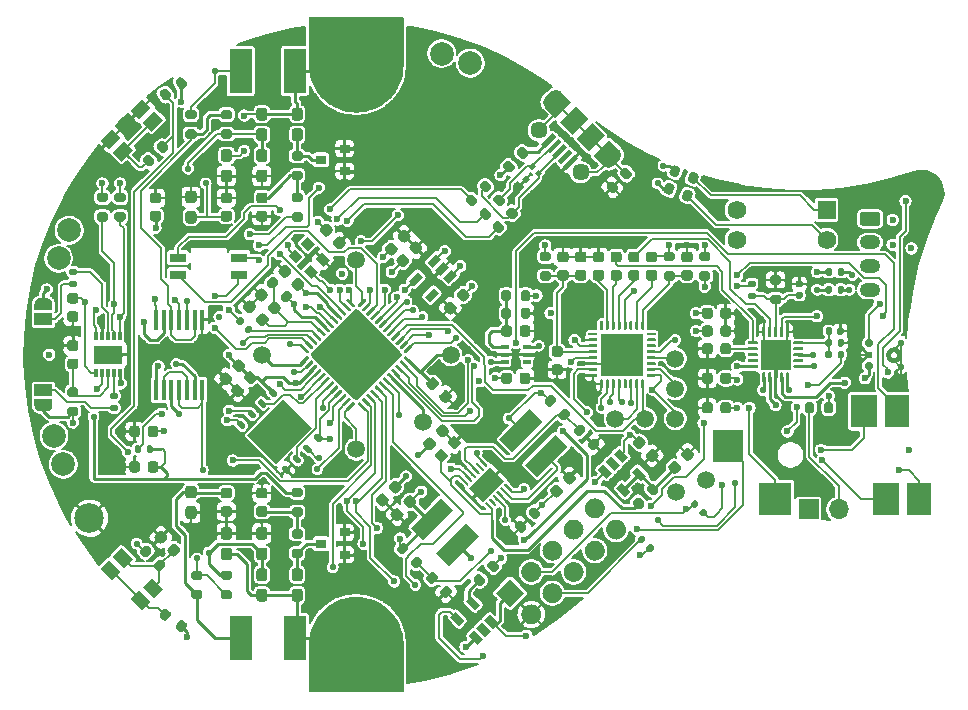
<source format=gbl>
%TF.GenerationSoftware,KiCad,Pcbnew,5.1.10-88a1d61d58~88~ubuntu18.04.1*%
%TF.CreationDate,2021-11-09T17:01:34+11:00*%
%TF.ProjectId,Rockling,526f636b-6c69-46e6-972e-6b696361645f,rev?*%
%TF.SameCoordinates,PX42c1d80PY7bfa480*%
%TF.FileFunction,Copper,L4,Bot*%
%TF.FilePolarity,Positive*%
%FSLAX46Y46*%
G04 Gerber Fmt 4.6, Leading zero omitted, Abs format (unit mm)*
G04 Created by KiCad (PCBNEW 5.1.10-88a1d61d58~88~ubuntu18.04.1) date 2021-11-09 17:01:34*
%MOMM*%
%LPD*%
G01*
G04 APERTURE LIST*
%TA.AperFunction,EtchedComponent*%
%ADD10C,0.001000*%
%TD*%
%TA.AperFunction,SMDPad,CuDef*%
%ADD11C,0.100000*%
%TD*%
%TA.AperFunction,SMDPad,CuDef*%
%ADD12R,1.400000X0.800000*%
%TD*%
%TA.AperFunction,ComponentPad*%
%ADD13C,1.500000*%
%TD*%
%TA.AperFunction,ComponentPad*%
%ADD14C,2.000000*%
%TD*%
%TA.AperFunction,SMDPad,CuDef*%
%ADD15R,1.500000X1.000000*%
%TD*%
%TA.AperFunction,ComponentPad*%
%ADD16O,1.700000X1.700000*%
%TD*%
%TA.AperFunction,ComponentPad*%
%ADD17R,1.700000X1.700000*%
%TD*%
%TA.AperFunction,SMDPad,CuDef*%
%ADD18R,0.650000X0.400000*%
%TD*%
%TA.AperFunction,ComponentPad*%
%ADD19C,2.500000*%
%TD*%
%TA.AperFunction,SMDPad,CuDef*%
%ADD20R,0.250000X0.250000*%
%TD*%
%TA.AperFunction,SMDPad,CuDef*%
%ADD21C,0.723000*%
%TD*%
%TA.AperFunction,SMDPad,CuDef*%
%ADD22C,0.562000*%
%TD*%
%TA.AperFunction,SMDPad,CuDef*%
%ADD23C,0.612000*%
%TD*%
%TA.AperFunction,ComponentPad*%
%ADD24C,1.580000*%
%TD*%
%TA.AperFunction,ComponentPad*%
%ADD25R,1.580000X1.580000*%
%TD*%
%TA.AperFunction,SMDPad,CuDef*%
%ADD26R,0.400000X1.800000*%
%TD*%
%TA.AperFunction,SMDPad,CuDef*%
%ADD27R,1.930400X3.810000*%
%TD*%
%TA.AperFunction,SMDPad,CuDef*%
%ADD28R,0.900000X0.800000*%
%TD*%
%TA.AperFunction,SMDPad,CuDef*%
%ADD29R,2.600000X2.800000*%
%TD*%
%TA.AperFunction,SMDPad,CuDef*%
%ADD30R,2.000000X2.800000*%
%TD*%
%TA.AperFunction,SMDPad,CuDef*%
%ADD31R,2.200000X2.800000*%
%TD*%
%TA.AperFunction,SMDPad,CuDef*%
%ADD32R,2.800000X2.800000*%
%TD*%
%TA.AperFunction,ComponentPad*%
%ADD33C,0.100000*%
%TD*%
%TA.AperFunction,ComponentPad*%
%ADD34C,1.450000*%
%TD*%
%TA.AperFunction,SMDPad,CuDef*%
%ADD35R,2.600000X2.600000*%
%TD*%
%TA.AperFunction,SMDPad,CuDef*%
%ADD36R,2.480000X1.550000*%
%TD*%
%TA.AperFunction,SMDPad,CuDef*%
%ADD37R,0.300000X0.650000*%
%TD*%
%TA.AperFunction,ComponentPad*%
%ADD38C,0.500000*%
%TD*%
%TA.AperFunction,SMDPad,CuDef*%
%ADD39R,3.650000X3.650000*%
%TD*%
%TA.AperFunction,ComponentPad*%
%ADD40O,1.750000X1.200000*%
%TD*%
%TA.AperFunction,ViaPad*%
%ADD41C,0.600000*%
%TD*%
%TA.AperFunction,ViaPad*%
%ADD42C,0.550000*%
%TD*%
%TA.AperFunction,Conductor*%
%ADD43C,0.203200*%
%TD*%
%TA.AperFunction,Conductor*%
%ADD44C,0.250000*%
%TD*%
%TA.AperFunction,Conductor*%
%ADD45C,0.254000*%
%TD*%
%TA.AperFunction,Conductor*%
%ADD46C,0.152400*%
%TD*%
%TA.AperFunction,Conductor*%
%ADD47C,0.200000*%
%TD*%
%TA.AperFunction,Conductor*%
%ADD48C,0.100000*%
%TD*%
G04 APERTURE END LIST*
D10*
%TO.C,U101*%
G36*
X75179500Y30000500D02*
G01*
X74872500Y30000500D01*
X74873332Y30034399D01*
X74875836Y30066210D01*
X74880001Y30097847D01*
X74885816Y30129223D01*
X74893265Y30160251D01*
X74902328Y30190847D01*
X74912980Y30220926D01*
X74925191Y30250407D01*
X74938929Y30279209D01*
X74954155Y30307252D01*
X74970828Y30334459D01*
X74988901Y30360757D01*
X75008327Y30386073D01*
X75029051Y30410337D01*
X75051016Y30433484D01*
X75074163Y30455449D01*
X75098427Y30476173D01*
X75123743Y30495599D01*
X75150041Y30513672D01*
X75177248Y30530345D01*
X75205291Y30545571D01*
X75234093Y30559309D01*
X75263574Y30571520D01*
X75293653Y30582172D01*
X75324249Y30591235D01*
X75355277Y30598684D01*
X75386653Y30604499D01*
X75418290Y30608664D01*
X75450101Y30611168D01*
X75480000Y30612000D01*
X75489000Y30612000D01*
X75518662Y30611169D01*
X75550487Y30608664D01*
X75582137Y30604497D01*
X75613525Y30598680D01*
X75644566Y30591227D01*
X75675174Y30582161D01*
X75705266Y30571505D01*
X75734759Y30559288D01*
X75763573Y30545545D01*
X75791627Y30530313D01*
X75818846Y30513633D01*
X75845154Y30495551D01*
X75870481Y30476118D01*
X75894755Y30455386D01*
X75917911Y30433411D01*
X75939886Y30410255D01*
X75960618Y30385981D01*
X75980051Y30360654D01*
X75998133Y30334346D01*
X76014813Y30307127D01*
X76030045Y30279073D01*
X76043788Y30250259D01*
X76056005Y30220766D01*
X76066661Y30190674D01*
X76075727Y30160066D01*
X76083180Y30129025D01*
X76088997Y30097637D01*
X76093164Y30065987D01*
X76095669Y30034162D01*
X76096500Y30000000D01*
X76096500Y29999000D01*
X76095670Y29964890D01*
X76093169Y29933118D01*
X76089009Y29901520D01*
X76083201Y29870183D01*
X76075761Y29839193D01*
X76066710Y29808635D01*
X76056071Y29778592D01*
X76043875Y29749147D01*
X76030154Y29720381D01*
X76014947Y29692373D01*
X75998294Y29665199D01*
X75980242Y29638933D01*
X75960841Y29613649D01*
X75940143Y29589414D01*
X75918204Y29566296D01*
X75895086Y29544357D01*
X75870851Y29523659D01*
X75845567Y29504258D01*
X75819301Y29486206D01*
X75792127Y29469553D01*
X75764119Y29454346D01*
X75735353Y29440625D01*
X75705908Y29428429D01*
X75675865Y29417790D01*
X75645307Y29408739D01*
X75614317Y29401299D01*
X75582980Y29395491D01*
X75551382Y29391331D01*
X75519610Y29388830D01*
X75490000Y29388000D01*
X75460000Y29388000D01*
X75425012Y29390022D01*
X75393892Y29393540D01*
X75362995Y29398664D01*
X75332406Y29405380D01*
X75302205Y29413670D01*
X75272473Y29423513D01*
X75243291Y29434881D01*
X75214736Y29447744D01*
X75186886Y29462067D01*
X75159814Y29477813D01*
X75133593Y29494939D01*
X75108293Y29513399D01*
X75083983Y29533143D01*
X75060727Y29554120D01*
X75038589Y29576271D01*
X75017626Y29599539D01*
X74997895Y29623861D01*
X74979450Y29649171D01*
X74962340Y29675402D01*
X74946610Y29702483D01*
X74932302Y29730342D01*
X74919456Y29758904D01*
X74908105Y29788093D01*
X74898280Y29817830D01*
X74890007Y29848036D01*
X74883309Y29878630D01*
X74878202Y29909529D01*
X74874702Y29940651D01*
X74872818Y29971912D01*
X74872500Y29999500D01*
X75179500Y29999500D01*
X75179908Y29981668D01*
X75181151Y29965879D01*
X75183218Y29950178D01*
X75186104Y29934605D01*
X75189801Y29919206D01*
X75194299Y29904020D01*
X75199586Y29889091D01*
X75205646Y29874459D01*
X75212465Y29860165D01*
X75220022Y29846247D01*
X75228297Y29832743D01*
X75237267Y29819691D01*
X75246908Y29807126D01*
X75257194Y29795084D01*
X75268096Y29783596D01*
X75279584Y29772694D01*
X75291626Y29762408D01*
X75304191Y29752767D01*
X75317243Y29743797D01*
X75330747Y29735522D01*
X75344665Y29727965D01*
X75358959Y29721146D01*
X75373591Y29715086D01*
X75388520Y29709799D01*
X75403706Y29705301D01*
X75419105Y29701604D01*
X75434678Y29698718D01*
X75450379Y29696651D01*
X75466168Y29695408D01*
X75480000Y29695000D01*
X75490000Y29695000D01*
X75508335Y29695724D01*
X75524087Y29697241D01*
X75539737Y29699580D01*
X75555244Y29702734D01*
X75570565Y29706697D01*
X75585657Y29711455D01*
X75600480Y29716997D01*
X75614992Y29723307D01*
X75629154Y29730368D01*
X75642927Y29738160D01*
X75656273Y29746663D01*
X75669156Y29755852D01*
X75681541Y29765703D01*
X75693393Y29776189D01*
X75704679Y29787281D01*
X75715370Y29798948D01*
X75725436Y29811159D01*
X75734849Y29823879D01*
X75743583Y29837075D01*
X75751615Y29850710D01*
X75758922Y29864747D01*
X75765484Y29879147D01*
X75771284Y29893870D01*
X75776305Y29908877D01*
X75780534Y29924126D01*
X75783959Y29939576D01*
X75786571Y29955183D01*
X75788362Y29970906D01*
X75789328Y29986701D01*
X75789500Y30000000D01*
X75789500Y30010000D01*
X75789101Y30023307D01*
X75787880Y30038822D01*
X75785849Y30054251D01*
X75783013Y30069554D01*
X75779380Y30084686D01*
X75774960Y30099608D01*
X75769765Y30114278D01*
X75763809Y30128656D01*
X75757109Y30142703D01*
X75749683Y30156379D01*
X75741552Y30169649D01*
X75732737Y30182474D01*
X75723263Y30194821D01*
X75713156Y30206655D01*
X75702444Y30217944D01*
X75691155Y30228656D01*
X75679321Y30238763D01*
X75666974Y30248237D01*
X75654149Y30257052D01*
X75640879Y30265183D01*
X75627203Y30272609D01*
X75613156Y30279309D01*
X75598778Y30285265D01*
X75584108Y30290460D01*
X75569186Y30294880D01*
X75554054Y30298513D01*
X75538751Y30301349D01*
X75523322Y30303380D01*
X75507807Y30304601D01*
X75490000Y30305000D01*
X75480000Y30305000D01*
X75466168Y30304592D01*
X75450379Y30303349D01*
X75434678Y30301282D01*
X75419105Y30298396D01*
X75403706Y30294699D01*
X75388520Y30290201D01*
X75373591Y30284914D01*
X75358959Y30278854D01*
X75344665Y30272035D01*
X75330747Y30264478D01*
X75317243Y30256203D01*
X75304191Y30247233D01*
X75291626Y30237592D01*
X75279584Y30227306D01*
X75268096Y30216404D01*
X75257194Y30204916D01*
X75246908Y30192874D01*
X75237267Y30180309D01*
X75228297Y30167257D01*
X75220022Y30153753D01*
X75212465Y30139835D01*
X75205646Y30125541D01*
X75199586Y30110909D01*
X75194299Y30095980D01*
X75189801Y30080794D01*
X75186104Y30065395D01*
X75183218Y30049822D01*
X75181151Y30034121D01*
X75179908Y30018332D01*
X75179500Y30000500D01*
G37*
X75179500Y30000500D02*
X74872500Y30000500D01*
X74873332Y30034399D01*
X74875836Y30066210D01*
X74880001Y30097847D01*
X74885816Y30129223D01*
X74893265Y30160251D01*
X74902328Y30190847D01*
X74912980Y30220926D01*
X74925191Y30250407D01*
X74938929Y30279209D01*
X74954155Y30307252D01*
X74970828Y30334459D01*
X74988901Y30360757D01*
X75008327Y30386073D01*
X75029051Y30410337D01*
X75051016Y30433484D01*
X75074163Y30455449D01*
X75098427Y30476173D01*
X75123743Y30495599D01*
X75150041Y30513672D01*
X75177248Y30530345D01*
X75205291Y30545571D01*
X75234093Y30559309D01*
X75263574Y30571520D01*
X75293653Y30582172D01*
X75324249Y30591235D01*
X75355277Y30598684D01*
X75386653Y30604499D01*
X75418290Y30608664D01*
X75450101Y30611168D01*
X75480000Y30612000D01*
X75489000Y30612000D01*
X75518662Y30611169D01*
X75550487Y30608664D01*
X75582137Y30604497D01*
X75613525Y30598680D01*
X75644566Y30591227D01*
X75675174Y30582161D01*
X75705266Y30571505D01*
X75734759Y30559288D01*
X75763573Y30545545D01*
X75791627Y30530313D01*
X75818846Y30513633D01*
X75845154Y30495551D01*
X75870481Y30476118D01*
X75894755Y30455386D01*
X75917911Y30433411D01*
X75939886Y30410255D01*
X75960618Y30385981D01*
X75980051Y30360654D01*
X75998133Y30334346D01*
X76014813Y30307127D01*
X76030045Y30279073D01*
X76043788Y30250259D01*
X76056005Y30220766D01*
X76066661Y30190674D01*
X76075727Y30160066D01*
X76083180Y30129025D01*
X76088997Y30097637D01*
X76093164Y30065987D01*
X76095669Y30034162D01*
X76096500Y30000000D01*
X76096500Y29999000D01*
X76095670Y29964890D01*
X76093169Y29933118D01*
X76089009Y29901520D01*
X76083201Y29870183D01*
X76075761Y29839193D01*
X76066710Y29808635D01*
X76056071Y29778592D01*
X76043875Y29749147D01*
X76030154Y29720381D01*
X76014947Y29692373D01*
X75998294Y29665199D01*
X75980242Y29638933D01*
X75960841Y29613649D01*
X75940143Y29589414D01*
X75918204Y29566296D01*
X75895086Y29544357D01*
X75870851Y29523659D01*
X75845567Y29504258D01*
X75819301Y29486206D01*
X75792127Y29469553D01*
X75764119Y29454346D01*
X75735353Y29440625D01*
X75705908Y29428429D01*
X75675865Y29417790D01*
X75645307Y29408739D01*
X75614317Y29401299D01*
X75582980Y29395491D01*
X75551382Y29391331D01*
X75519610Y29388830D01*
X75490000Y29388000D01*
X75460000Y29388000D01*
X75425012Y29390022D01*
X75393892Y29393540D01*
X75362995Y29398664D01*
X75332406Y29405380D01*
X75302205Y29413670D01*
X75272473Y29423513D01*
X75243291Y29434881D01*
X75214736Y29447744D01*
X75186886Y29462067D01*
X75159814Y29477813D01*
X75133593Y29494939D01*
X75108293Y29513399D01*
X75083983Y29533143D01*
X75060727Y29554120D01*
X75038589Y29576271D01*
X75017626Y29599539D01*
X74997895Y29623861D01*
X74979450Y29649171D01*
X74962340Y29675402D01*
X74946610Y29702483D01*
X74932302Y29730342D01*
X74919456Y29758904D01*
X74908105Y29788093D01*
X74898280Y29817830D01*
X74890007Y29848036D01*
X74883309Y29878630D01*
X74878202Y29909529D01*
X74874702Y29940651D01*
X74872818Y29971912D01*
X74872500Y29999500D01*
X75179500Y29999500D01*
X75179908Y29981668D01*
X75181151Y29965879D01*
X75183218Y29950178D01*
X75186104Y29934605D01*
X75189801Y29919206D01*
X75194299Y29904020D01*
X75199586Y29889091D01*
X75205646Y29874459D01*
X75212465Y29860165D01*
X75220022Y29846247D01*
X75228297Y29832743D01*
X75237267Y29819691D01*
X75246908Y29807126D01*
X75257194Y29795084D01*
X75268096Y29783596D01*
X75279584Y29772694D01*
X75291626Y29762408D01*
X75304191Y29752767D01*
X75317243Y29743797D01*
X75330747Y29735522D01*
X75344665Y29727965D01*
X75358959Y29721146D01*
X75373591Y29715086D01*
X75388520Y29709799D01*
X75403706Y29705301D01*
X75419105Y29701604D01*
X75434678Y29698718D01*
X75450379Y29696651D01*
X75466168Y29695408D01*
X75480000Y29695000D01*
X75490000Y29695000D01*
X75508335Y29695724D01*
X75524087Y29697241D01*
X75539737Y29699580D01*
X75555244Y29702734D01*
X75570565Y29706697D01*
X75585657Y29711455D01*
X75600480Y29716997D01*
X75614992Y29723307D01*
X75629154Y29730368D01*
X75642927Y29738160D01*
X75656273Y29746663D01*
X75669156Y29755852D01*
X75681541Y29765703D01*
X75693393Y29776189D01*
X75704679Y29787281D01*
X75715370Y29798948D01*
X75725436Y29811159D01*
X75734849Y29823879D01*
X75743583Y29837075D01*
X75751615Y29850710D01*
X75758922Y29864747D01*
X75765484Y29879147D01*
X75771284Y29893870D01*
X75776305Y29908877D01*
X75780534Y29924126D01*
X75783959Y29939576D01*
X75786571Y29955183D01*
X75788362Y29970906D01*
X75789328Y29986701D01*
X75789500Y30000000D01*
X75789500Y30010000D01*
X75789101Y30023307D01*
X75787880Y30038822D01*
X75785849Y30054251D01*
X75783013Y30069554D01*
X75779380Y30084686D01*
X75774960Y30099608D01*
X75769765Y30114278D01*
X75763809Y30128656D01*
X75757109Y30142703D01*
X75749683Y30156379D01*
X75741552Y30169649D01*
X75732737Y30182474D01*
X75723263Y30194821D01*
X75713156Y30206655D01*
X75702444Y30217944D01*
X75691155Y30228656D01*
X75679321Y30238763D01*
X75666974Y30248237D01*
X75654149Y30257052D01*
X75640879Y30265183D01*
X75627203Y30272609D01*
X75613156Y30279309D01*
X75598778Y30285265D01*
X75584108Y30290460D01*
X75569186Y30294880D01*
X75554054Y30298513D01*
X75538751Y30301349D01*
X75523322Y30303380D01*
X75507807Y30304601D01*
X75490000Y30305000D01*
X75480000Y30305000D01*
X75466168Y30304592D01*
X75450379Y30303349D01*
X75434678Y30301282D01*
X75419105Y30298396D01*
X75403706Y30294699D01*
X75388520Y30290201D01*
X75373591Y30284914D01*
X75358959Y30278854D01*
X75344665Y30272035D01*
X75330747Y30264478D01*
X75317243Y30256203D01*
X75304191Y30247233D01*
X75291626Y30237592D01*
X75279584Y30227306D01*
X75268096Y30216404D01*
X75257194Y30204916D01*
X75246908Y30192874D01*
X75237267Y30180309D01*
X75228297Y30167257D01*
X75220022Y30153753D01*
X75212465Y30139835D01*
X75205646Y30125541D01*
X75199586Y30110909D01*
X75194299Y30095980D01*
X75189801Y30080794D01*
X75186104Y30065395D01*
X75183218Y30049822D01*
X75181151Y30034121D01*
X75179908Y30018332D01*
X75179500Y30000500D01*
%TD*%
%TA.AperFunction,SMDPad,CuDef*%
D11*
%TO.P,D201,3*%
%TO.N,GND*%
G36*
X44325736Y45179290D02*
G01*
X44679290Y44825736D01*
X44361092Y44507538D01*
X44007538Y44861092D01*
X44325736Y45179290D01*
G37*
%TD.AperFunction*%
%TA.AperFunction,SMDPad,CuDef*%
%TO.P,D201,2*%
%TO.N,/USB_D+*%
G36*
X45457107Y45674264D02*
G01*
X45739949Y45391422D01*
X45421751Y45073224D01*
X45138909Y45356066D01*
X45457107Y45674264D01*
G37*
%TD.AperFunction*%
%TA.AperFunction,SMDPad,CuDef*%
%TO.P,D201,1*%
%TO.N,/USB_D-*%
G36*
X44891422Y46239949D02*
G01*
X45174264Y45957107D01*
X44856066Y45638909D01*
X44573224Y45921751D01*
X44891422Y46239949D01*
G37*
%TD.AperFunction*%
%TD*%
D12*
%TO.P,D101,3*%
%TO.N,/LED_B*%
X20100000Y36775000D03*
%TO.P,D101,4*%
%TO.N,/LED_G*%
X14900000Y36775000D03*
%TO.P,D101,2*%
%TO.N,+3V3*%
X20100000Y38225000D03*
%TO.P,D101,1*%
%TO.N,/LED_R*%
X14900000Y38225000D03*
%TD*%
%TO.P,R204,2*%
%TO.N,/i2c1_SDA*%
%TA.AperFunction,SMDPad,CuDef*%
G36*
G01*
X9725000Y42075000D02*
X10275000Y42075000D01*
G75*
G02*
X10475000Y41875000I0J-200000D01*
G01*
X10475000Y41475000D01*
G75*
G02*
X10275000Y41275000I-200000J0D01*
G01*
X9725000Y41275000D01*
G75*
G02*
X9525000Y41475000I0J200000D01*
G01*
X9525000Y41875000D01*
G75*
G02*
X9725000Y42075000I200000J0D01*
G01*
G37*
%TD.AperFunction*%
%TO.P,R204,1*%
%TO.N,+3V3*%
%TA.AperFunction,SMDPad,CuDef*%
G36*
G01*
X9725000Y43725000D02*
X10275000Y43725000D01*
G75*
G02*
X10475000Y43525000I0J-200000D01*
G01*
X10475000Y43125000D01*
G75*
G02*
X10275000Y42925000I-200000J0D01*
G01*
X9725000Y42925000D01*
G75*
G02*
X9525000Y43125000I0J200000D01*
G01*
X9525000Y43525000D01*
G75*
G02*
X9725000Y43725000I200000J0D01*
G01*
G37*
%TD.AperFunction*%
%TD*%
%TO.P,R203,2*%
%TO.N,/i2c1_SCL*%
%TA.AperFunction,SMDPad,CuDef*%
G36*
G01*
X8225000Y42075000D02*
X8775000Y42075000D01*
G75*
G02*
X8975000Y41875000I0J-200000D01*
G01*
X8975000Y41475000D01*
G75*
G02*
X8775000Y41275000I-200000J0D01*
G01*
X8225000Y41275000D01*
G75*
G02*
X8025000Y41475000I0J200000D01*
G01*
X8025000Y41875000D01*
G75*
G02*
X8225000Y42075000I200000J0D01*
G01*
G37*
%TD.AperFunction*%
%TO.P,R203,1*%
%TO.N,+3V3*%
%TA.AperFunction,SMDPad,CuDef*%
G36*
G01*
X8225000Y43725000D02*
X8775000Y43725000D01*
G75*
G02*
X8975000Y43525000I0J-200000D01*
G01*
X8975000Y43125000D01*
G75*
G02*
X8775000Y42925000I-200000J0D01*
G01*
X8225000Y42925000D01*
G75*
G02*
X8025000Y43125000I0J200000D01*
G01*
X8025000Y43525000D01*
G75*
G02*
X8225000Y43725000I200000J0D01*
G01*
G37*
%TD.AperFunction*%
%TD*%
%TO.P,C814,2*%
%TO.N,GND*%
%TA.AperFunction,SMDPad,CuDef*%
G36*
G01*
X19250000Y42825000D02*
X18750000Y42825000D01*
G75*
G02*
X18525000Y43050000I0J225000D01*
G01*
X18525000Y43500000D01*
G75*
G02*
X18750000Y43725000I225000J0D01*
G01*
X19250000Y43725000D01*
G75*
G02*
X19475000Y43500000I0J-225000D01*
G01*
X19475000Y43050000D01*
G75*
G02*
X19250000Y42825000I-225000J0D01*
G01*
G37*
%TD.AperFunction*%
%TO.P,C814,1*%
%TO.N,Net-(C811-Pad1)*%
%TA.AperFunction,SMDPad,CuDef*%
G36*
G01*
X19250000Y41275000D02*
X18750000Y41275000D01*
G75*
G02*
X18525000Y41500000I0J225000D01*
G01*
X18525000Y41950000D01*
G75*
G02*
X18750000Y42175000I225000J0D01*
G01*
X19250000Y42175000D01*
G75*
G02*
X19475000Y41950000I0J-225000D01*
G01*
X19475000Y41500000D01*
G75*
G02*
X19250000Y41275000I-225000J0D01*
G01*
G37*
%TD.AperFunction*%
%TD*%
%TO.P,R602,2*%
%TO.N,/LINE_IN*%
%TA.AperFunction,SMDPad,CuDef*%
G36*
G01*
X59775000Y37925000D02*
X59225000Y37925000D01*
G75*
G02*
X59025000Y38125000I0J200000D01*
G01*
X59025000Y38525000D01*
G75*
G02*
X59225000Y38725000I200000J0D01*
G01*
X59775000Y38725000D01*
G75*
G02*
X59975000Y38525000I0J-200000D01*
G01*
X59975000Y38125000D01*
G75*
G02*
X59775000Y37925000I-200000J0D01*
G01*
G37*
%TD.AperFunction*%
%TO.P,R602,1*%
%TO.N,Net-(R602-Pad1)*%
%TA.AperFunction,SMDPad,CuDef*%
G36*
G01*
X59775000Y36275000D02*
X59225000Y36275000D01*
G75*
G02*
X59025000Y36475000I0J200000D01*
G01*
X59025000Y36875000D01*
G75*
G02*
X59225000Y37075000I200000J0D01*
G01*
X59775000Y37075000D01*
G75*
G02*
X59975000Y36875000I0J-200000D01*
G01*
X59975000Y36475000D01*
G75*
G02*
X59775000Y36275000I-200000J0D01*
G01*
G37*
%TD.AperFunction*%
%TD*%
%TO.P,R402,2*%
%TO.N,/Audio/ROut_N*%
%TA.AperFunction,SMDPad,CuDef*%
G36*
G01*
X70260000Y35685000D02*
X70260000Y35315000D01*
G75*
G02*
X70125000Y35180000I-135000J0D01*
G01*
X69855000Y35180000D01*
G75*
G02*
X69720000Y35315000I0J135000D01*
G01*
X69720000Y35685000D01*
G75*
G02*
X69855000Y35820000I135000J0D01*
G01*
X70125000Y35820000D01*
G75*
G02*
X70260000Y35685000I0J-135000D01*
G01*
G37*
%TD.AperFunction*%
%TO.P,R402,1*%
%TO.N,/Audio/ROut_P*%
%TA.AperFunction,SMDPad,CuDef*%
G36*
G01*
X71280000Y35685000D02*
X71280000Y35315000D01*
G75*
G02*
X71145000Y35180000I-135000J0D01*
G01*
X70875000Y35180000D01*
G75*
G02*
X70740000Y35315000I0J135000D01*
G01*
X70740000Y35685000D01*
G75*
G02*
X70875000Y35820000I135000J0D01*
G01*
X71145000Y35820000D01*
G75*
G02*
X71280000Y35685000I0J-135000D01*
G01*
G37*
%TD.AperFunction*%
%TD*%
D13*
%TO.P,TP102,1*%
%TO.N,+2V5*%
X22000000Y30000000D03*
%TD*%
%TO.P,R302,2*%
%TO.N,Net-(C306-Pad1)*%
%TA.AperFunction,SMDPad,CuDef*%
G36*
G01*
X54994975Y18106066D02*
X54606066Y18494975D01*
G75*
G02*
X54606066Y18777817I141421J141421D01*
G01*
X54888909Y19060660D01*
G75*
G02*
X55171751Y19060660I141421J-141421D01*
G01*
X55560660Y18671751D01*
G75*
G02*
X55560660Y18388909I-141421J-141421D01*
G01*
X55277817Y18106066D01*
G75*
G02*
X54994975Y18106066I-141421J141421D01*
G01*
G37*
%TD.AperFunction*%
%TO.P,R302,1*%
%TO.N,Net-(C601-Pad2)*%
%TA.AperFunction,SMDPad,CuDef*%
G36*
G01*
X53828249Y16939340D02*
X53439340Y17328249D01*
G75*
G02*
X53439340Y17611091I141421J141421D01*
G01*
X53722183Y17893934D01*
G75*
G02*
X54005025Y17893934I141421J-141421D01*
G01*
X54393934Y17505025D01*
G75*
G02*
X54393934Y17222183I-141421J-141421D01*
G01*
X54111091Y16939340D01*
G75*
G02*
X53828249Y16939340I-141421J141421D01*
G01*
G37*
%TD.AperFunction*%
%TD*%
%TO.P,C310,2*%
%TO.N,GND*%
%TA.AperFunction,SMDPad,CuDef*%
G36*
G01*
X37156587Y23053033D02*
X36803033Y23406587D01*
G75*
G02*
X36803033Y23724785I159099J159099D01*
G01*
X37121231Y24042983D01*
G75*
G02*
X37439429Y24042983I159099J-159099D01*
G01*
X37792983Y23689429D01*
G75*
G02*
X37792983Y23371231I-159099J-159099D01*
G01*
X37474785Y23053033D01*
G75*
G02*
X37156587Y23053033I-159099J159099D01*
G01*
G37*
%TD.AperFunction*%
%TO.P,C310,1*%
%TO.N,+1V2*%
%TA.AperFunction,SMDPad,CuDef*%
G36*
G01*
X36060571Y21957017D02*
X35707017Y22310571D01*
G75*
G02*
X35707017Y22628769I159099J159099D01*
G01*
X36025215Y22946967D01*
G75*
G02*
X36343413Y22946967I159099J-159099D01*
G01*
X36696967Y22593413D01*
G75*
G02*
X36696967Y22275215I-159099J-159099D01*
G01*
X36378769Y21957017D01*
G75*
G02*
X36060571Y21957017I-159099J159099D01*
G01*
G37*
%TD.AperFunction*%
%TD*%
%TO.P,C306,2*%
%TO.N,GND*%
%TA.AperFunction,SMDPad,CuDef*%
G36*
G01*
X57906587Y21053033D02*
X57553033Y21406587D01*
G75*
G02*
X57553033Y21724785I159099J159099D01*
G01*
X57871231Y22042983D01*
G75*
G02*
X58189429Y22042983I159099J-159099D01*
G01*
X58542983Y21689429D01*
G75*
G02*
X58542983Y21371231I-159099J-159099D01*
G01*
X58224785Y21053033D01*
G75*
G02*
X57906587Y21053033I-159099J159099D01*
G01*
G37*
%TD.AperFunction*%
%TO.P,C306,1*%
%TO.N,Net-(C306-Pad1)*%
%TA.AperFunction,SMDPad,CuDef*%
G36*
G01*
X56810571Y19957017D02*
X56457017Y20310571D01*
G75*
G02*
X56457017Y20628769I159099J159099D01*
G01*
X56775215Y20946967D01*
G75*
G02*
X57093413Y20946967I159099J-159099D01*
G01*
X57446967Y20593413D01*
G75*
G02*
X57446967Y20275215I-159099J-159099D01*
G01*
X57128769Y19957017D01*
G75*
G02*
X56810571Y19957017I-159099J159099D01*
G01*
G37*
%TD.AperFunction*%
%TD*%
%TO.P,C303,2*%
%TO.N,GND*%
%TA.AperFunction,SMDPad,CuDef*%
G36*
G01*
X47906587Y19053033D02*
X47553033Y19406587D01*
G75*
G02*
X47553033Y19724785I159099J159099D01*
G01*
X47871231Y20042983D01*
G75*
G02*
X48189429Y20042983I159099J-159099D01*
G01*
X48542983Y19689429D01*
G75*
G02*
X48542983Y19371231I-159099J-159099D01*
G01*
X48224785Y19053033D01*
G75*
G02*
X47906587Y19053033I-159099J159099D01*
G01*
G37*
%TD.AperFunction*%
%TO.P,C303,1*%
%TO.N,+5V*%
%TA.AperFunction,SMDPad,CuDef*%
G36*
G01*
X46810571Y17957017D02*
X46457017Y18310571D01*
G75*
G02*
X46457017Y18628769I159099J159099D01*
G01*
X46775215Y18946967D01*
G75*
G02*
X47093413Y18946967I159099J-159099D01*
G01*
X47446967Y18593413D01*
G75*
G02*
X47446967Y18275215I-159099J-159099D01*
G01*
X47128769Y17957017D01*
G75*
G02*
X46810571Y17957017I-159099J159099D01*
G01*
G37*
%TD.AperFunction*%
%TD*%
%TO.P,C204,2*%
%TO.N,GND*%
%TA.AperFunction,SMDPad,CuDef*%
G36*
G01*
X32343413Y18196967D02*
X32696967Y17843413D01*
G75*
G02*
X32696967Y17525215I-159099J-159099D01*
G01*
X32378769Y17207017D01*
G75*
G02*
X32060571Y17207017I-159099J159099D01*
G01*
X31707017Y17560571D01*
G75*
G02*
X31707017Y17878769I159099J159099D01*
G01*
X32025215Y18196967D01*
G75*
G02*
X32343413Y18196967I159099J-159099D01*
G01*
G37*
%TD.AperFunction*%
%TO.P,C204,1*%
%TO.N,+1V2*%
%TA.AperFunction,SMDPad,CuDef*%
G36*
G01*
X33439429Y19292983D02*
X33792983Y18939429D01*
G75*
G02*
X33792983Y18621231I-159099J-159099D01*
G01*
X33474785Y18303033D01*
G75*
G02*
X33156587Y18303033I-159099J159099D01*
G01*
X32803033Y18656587D01*
G75*
G02*
X32803033Y18974785I159099J159099D01*
G01*
X33121231Y19292983D01*
G75*
G02*
X33439429Y19292983I159099J-159099D01*
G01*
G37*
%TD.AperFunction*%
%TD*%
%TO.P,TP802,1*%
%TO.N,/AnalogueFrontEnd/VO_VOLUME*%
X30000000Y38000000D03*
%TD*%
%TO.P,TP801,1*%
%TO.N,/AnalogueFrontEnd/VO_PITCH*%
X30000000Y22000000D03*
%TD*%
%TO.P,TP5,1*%
%TO.N,/Audio/MCLK*%
X57000000Y29670000D03*
%TD*%
%TO.P,TP4,1*%
%TO.N,/Audio/i2s_DIN*%
X51920000Y24590000D03*
%TD*%
%TO.P,TP3,1*%
%TO.N,/Audio/i2s_DOUT*%
X54460000Y24590000D03*
%TD*%
%TO.P,TP2,1*%
%TO.N,/Audio/i2s_LRCLK*%
X57000000Y27130000D03*
%TD*%
%TO.P,TP1,1*%
%TO.N,/Audio/i2s_SCLK*%
X57000000Y24590000D03*
%TD*%
%TO.P,TP105,1*%
%TO.N,/i2c1_SDA*%
X59600000Y19400000D03*
%TD*%
%TO.P,TP104,1*%
%TO.N,/i2c1_SCL*%
X57100000Y18400000D03*
%TD*%
%TO.P,TP103,1*%
%TO.N,+3V3*%
X38000000Y30000000D03*
%TD*%
%TO.P,TP101,1*%
%TO.N,+1V2*%
X35657000Y24343000D03*
%TD*%
D14*
%TO.P,Sp506,1*%
%TO.N,/FPGA/Spare_46b_g0*%
X4406800Y23127000D03*
%TD*%
%TO.P,Sp505,1*%
%TO.N,/FPGA/Spare_48b*%
X37230000Y55494600D03*
%TD*%
%TO.P,Sp504,1*%
%TO.N,/FPGA/Spare_22a*%
X5182300Y20708000D03*
%TD*%
%TO.P,Sp503,1*%
%TO.N,/FPGA/Spare_50b*%
X5684100Y40535100D03*
%TD*%
%TO.P,Sp501,1*%
%TO.N,/DIP_2*%
X39638000Y54685300D03*
%TD*%
%TO.P,Sp1,1*%
%TO.N,/FPGA/Spare_44b*%
X4787200Y38158800D03*
%TD*%
%TO.P,R202,2*%
%TO.N,/i2c0_SCL*%
%TA.AperFunction,SMDPad,CuDef*%
G36*
G01*
X54461109Y14300520D02*
X54199480Y14038891D01*
G75*
G02*
X54008562Y14038891I-95459J95459D01*
G01*
X53817643Y14229810D01*
G75*
G02*
X53817643Y14420728I95459J95459D01*
G01*
X54079272Y14682357D01*
G75*
G02*
X54270190Y14682357I95459J-95459D01*
G01*
X54461109Y14491438D01*
G75*
G02*
X54461109Y14300520I-95459J-95459D01*
G01*
G37*
%TD.AperFunction*%
%TO.P,R202,1*%
%TO.N,+3V3*%
%TA.AperFunction,SMDPad,CuDef*%
G36*
G01*
X55182357Y13579272D02*
X54920728Y13317643D01*
G75*
G02*
X54729810Y13317643I-95459J95459D01*
G01*
X54538891Y13508562D01*
G75*
G02*
X54538891Y13699480I95459J95459D01*
G01*
X54800520Y13961109D01*
G75*
G02*
X54991438Y13961109I95459J-95459D01*
G01*
X55182357Y13770190D01*
G75*
G02*
X55182357Y13579272I-95459J-95459D01*
G01*
G37*
%TD.AperFunction*%
%TD*%
%TO.P,R201,2*%
%TO.N,/i2c0_SDA*%
%TA.AperFunction,SMDPad,CuDef*%
G36*
G01*
X58961109Y17300520D02*
X58699480Y17038891D01*
G75*
G02*
X58508562Y17038891I-95459J95459D01*
G01*
X58317643Y17229810D01*
G75*
G02*
X58317643Y17420728I95459J95459D01*
G01*
X58579272Y17682357D01*
G75*
G02*
X58770190Y17682357I95459J-95459D01*
G01*
X58961109Y17491438D01*
G75*
G02*
X58961109Y17300520I-95459J-95459D01*
G01*
G37*
%TD.AperFunction*%
%TO.P,R201,1*%
%TO.N,+3V3*%
%TA.AperFunction,SMDPad,CuDef*%
G36*
G01*
X59682357Y16579272D02*
X59420728Y16317643D01*
G75*
G02*
X59229810Y16317643I-95459J95459D01*
G01*
X59038891Y16508562D01*
G75*
G02*
X59038891Y16699480I95459J95459D01*
G01*
X59300520Y16961109D01*
G75*
G02*
X59491438Y16961109I95459J-95459D01*
G01*
X59682357Y16770190D01*
G75*
G02*
X59682357Y16579272I-95459J-95459D01*
G01*
G37*
%TD.AperFunction*%
%TD*%
%TA.AperFunction,SMDPad,CuDef*%
D11*
%TO.P,JP402,1*%
%TO.N,GND*%
G36*
X4250000Y32250000D02*
G01*
X4250000Y31700000D01*
X4249398Y31700000D01*
X4249398Y31675466D01*
X4244588Y31626635D01*
X4235016Y31578510D01*
X4220772Y31531555D01*
X4201995Y31486222D01*
X4178864Y31442949D01*
X4151604Y31402150D01*
X4120476Y31364221D01*
X4085779Y31329524D01*
X4047850Y31298396D01*
X4007051Y31271136D01*
X3963778Y31248005D01*
X3918445Y31229228D01*
X3871490Y31214984D01*
X3823365Y31205412D01*
X3774534Y31200602D01*
X3750000Y31200602D01*
X3750000Y31200000D01*
X3250000Y31200000D01*
X3250000Y31200602D01*
X3225466Y31200602D01*
X3176635Y31205412D01*
X3128510Y31214984D01*
X3081555Y31229228D01*
X3036222Y31248005D01*
X2992949Y31271136D01*
X2952150Y31298396D01*
X2914221Y31329524D01*
X2879524Y31364221D01*
X2848396Y31402150D01*
X2821136Y31442949D01*
X2798005Y31486222D01*
X2779228Y31531555D01*
X2764984Y31578510D01*
X2755412Y31626635D01*
X2750602Y31675466D01*
X2750602Y31700000D01*
X2750000Y31700000D01*
X2750000Y32250000D01*
X4250000Y32250000D01*
G37*
%TD.AperFunction*%
%TA.AperFunction,SMDPad,CuDef*%
%TO.P,JP402,3*%
%TO.N,+3V3*%
G36*
X2750602Y34300000D02*
G01*
X2750602Y34324534D01*
X2755412Y34373365D01*
X2764984Y34421490D01*
X2779228Y34468445D01*
X2798005Y34513778D01*
X2821136Y34557051D01*
X2848396Y34597850D01*
X2879524Y34635779D01*
X2914221Y34670476D01*
X2952150Y34701604D01*
X2992949Y34728864D01*
X3036222Y34751995D01*
X3081555Y34770772D01*
X3128510Y34785016D01*
X3176635Y34794588D01*
X3225466Y34799398D01*
X3250000Y34799398D01*
X3250000Y34800000D01*
X3750000Y34800000D01*
X3750000Y34799398D01*
X3774534Y34799398D01*
X3823365Y34794588D01*
X3871490Y34785016D01*
X3918445Y34770772D01*
X3963778Y34751995D01*
X4007051Y34728864D01*
X4047850Y34701604D01*
X4085779Y34670476D01*
X4120476Y34635779D01*
X4151604Y34597850D01*
X4178864Y34557051D01*
X4201995Y34513778D01*
X4220772Y34468445D01*
X4235016Y34421490D01*
X4244588Y34373365D01*
X4249398Y34324534D01*
X4249398Y34300000D01*
X4250000Y34300000D01*
X4250000Y33750000D01*
X2750000Y33750000D01*
X2750000Y34300000D01*
X2750602Y34300000D01*
G37*
%TD.AperFunction*%
D15*
%TO.P,JP402,2*%
%TO.N,Net-(JP402-Pad2)*%
X3500000Y33000000D03*
%TD*%
%TA.AperFunction,SMDPad,CuDef*%
D11*
%TO.P,JP401,1*%
%TO.N,GND*%
G36*
X2750000Y27750000D02*
G01*
X2750000Y28300000D01*
X2750602Y28300000D01*
X2750602Y28324534D01*
X2755412Y28373365D01*
X2764984Y28421490D01*
X2779228Y28468445D01*
X2798005Y28513778D01*
X2821136Y28557051D01*
X2848396Y28597850D01*
X2879524Y28635779D01*
X2914221Y28670476D01*
X2952150Y28701604D01*
X2992949Y28728864D01*
X3036222Y28751995D01*
X3081555Y28770772D01*
X3128510Y28785016D01*
X3176635Y28794588D01*
X3225466Y28799398D01*
X3250000Y28799398D01*
X3250000Y28800000D01*
X3750000Y28800000D01*
X3750000Y28799398D01*
X3774534Y28799398D01*
X3823365Y28794588D01*
X3871490Y28785016D01*
X3918445Y28770772D01*
X3963778Y28751995D01*
X4007051Y28728864D01*
X4047850Y28701604D01*
X4085779Y28670476D01*
X4120476Y28635779D01*
X4151604Y28597850D01*
X4178864Y28557051D01*
X4201995Y28513778D01*
X4220772Y28468445D01*
X4235016Y28421490D01*
X4244588Y28373365D01*
X4249398Y28324534D01*
X4249398Y28300000D01*
X4250000Y28300000D01*
X4250000Y27750000D01*
X2750000Y27750000D01*
G37*
%TD.AperFunction*%
%TA.AperFunction,SMDPad,CuDef*%
%TO.P,JP401,3*%
%TO.N,+3V3*%
G36*
X4249398Y25700000D02*
G01*
X4249398Y25675466D01*
X4244588Y25626635D01*
X4235016Y25578510D01*
X4220772Y25531555D01*
X4201995Y25486222D01*
X4178864Y25442949D01*
X4151604Y25402150D01*
X4120476Y25364221D01*
X4085779Y25329524D01*
X4047850Y25298396D01*
X4007051Y25271136D01*
X3963778Y25248005D01*
X3918445Y25229228D01*
X3871490Y25214984D01*
X3823365Y25205412D01*
X3774534Y25200602D01*
X3750000Y25200602D01*
X3750000Y25200000D01*
X3250000Y25200000D01*
X3250000Y25200602D01*
X3225466Y25200602D01*
X3176635Y25205412D01*
X3128510Y25214984D01*
X3081555Y25229228D01*
X3036222Y25248005D01*
X2992949Y25271136D01*
X2952150Y25298396D01*
X2914221Y25329524D01*
X2879524Y25364221D01*
X2848396Y25402150D01*
X2821136Y25442949D01*
X2798005Y25486222D01*
X2779228Y25531555D01*
X2764984Y25578510D01*
X2755412Y25626635D01*
X2750602Y25675466D01*
X2750602Y25700000D01*
X2750000Y25700000D01*
X2750000Y26250000D01*
X4250000Y26250000D01*
X4250000Y25700000D01*
X4249398Y25700000D01*
G37*
%TD.AperFunction*%
D15*
%TO.P,JP401,2*%
%TO.N,Net-(JP401-Pad2)*%
X3500000Y27000000D03*
%TD*%
%TO.P,R2,2*%
%TO.N,/BTN_2*%
%TA.AperFunction,SMDPad,CuDef*%
G36*
G01*
X12643934Y13244975D02*
X12255025Y12856066D01*
G75*
G02*
X11972183Y12856066I-141421J141421D01*
G01*
X11689340Y13138909D01*
G75*
G02*
X11689340Y13421751I141421J141421D01*
G01*
X12078249Y13810660D01*
G75*
G02*
X12361091Y13810660I141421J-141421D01*
G01*
X12643934Y13527817D01*
G75*
G02*
X12643934Y13244975I-141421J-141421D01*
G01*
G37*
%TD.AperFunction*%
%TO.P,R2,1*%
%TO.N,Net-(C1-Pad1)*%
%TA.AperFunction,SMDPad,CuDef*%
G36*
G01*
X13810660Y12078249D02*
X13421751Y11689340D01*
G75*
G02*
X13138909Y11689340I-141421J141421D01*
G01*
X12856066Y11972183D01*
G75*
G02*
X12856066Y12255025I141421J141421D01*
G01*
X13244975Y12643934D01*
G75*
G02*
X13527817Y12643934I141421J-141421D01*
G01*
X13810660Y12361091D01*
G75*
G02*
X13810660Y12078249I-141421J-141421D01*
G01*
G37*
%TD.AperFunction*%
%TD*%
%TO.P,R1,2*%
%TO.N,/~FPGA_RST*%
%TA.AperFunction,SMDPad,CuDef*%
G36*
G01*
X13494975Y47106066D02*
X13106066Y47494975D01*
G75*
G02*
X13106066Y47777817I141421J141421D01*
G01*
X13388909Y48060660D01*
G75*
G02*
X13671751Y48060660I141421J-141421D01*
G01*
X14060660Y47671751D01*
G75*
G02*
X14060660Y47388909I-141421J-141421D01*
G01*
X13777817Y47106066D01*
G75*
G02*
X13494975Y47106066I-141421J141421D01*
G01*
G37*
%TD.AperFunction*%
%TO.P,R1,1*%
%TO.N,Net-(R1-Pad1)*%
%TA.AperFunction,SMDPad,CuDef*%
G36*
G01*
X12328249Y45939340D02*
X11939340Y46328249D01*
G75*
G02*
X11939340Y46611091I141421J141421D01*
G01*
X12222183Y46893934D01*
G75*
G02*
X12505025Y46893934I141421J-141421D01*
G01*
X12893934Y46505025D01*
G75*
G02*
X12893934Y46222183I-141421J-141421D01*
G01*
X12611091Y45939340D01*
G75*
G02*
X12328249Y45939340I-141421J141421D01*
G01*
G37*
%TD.AperFunction*%
%TD*%
%TO.P,C1,2*%
%TO.N,GND*%
%TA.AperFunction,SMDPad,CuDef*%
G36*
G01*
X13946967Y14406587D02*
X13593413Y14053033D01*
G75*
G02*
X13275215Y14053033I-159099J159099D01*
G01*
X12957017Y14371231D01*
G75*
G02*
X12957017Y14689429I159099J159099D01*
G01*
X13310571Y15042983D01*
G75*
G02*
X13628769Y15042983I159099J-159099D01*
G01*
X13946967Y14724785D01*
G75*
G02*
X13946967Y14406587I-159099J-159099D01*
G01*
G37*
%TD.AperFunction*%
%TO.P,C1,1*%
%TO.N,Net-(C1-Pad1)*%
%TA.AperFunction,SMDPad,CuDef*%
G36*
G01*
X15042983Y13310571D02*
X14689429Y12957017D01*
G75*
G02*
X14371231Y12957017I-159099J159099D01*
G01*
X14053033Y13275215D01*
G75*
G02*
X14053033Y13593413I159099J159099D01*
G01*
X14406587Y13946967D01*
G75*
G02*
X14724785Y13946967I159099J-159099D01*
G01*
X15042983Y13628769D01*
G75*
G02*
X15042983Y13310571I-159099J-159099D01*
G01*
G37*
%TD.AperFunction*%
%TD*%
D16*
%TO.P,P1,2*%
%TO.N,Net-(P1-Pad2)*%
X70840000Y16900000D03*
D17*
%TO.P,P1,1*%
%TO.N,/AMP_MUTE*%
X68300000Y16900000D03*
%TD*%
%TO.P,C203,2*%
%TO.N,GND*%
%TA.AperFunction,SMDPad,CuDef*%
G36*
G01*
X19093413Y28446967D02*
X19446967Y28093413D01*
G75*
G02*
X19446967Y27775215I-159099J-159099D01*
G01*
X19128769Y27457017D01*
G75*
G02*
X18810571Y27457017I-159099J159099D01*
G01*
X18457017Y27810571D01*
G75*
G02*
X18457017Y28128769I159099J159099D01*
G01*
X18775215Y28446967D01*
G75*
G02*
X19093413Y28446967I159099J-159099D01*
G01*
G37*
%TD.AperFunction*%
%TO.P,C203,1*%
%TO.N,+3V3*%
%TA.AperFunction,SMDPad,CuDef*%
G36*
G01*
X20189429Y29542983D02*
X20542983Y29189429D01*
G75*
G02*
X20542983Y28871231I-159099J-159099D01*
G01*
X20224785Y28553033D01*
G75*
G02*
X19906587Y28553033I-159099J159099D01*
G01*
X19553033Y28906587D01*
G75*
G02*
X19553033Y29224785I159099J159099D01*
G01*
X19871231Y29542983D01*
G75*
G02*
X20189429Y29542983I159099J-159099D01*
G01*
G37*
%TD.AperFunction*%
%TD*%
%TO.P,C202,2*%
%TO.N,GND*%
%TA.AperFunction,SMDPad,CuDef*%
G36*
G01*
X24446967Y36906587D02*
X24093413Y36553033D01*
G75*
G02*
X23775215Y36553033I-159099J159099D01*
G01*
X23457017Y36871231D01*
G75*
G02*
X23457017Y37189429I159099J159099D01*
G01*
X23810571Y37542983D01*
G75*
G02*
X24128769Y37542983I159099J-159099D01*
G01*
X24446967Y37224785D01*
G75*
G02*
X24446967Y36906587I-159099J-159099D01*
G01*
G37*
%TD.AperFunction*%
%TO.P,C202,1*%
%TO.N,+3V3*%
%TA.AperFunction,SMDPad,CuDef*%
G36*
G01*
X25542983Y35810571D02*
X25189429Y35457017D01*
G75*
G02*
X24871231Y35457017I-159099J159099D01*
G01*
X24553033Y35775215D01*
G75*
G02*
X24553033Y36093413I159099J159099D01*
G01*
X24906587Y36446967D01*
G75*
G02*
X25224785Y36446967I159099J-159099D01*
G01*
X25542983Y36128769D01*
G75*
G02*
X25542983Y35810571I-159099J-159099D01*
G01*
G37*
%TD.AperFunction*%
%TD*%
%TO.P,C201,2*%
%TO.N,GND*%
%TA.AperFunction,SMDPad,CuDef*%
G36*
G01*
X37053033Y26593413D02*
X37406587Y26946967D01*
G75*
G02*
X37724785Y26946967I159099J-159099D01*
G01*
X38042983Y26628769D01*
G75*
G02*
X38042983Y26310571I-159099J-159099D01*
G01*
X37689429Y25957017D01*
G75*
G02*
X37371231Y25957017I-159099J159099D01*
G01*
X37053033Y26275215D01*
G75*
G02*
X37053033Y26593413I159099J159099D01*
G01*
G37*
%TD.AperFunction*%
%TO.P,C201,1*%
%TO.N,+3V3*%
%TA.AperFunction,SMDPad,CuDef*%
G36*
G01*
X35957017Y27689429D02*
X36310571Y28042983D01*
G75*
G02*
X36628769Y28042983I159099J-159099D01*
G01*
X36946967Y27724785D01*
G75*
G02*
X36946967Y27406587I-159099J-159099D01*
G01*
X36593413Y27053033D01*
G75*
G02*
X36275215Y27053033I-159099J159099D01*
G01*
X35957017Y27371231D01*
G75*
G02*
X35957017Y27689429I159099J159099D01*
G01*
G37*
%TD.AperFunction*%
%TD*%
%TO.P,FB601,2*%
%TO.N,+3V3*%
%TA.AperFunction,SMDPad,CuDef*%
G36*
G01*
X46275000Y37925000D02*
X45725000Y37925000D01*
G75*
G02*
X45525000Y38125000I0J200000D01*
G01*
X45525000Y38525000D01*
G75*
G02*
X45725000Y38725000I200000J0D01*
G01*
X46275000Y38725000D01*
G75*
G02*
X46475000Y38525000I0J-200000D01*
G01*
X46475000Y38125000D01*
G75*
G02*
X46275000Y37925000I-200000J0D01*
G01*
G37*
%TD.AperFunction*%
%TO.P,FB601,1*%
%TO.N,/Audio/Codec/Codec_VDDA*%
%TA.AperFunction,SMDPad,CuDef*%
G36*
G01*
X46275000Y36275000D02*
X45725000Y36275000D01*
G75*
G02*
X45525000Y36475000I0J200000D01*
G01*
X45525000Y36875000D01*
G75*
G02*
X45725000Y37075000I200000J0D01*
G01*
X46275000Y37075000D01*
G75*
G02*
X46475000Y36875000I0J-200000D01*
G01*
X46475000Y36475000D01*
G75*
G02*
X46275000Y36275000I-200000J0D01*
G01*
G37*
%TD.AperFunction*%
%TD*%
%TO.P,C611,2*%
%TO.N,/Audio/Codec/Codec_VDDA*%
%TA.AperFunction,SMDPad,CuDef*%
G36*
G01*
X47250000Y37175000D02*
X47750000Y37175000D01*
G75*
G02*
X47975000Y36950000I0J-225000D01*
G01*
X47975000Y36500000D01*
G75*
G02*
X47750000Y36275000I-225000J0D01*
G01*
X47250000Y36275000D01*
G75*
G02*
X47025000Y36500000I0J225000D01*
G01*
X47025000Y36950000D01*
G75*
G02*
X47250000Y37175000I225000J0D01*
G01*
G37*
%TD.AperFunction*%
%TO.P,C611,1*%
%TO.N,GND*%
%TA.AperFunction,SMDPad,CuDef*%
G36*
G01*
X47250000Y38725000D02*
X47750000Y38725000D01*
G75*
G02*
X47975000Y38500000I0J-225000D01*
G01*
X47975000Y38050000D01*
G75*
G02*
X47750000Y37825000I-225000J0D01*
G01*
X47250000Y37825000D01*
G75*
G02*
X47025000Y38050000I0J225000D01*
G01*
X47025000Y38500000D01*
G75*
G02*
X47250000Y38725000I225000J0D01*
G01*
G37*
%TD.AperFunction*%
%TD*%
%TO.P,C608,2*%
%TO.N,GND*%
%TA.AperFunction,SMDPad,CuDef*%
G36*
G01*
X49250000Y37825000D02*
X48750000Y37825000D01*
G75*
G02*
X48525000Y38050000I0J225000D01*
G01*
X48525000Y38500000D01*
G75*
G02*
X48750000Y38725000I225000J0D01*
G01*
X49250000Y38725000D01*
G75*
G02*
X49475000Y38500000I0J-225000D01*
G01*
X49475000Y38050000D01*
G75*
G02*
X49250000Y37825000I-225000J0D01*
G01*
G37*
%TD.AperFunction*%
%TO.P,C608,1*%
%TO.N,/Audio/Codec/Codec_VDDA*%
%TA.AperFunction,SMDPad,CuDef*%
G36*
G01*
X49250000Y36275000D02*
X48750000Y36275000D01*
G75*
G02*
X48525000Y36500000I0J225000D01*
G01*
X48525000Y36950000D01*
G75*
G02*
X48750000Y37175000I225000J0D01*
G01*
X49250000Y37175000D01*
G75*
G02*
X49475000Y36950000I0J-225000D01*
G01*
X49475000Y36500000D01*
G75*
G02*
X49250000Y36275000I-225000J0D01*
G01*
G37*
%TD.AperFunction*%
%TD*%
%TO.P,C606,2*%
%TO.N,/Audio/Codec/Codec_VDDA*%
%TA.AperFunction,SMDPad,CuDef*%
G36*
G01*
X47250000Y29825000D02*
X46750000Y29825000D01*
G75*
G02*
X46525000Y30050000I0J225000D01*
G01*
X46525000Y30500000D01*
G75*
G02*
X46750000Y30725000I225000J0D01*
G01*
X47250000Y30725000D01*
G75*
G02*
X47475000Y30500000I0J-225000D01*
G01*
X47475000Y30050000D01*
G75*
G02*
X47250000Y29825000I-225000J0D01*
G01*
G37*
%TD.AperFunction*%
%TO.P,C606,1*%
%TO.N,GND*%
%TA.AperFunction,SMDPad,CuDef*%
G36*
G01*
X47250000Y28275000D02*
X46750000Y28275000D01*
G75*
G02*
X46525000Y28500000I0J225000D01*
G01*
X46525000Y28950000D01*
G75*
G02*
X46750000Y29175000I225000J0D01*
G01*
X47250000Y29175000D01*
G75*
G02*
X47475000Y28950000I0J-225000D01*
G01*
X47475000Y28500000D01*
G75*
G02*
X47250000Y28275000I-225000J0D01*
G01*
G37*
%TD.AperFunction*%
%TD*%
%TO.P,R808,2*%
%TO.N,Net-(R806-Pad1)*%
%TA.AperFunction,SMDPad,CuDef*%
G36*
G01*
X15725000Y49075000D02*
X16275000Y49075000D01*
G75*
G02*
X16475000Y48875000I0J-200000D01*
G01*
X16475000Y48475000D01*
G75*
G02*
X16275000Y48275000I-200000J0D01*
G01*
X15725000Y48275000D01*
G75*
G02*
X15525000Y48475000I0J200000D01*
G01*
X15525000Y48875000D01*
G75*
G02*
X15725000Y49075000I200000J0D01*
G01*
G37*
%TD.AperFunction*%
%TO.P,R808,1*%
%TO.N,Net-(C811-Pad1)*%
%TA.AperFunction,SMDPad,CuDef*%
G36*
G01*
X15725000Y50725000D02*
X16275000Y50725000D01*
G75*
G02*
X16475000Y50525000I0J-200000D01*
G01*
X16475000Y50125000D01*
G75*
G02*
X16275000Y49925000I-200000J0D01*
G01*
X15725000Y49925000D01*
G75*
G02*
X15525000Y50125000I0J200000D01*
G01*
X15525000Y50525000D01*
G75*
G02*
X15725000Y50725000I200000J0D01*
G01*
G37*
%TD.AperFunction*%
%TD*%
%TO.P,R807,2*%
%TO.N,Net-(R805-Pad1)*%
%TA.AperFunction,SMDPad,CuDef*%
G36*
G01*
X16775000Y10925000D02*
X16225000Y10925000D01*
G75*
G02*
X16025000Y11125000I0J200000D01*
G01*
X16025000Y11525000D01*
G75*
G02*
X16225000Y11725000I200000J0D01*
G01*
X16775000Y11725000D01*
G75*
G02*
X16975000Y11525000I0J-200000D01*
G01*
X16975000Y11125000D01*
G75*
G02*
X16775000Y10925000I-200000J0D01*
G01*
G37*
%TD.AperFunction*%
%TO.P,R807,1*%
%TO.N,Net-(C812-Pad1)*%
%TA.AperFunction,SMDPad,CuDef*%
G36*
G01*
X16775000Y9275000D02*
X16225000Y9275000D01*
G75*
G02*
X16025000Y9475000I0J200000D01*
G01*
X16025000Y9875000D01*
G75*
G02*
X16225000Y10075000I200000J0D01*
G01*
X16775000Y10075000D01*
G75*
G02*
X16975000Y9875000I0J-200000D01*
G01*
X16975000Y9475000D01*
G75*
G02*
X16775000Y9275000I-200000J0D01*
G01*
G37*
%TD.AperFunction*%
%TD*%
%TO.P,R806,2*%
%TO.N,Net-(C809-Pad2)*%
%TA.AperFunction,SMDPad,CuDef*%
G36*
G01*
X18725000Y49075000D02*
X19275000Y49075000D01*
G75*
G02*
X19475000Y48875000I0J-200000D01*
G01*
X19475000Y48475000D01*
G75*
G02*
X19275000Y48275000I-200000J0D01*
G01*
X18725000Y48275000D01*
G75*
G02*
X18525000Y48475000I0J200000D01*
G01*
X18525000Y48875000D01*
G75*
G02*
X18725000Y49075000I200000J0D01*
G01*
G37*
%TD.AperFunction*%
%TO.P,R806,1*%
%TO.N,Net-(R806-Pad1)*%
%TA.AperFunction,SMDPad,CuDef*%
G36*
G01*
X18725000Y50725000D02*
X19275000Y50725000D01*
G75*
G02*
X19475000Y50525000I0J-200000D01*
G01*
X19475000Y50125000D01*
G75*
G02*
X19275000Y49925000I-200000J0D01*
G01*
X18725000Y49925000D01*
G75*
G02*
X18525000Y50125000I0J200000D01*
G01*
X18525000Y50525000D01*
G75*
G02*
X18725000Y50725000I200000J0D01*
G01*
G37*
%TD.AperFunction*%
%TD*%
%TO.P,R805,2*%
%TO.N,Net-(C807-Pad2)*%
%TA.AperFunction,SMDPad,CuDef*%
G36*
G01*
X19275000Y10925000D02*
X18725000Y10925000D01*
G75*
G02*
X18525000Y11125000I0J200000D01*
G01*
X18525000Y11525000D01*
G75*
G02*
X18725000Y11725000I200000J0D01*
G01*
X19275000Y11725000D01*
G75*
G02*
X19475000Y11525000I0J-200000D01*
G01*
X19475000Y11125000D01*
G75*
G02*
X19275000Y10925000I-200000J0D01*
G01*
G37*
%TD.AperFunction*%
%TO.P,R805,1*%
%TO.N,Net-(R805-Pad1)*%
%TA.AperFunction,SMDPad,CuDef*%
G36*
G01*
X19275000Y9275000D02*
X18725000Y9275000D01*
G75*
G02*
X18525000Y9475000I0J200000D01*
G01*
X18525000Y9875000D01*
G75*
G02*
X18725000Y10075000I200000J0D01*
G01*
X19275000Y10075000D01*
G75*
G02*
X19475000Y9875000I0J-200000D01*
G01*
X19475000Y9475000D01*
G75*
G02*
X19275000Y9275000I-200000J0D01*
G01*
G37*
%TD.AperFunction*%
%TD*%
%TO.P,C813,2*%
%TO.N,GND*%
%TA.AperFunction,SMDPad,CuDef*%
G36*
G01*
X18750000Y17175000D02*
X19250000Y17175000D01*
G75*
G02*
X19475000Y16950000I0J-225000D01*
G01*
X19475000Y16500000D01*
G75*
G02*
X19250000Y16275000I-225000J0D01*
G01*
X18750000Y16275000D01*
G75*
G02*
X18525000Y16500000I0J225000D01*
G01*
X18525000Y16950000D01*
G75*
G02*
X18750000Y17175000I225000J0D01*
G01*
G37*
%TD.AperFunction*%
%TO.P,C813,1*%
%TO.N,Net-(C812-Pad1)*%
%TA.AperFunction,SMDPad,CuDef*%
G36*
G01*
X18750000Y18725000D02*
X19250000Y18725000D01*
G75*
G02*
X19475000Y18500000I0J-225000D01*
G01*
X19475000Y18050000D01*
G75*
G02*
X19250000Y17825000I-225000J0D01*
G01*
X18750000Y17825000D01*
G75*
G02*
X18525000Y18050000I0J225000D01*
G01*
X18525000Y18500000D01*
G75*
G02*
X18750000Y18725000I225000J0D01*
G01*
G37*
%TD.AperFunction*%
%TD*%
%TO.P,C822,2*%
%TO.N,GND*%
%TA.AperFunction,SMDPad,CuDef*%
G36*
G01*
X11675000Y20750000D02*
X11675000Y20250000D01*
G75*
G02*
X11450000Y20025000I-225000J0D01*
G01*
X11000000Y20025000D01*
G75*
G02*
X10775000Y20250000I0J225000D01*
G01*
X10775000Y20750000D01*
G75*
G02*
X11000000Y20975000I225000J0D01*
G01*
X11450000Y20975000D01*
G75*
G02*
X11675000Y20750000I0J-225000D01*
G01*
G37*
%TD.AperFunction*%
%TO.P,C822,1*%
%TO.N,/AnalogueFrontEnd/VOutA*%
%TA.AperFunction,SMDPad,CuDef*%
G36*
G01*
X13225000Y20750000D02*
X13225000Y20250000D01*
G75*
G02*
X13000000Y20025000I-225000J0D01*
G01*
X12550000Y20025000D01*
G75*
G02*
X12325000Y20250000I0J225000D01*
G01*
X12325000Y20750000D01*
G75*
G02*
X12550000Y20975000I225000J0D01*
G01*
X13000000Y20975000D01*
G75*
G02*
X13225000Y20750000I0J-225000D01*
G01*
G37*
%TD.AperFunction*%
%TD*%
%TO.P,C820,2*%
%TO.N,GND*%
%TA.AperFunction,SMDPad,CuDef*%
G36*
G01*
X5750000Y33675000D02*
X6250000Y33675000D01*
G75*
G02*
X6475000Y33450000I0J-225000D01*
G01*
X6475000Y33000000D01*
G75*
G02*
X6250000Y32775000I-225000J0D01*
G01*
X5750000Y32775000D01*
G75*
G02*
X5525000Y33000000I0J225000D01*
G01*
X5525000Y33450000D01*
G75*
G02*
X5750000Y33675000I225000J0D01*
G01*
G37*
%TD.AperFunction*%
%TO.P,C820,1*%
%TO.N,/AnalogueFrontEnd/VOutB*%
%TA.AperFunction,SMDPad,CuDef*%
G36*
G01*
X5750000Y35225000D02*
X6250000Y35225000D01*
G75*
G02*
X6475000Y35000000I0J-225000D01*
G01*
X6475000Y34550000D01*
G75*
G02*
X6250000Y34325000I-225000J0D01*
G01*
X5750000Y34325000D01*
G75*
G02*
X5525000Y34550000I0J225000D01*
G01*
X5525000Y35000000D01*
G75*
G02*
X5750000Y35225000I225000J0D01*
G01*
G37*
%TD.AperFunction*%
%TD*%
%TO.P,C816,2*%
%TO.N,GND*%
%TA.AperFunction,SMDPad,CuDef*%
G36*
G01*
X11675000Y23750000D02*
X11675000Y23250000D01*
G75*
G02*
X11450000Y23025000I-225000J0D01*
G01*
X11000000Y23025000D01*
G75*
G02*
X10775000Y23250000I0J225000D01*
G01*
X10775000Y23750000D01*
G75*
G02*
X11000000Y23975000I225000J0D01*
G01*
X11450000Y23975000D01*
G75*
G02*
X11675000Y23750000I0J-225000D01*
G01*
G37*
%TD.AperFunction*%
%TO.P,C816,1*%
%TO.N,+3V3*%
%TA.AperFunction,SMDPad,CuDef*%
G36*
G01*
X13225000Y23750000D02*
X13225000Y23250000D01*
G75*
G02*
X13000000Y23025000I-225000J0D01*
G01*
X12550000Y23025000D01*
G75*
G02*
X12325000Y23250000I0J225000D01*
G01*
X12325000Y23750000D01*
G75*
G02*
X12550000Y23975000I225000J0D01*
G01*
X13000000Y23975000D01*
G75*
G02*
X13225000Y23750000I0J-225000D01*
G01*
G37*
%TD.AperFunction*%
%TD*%
%TO.P,C815,2*%
%TO.N,GND*%
%TA.AperFunction,SMDPad,CuDef*%
G36*
G01*
X13250000Y42825000D02*
X12750000Y42825000D01*
G75*
G02*
X12525000Y43050000I0J225000D01*
G01*
X12525000Y43500000D01*
G75*
G02*
X12750000Y43725000I225000J0D01*
G01*
X13250000Y43725000D01*
G75*
G02*
X13475000Y43500000I0J-225000D01*
G01*
X13475000Y43050000D01*
G75*
G02*
X13250000Y42825000I-225000J0D01*
G01*
G37*
%TD.AperFunction*%
%TO.P,C815,1*%
%TO.N,+3V3*%
%TA.AperFunction,SMDPad,CuDef*%
G36*
G01*
X13250000Y41275000D02*
X12750000Y41275000D01*
G75*
G02*
X12525000Y41500000I0J225000D01*
G01*
X12525000Y41950000D01*
G75*
G02*
X12750000Y42175000I225000J0D01*
G01*
X13250000Y42175000D01*
G75*
G02*
X13475000Y41950000I0J-225000D01*
G01*
X13475000Y41500000D01*
G75*
G02*
X13250000Y41275000I-225000J0D01*
G01*
G37*
%TD.AperFunction*%
%TD*%
%TO.P,C804,2*%
%TO.N,GND*%
%TA.AperFunction,SMDPad,CuDef*%
G36*
G01*
X21750000Y42175000D02*
X22250000Y42175000D01*
G75*
G02*
X22475000Y41950000I0J-225000D01*
G01*
X22475000Y41500000D01*
G75*
G02*
X22250000Y41275000I-225000J0D01*
G01*
X21750000Y41275000D01*
G75*
G02*
X21525000Y41500000I0J225000D01*
G01*
X21525000Y41950000D01*
G75*
G02*
X21750000Y42175000I225000J0D01*
G01*
G37*
%TD.AperFunction*%
%TO.P,C804,1*%
%TO.N,Net-(C804-Pad1)*%
%TA.AperFunction,SMDPad,CuDef*%
G36*
G01*
X21750000Y43725000D02*
X22250000Y43725000D01*
G75*
G02*
X22475000Y43500000I0J-225000D01*
G01*
X22475000Y43050000D01*
G75*
G02*
X22250000Y42825000I-225000J0D01*
G01*
X21750000Y42825000D01*
G75*
G02*
X21525000Y43050000I0J225000D01*
G01*
X21525000Y43500000D01*
G75*
G02*
X21750000Y43725000I225000J0D01*
G01*
G37*
%TD.AperFunction*%
%TD*%
%TO.P,C802,2*%
%TO.N,GND*%
%TA.AperFunction,SMDPad,CuDef*%
G36*
G01*
X22250000Y17825000D02*
X21750000Y17825000D01*
G75*
G02*
X21525000Y18050000I0J225000D01*
G01*
X21525000Y18500000D01*
G75*
G02*
X21750000Y18725000I225000J0D01*
G01*
X22250000Y18725000D01*
G75*
G02*
X22475000Y18500000I0J-225000D01*
G01*
X22475000Y18050000D01*
G75*
G02*
X22250000Y17825000I-225000J0D01*
G01*
G37*
%TD.AperFunction*%
%TO.P,C802,1*%
%TO.N,Net-(C802-Pad1)*%
%TA.AperFunction,SMDPad,CuDef*%
G36*
G01*
X22250000Y16275000D02*
X21750000Y16275000D01*
G75*
G02*
X21525000Y16500000I0J225000D01*
G01*
X21525000Y16950000D01*
G75*
G02*
X21750000Y17175000I225000J0D01*
G01*
X22250000Y17175000D01*
G75*
G02*
X22475000Y16950000I0J-225000D01*
G01*
X22475000Y16500000D01*
G75*
G02*
X22250000Y16275000I-225000J0D01*
G01*
G37*
%TD.AperFunction*%
%TD*%
%TO.P,C701,2*%
%TO.N,GND*%
%TA.AperFunction,SMDPad,CuDef*%
G36*
G01*
X6250000Y30325000D02*
X5750000Y30325000D01*
G75*
G02*
X5525000Y30550000I0J225000D01*
G01*
X5525000Y31000000D01*
G75*
G02*
X5750000Y31225000I225000J0D01*
G01*
X6250000Y31225000D01*
G75*
G02*
X6475000Y31000000I0J-225000D01*
G01*
X6475000Y30550000D01*
G75*
G02*
X6250000Y30325000I-225000J0D01*
G01*
G37*
%TD.AperFunction*%
%TO.P,C701,1*%
%TO.N,/AnalogueFrontEnd/Vref*%
%TA.AperFunction,SMDPad,CuDef*%
G36*
G01*
X6250000Y28775000D02*
X5750000Y28775000D01*
G75*
G02*
X5525000Y29000000I0J225000D01*
G01*
X5525000Y29450000D01*
G75*
G02*
X5750000Y29675000I225000J0D01*
G01*
X6250000Y29675000D01*
G75*
G02*
X6475000Y29450000I0J-225000D01*
G01*
X6475000Y29000000D01*
G75*
G02*
X6250000Y28775000I-225000J0D01*
G01*
G37*
%TD.AperFunction*%
%TD*%
%TO.P,R401,2*%
%TO.N,/Audio/LOut_N*%
%TA.AperFunction,SMDPad,CuDef*%
G36*
G01*
X70740000Y36815000D02*
X70740000Y37185000D01*
G75*
G02*
X70875000Y37320000I135000J0D01*
G01*
X71145000Y37320000D01*
G75*
G02*
X71280000Y37185000I0J-135000D01*
G01*
X71280000Y36815000D01*
G75*
G02*
X71145000Y36680000I-135000J0D01*
G01*
X70875000Y36680000D01*
G75*
G02*
X70740000Y36815000I0J135000D01*
G01*
G37*
%TD.AperFunction*%
%TO.P,R401,1*%
%TO.N,/Audio/LOut_P*%
%TA.AperFunction,SMDPad,CuDef*%
G36*
G01*
X69720000Y36815000D02*
X69720000Y37185000D01*
G75*
G02*
X69855000Y37320000I135000J0D01*
G01*
X70125000Y37320000D01*
G75*
G02*
X70260000Y37185000I0J-135000D01*
G01*
X70260000Y36815000D01*
G75*
G02*
X70125000Y36680000I-135000J0D01*
G01*
X69855000Y36680000D01*
G75*
G02*
X69720000Y36815000I0J135000D01*
G01*
G37*
%TD.AperFunction*%
%TD*%
D18*
%TO.P,U603,6*%
%TO.N,Net-(U603-Pad6)*%
X44450000Y29350000D03*
%TO.P,U603,4*%
%TO.N,VCCQ*%
X44450000Y30650000D03*
%TO.P,U603,2*%
%TO.N,GND*%
X42550000Y30000000D03*
%TO.P,U603,5*%
X44450000Y30000000D03*
%TO.P,U603,3*%
%TO.N,Net-(C607-Pad1)*%
X42550000Y30650000D03*
%TO.P,U603,1*%
%TO.N,+3V3*%
X42550000Y29350000D03*
%TD*%
%TO.P,R612,2*%
%TO.N,/Power/FB2*%
%TA.AperFunction,SMDPad,CuDef*%
G36*
G01*
X47106066Y25005025D02*
X47494975Y25393934D01*
G75*
G02*
X47777817Y25393934I141421J-141421D01*
G01*
X48060660Y25111091D01*
G75*
G02*
X48060660Y24828249I-141421J-141421D01*
G01*
X47671751Y24439340D01*
G75*
G02*
X47388909Y24439340I-141421J141421D01*
G01*
X47106066Y24722183D01*
G75*
G02*
X47106066Y25005025I141421J141421D01*
G01*
G37*
%TD.AperFunction*%
%TO.P,R612,1*%
%TO.N,VCCQ*%
%TA.AperFunction,SMDPad,CuDef*%
G36*
G01*
X45939340Y26171751D02*
X46328249Y26560660D01*
G75*
G02*
X46611091Y26560660I141421J-141421D01*
G01*
X46893934Y26277817D01*
G75*
G02*
X46893934Y25994975I-141421J-141421D01*
G01*
X46505025Y25606066D01*
G75*
G02*
X46222183Y25606066I-141421J141421D01*
G01*
X45939340Y25888909D01*
G75*
G02*
X45939340Y26171751I141421J141421D01*
G01*
G37*
%TD.AperFunction*%
%TD*%
%TO.P,R606,2*%
%TO.N,GND*%
%TA.AperFunction,SMDPad,CuDef*%
G36*
G01*
X44005025Y15893934D02*
X44393934Y15505025D01*
G75*
G02*
X44393934Y15222183I-141421J-141421D01*
G01*
X44111091Y14939340D01*
G75*
G02*
X43828249Y14939340I-141421J141421D01*
G01*
X43439340Y15328249D01*
G75*
G02*
X43439340Y15611091I141421J141421D01*
G01*
X43722183Y15893934D01*
G75*
G02*
X44005025Y15893934I141421J-141421D01*
G01*
G37*
%TD.AperFunction*%
%TO.P,R606,1*%
%TO.N,+5V*%
%TA.AperFunction,SMDPad,CuDef*%
G36*
G01*
X45171751Y17060660D02*
X45560660Y16671751D01*
G75*
G02*
X45560660Y16388909I-141421J-141421D01*
G01*
X45277817Y16106066D01*
G75*
G02*
X44994975Y16106066I-141421J141421D01*
G01*
X44606066Y16494975D01*
G75*
G02*
X44606066Y16777817I141421J141421D01*
G01*
X44888909Y17060660D01*
G75*
G02*
X45171751Y17060660I141421J-141421D01*
G01*
G37*
%TD.AperFunction*%
%TD*%
%TO.P,R702,2*%
%TO.N,Net-(JP402-Pad2)*%
%TA.AperFunction,SMDPad,CuDef*%
G36*
G01*
X5815000Y36260000D02*
X6185000Y36260000D01*
G75*
G02*
X6320000Y36125000I0J-135000D01*
G01*
X6320000Y35855000D01*
G75*
G02*
X6185000Y35720000I-135000J0D01*
G01*
X5815000Y35720000D01*
G75*
G02*
X5680000Y35855000I0J135000D01*
G01*
X5680000Y36125000D01*
G75*
G02*
X5815000Y36260000I135000J0D01*
G01*
G37*
%TD.AperFunction*%
%TO.P,R702,1*%
%TO.N,Net-(R702-Pad1)*%
%TA.AperFunction,SMDPad,CuDef*%
G36*
G01*
X5815000Y37280000D02*
X6185000Y37280000D01*
G75*
G02*
X6320000Y37145000I0J-135000D01*
G01*
X6320000Y36875000D01*
G75*
G02*
X6185000Y36740000I-135000J0D01*
G01*
X5815000Y36740000D01*
G75*
G02*
X5680000Y36875000I0J135000D01*
G01*
X5680000Y37145000D01*
G75*
G02*
X5815000Y37280000I135000J0D01*
G01*
G37*
%TD.AperFunction*%
%TD*%
%TO.P,R701,2*%
%TO.N,Net-(R701-Pad2)*%
%TA.AperFunction,SMDPad,CuDef*%
G36*
G01*
X9685000Y26240000D02*
X9315000Y26240000D01*
G75*
G02*
X9180000Y26375000I0J135000D01*
G01*
X9180000Y26645000D01*
G75*
G02*
X9315000Y26780000I135000J0D01*
G01*
X9685000Y26780000D01*
G75*
G02*
X9820000Y26645000I0J-135000D01*
G01*
X9820000Y26375000D01*
G75*
G02*
X9685000Y26240000I-135000J0D01*
G01*
G37*
%TD.AperFunction*%
%TO.P,R701,1*%
%TO.N,Net-(JP401-Pad2)*%
%TA.AperFunction,SMDPad,CuDef*%
G36*
G01*
X9685000Y25220000D02*
X9315000Y25220000D01*
G75*
G02*
X9180000Y25355000I0J135000D01*
G01*
X9180000Y25625000D01*
G75*
G02*
X9315000Y25760000I135000J0D01*
G01*
X9685000Y25760000D01*
G75*
G02*
X9820000Y25625000I0J-135000D01*
G01*
X9820000Y25355000D01*
G75*
G02*
X9685000Y25220000I-135000J0D01*
G01*
G37*
%TD.AperFunction*%
%TD*%
%TA.AperFunction,SMDPad,CuDef*%
D11*
%TO.P,D602,5*%
%TO.N,Net-(D602-Pad5)*%
G36*
X40498510Y8804612D02*
G01*
X40038891Y8344993D01*
X39289358Y9094526D01*
X39748977Y9554145D01*
X40498510Y8804612D01*
G37*
%TD.AperFunction*%
%TA.AperFunction,SMDPad,CuDef*%
%TO.P,D602,4*%
%TO.N,Net-(D602-Pad4)*%
G36*
X39155007Y7461109D02*
G01*
X38695388Y7001490D01*
X37945855Y7751023D01*
X38405474Y8210642D01*
X39155007Y7461109D01*
G37*
%TD.AperFunction*%
%TA.AperFunction,SMDPad,CuDef*%
%TO.P,D602,3*%
%TO.N,+3V3*%
G36*
X40710642Y5905474D02*
G01*
X40251023Y5445855D01*
X39501490Y6195388D01*
X39961109Y6655007D01*
X40710642Y5905474D01*
G37*
%TD.AperFunction*%
%TA.AperFunction,SMDPad,CuDef*%
%TO.P,D602,2*%
%TO.N,Net-(D602-Pad2)*%
G36*
X41382393Y6577226D02*
G01*
X40922774Y6117607D01*
X40173241Y6867140D01*
X40632860Y7326759D01*
X41382393Y6577226D01*
G37*
%TD.AperFunction*%
%TA.AperFunction,SMDPad,CuDef*%
%TO.P,D602,1*%
%TO.N,VIN*%
G36*
X42054145Y7248977D02*
G01*
X41594526Y6789358D01*
X40844993Y7538891D01*
X41304612Y7998510D01*
X42054145Y7248977D01*
G37*
%TD.AperFunction*%
%TD*%
%TO.P,R509,2*%
%TO.N,Net-(C503-Pad1)*%
%TA.AperFunction,SMDPad,CuDef*%
G36*
G01*
X23393934Y35994975D02*
X23005025Y35606066D01*
G75*
G02*
X22722183Y35606066I-141421J141421D01*
G01*
X22439340Y35888909D01*
G75*
G02*
X22439340Y36171751I141421J141421D01*
G01*
X22828249Y36560660D01*
G75*
G02*
X23111091Y36560660I141421J-141421D01*
G01*
X23393934Y36277817D01*
G75*
G02*
X23393934Y35994975I-141421J-141421D01*
G01*
G37*
%TD.AperFunction*%
%TO.P,R509,1*%
%TO.N,+1V2*%
%TA.AperFunction,SMDPad,CuDef*%
G36*
G01*
X24560660Y34828249D02*
X24171751Y34439340D01*
G75*
G02*
X23888909Y34439340I-141421J141421D01*
G01*
X23606066Y34722183D01*
G75*
G02*
X23606066Y35005025I141421J141421D01*
G01*
X23994975Y35393934D01*
G75*
G02*
X24277817Y35393934I141421J-141421D01*
G01*
X24560660Y35111091D01*
G75*
G02*
X24560660Y34828249I-141421J-141421D01*
G01*
G37*
%TD.AperFunction*%
%TD*%
%TO.P,C504,2*%
%TO.N,GND*%
%TA.AperFunction,SMDPad,CuDef*%
G36*
G01*
X21446967Y33906587D02*
X21093413Y33553033D01*
G75*
G02*
X20775215Y33553033I-159099J159099D01*
G01*
X20457017Y33871231D01*
G75*
G02*
X20457017Y34189429I159099J159099D01*
G01*
X20810571Y34542983D01*
G75*
G02*
X21128769Y34542983I159099J-159099D01*
G01*
X21446967Y34224785D01*
G75*
G02*
X21446967Y33906587I-159099J-159099D01*
G01*
G37*
%TD.AperFunction*%
%TO.P,C504,1*%
%TO.N,Net-(C503-Pad1)*%
%TA.AperFunction,SMDPad,CuDef*%
G36*
G01*
X22542983Y32810571D02*
X22189429Y32457017D01*
G75*
G02*
X21871231Y32457017I-159099J159099D01*
G01*
X21553033Y32775215D01*
G75*
G02*
X21553033Y33093413I159099J159099D01*
G01*
X21906587Y33446967D01*
G75*
G02*
X22224785Y33446967I159099J-159099D01*
G01*
X22542983Y33128769D01*
G75*
G02*
X22542983Y32810571I-159099J-159099D01*
G01*
G37*
%TD.AperFunction*%
%TD*%
%TO.P,C503,2*%
%TO.N,GND*%
%TA.AperFunction,SMDPad,CuDef*%
G36*
G01*
X22446967Y34906587D02*
X22093413Y34553033D01*
G75*
G02*
X21775215Y34553033I-159099J159099D01*
G01*
X21457017Y34871231D01*
G75*
G02*
X21457017Y35189429I159099J159099D01*
G01*
X21810571Y35542983D01*
G75*
G02*
X22128769Y35542983I159099J-159099D01*
G01*
X22446967Y35224785D01*
G75*
G02*
X22446967Y34906587I-159099J-159099D01*
G01*
G37*
%TD.AperFunction*%
%TO.P,C503,1*%
%TO.N,Net-(C503-Pad1)*%
%TA.AperFunction,SMDPad,CuDef*%
G36*
G01*
X23542983Y33810571D02*
X23189429Y33457017D01*
G75*
G02*
X22871231Y33457017I-159099J159099D01*
G01*
X22553033Y33775215D01*
G75*
G02*
X22553033Y34093413I159099J159099D01*
G01*
X22906587Y34446967D01*
G75*
G02*
X23224785Y34446967I159099J-159099D01*
G01*
X23542983Y34128769D01*
G75*
G02*
X23542983Y33810571I-159099J-159099D01*
G01*
G37*
%TD.AperFunction*%
%TD*%
%TO.P,R508,2*%
%TO.N,/~FPGA_RST*%
%TA.AperFunction,SMDPad,CuDef*%
G36*
G01*
X13994127Y52481496D02*
X14309594Y52030962D01*
G75*
G02*
X14260479Y51752417I-163830J-114715D01*
G01*
X13932818Y51522987D01*
G75*
G02*
X13654273Y51572102I-114715J163830D01*
G01*
X13338806Y52022636D01*
G75*
G02*
X13387921Y52301181I163830J114715D01*
G01*
X13715582Y52530611D01*
G75*
G02*
X13994127Y52481496I114715J-163830D01*
G01*
G37*
%TD.AperFunction*%
%TO.P,R508,1*%
%TO.N,+3V3*%
%TA.AperFunction,SMDPad,CuDef*%
G36*
G01*
X15345727Y53427898D02*
X15661194Y52977364D01*
G75*
G02*
X15612079Y52698819I-163830J-114715D01*
G01*
X15284418Y52469389D01*
G75*
G02*
X15005873Y52518504I-114715J163830D01*
G01*
X14690406Y52969038D01*
G75*
G02*
X14739521Y53247583I163830J114715D01*
G01*
X15067182Y53477013D01*
G75*
G02*
X15345727Y53427898I114715J-163830D01*
G01*
G37*
%TD.AperFunction*%
%TD*%
%TO.P,R406,2*%
%TO.N,Net-(C402-Pad1)*%
%TA.AperFunction,SMDPad,CuDef*%
G36*
G01*
X70260000Y31185000D02*
X70260000Y30815000D01*
G75*
G02*
X70125000Y30680000I-135000J0D01*
G01*
X69855000Y30680000D01*
G75*
G02*
X69720000Y30815000I0J135000D01*
G01*
X69720000Y31185000D01*
G75*
G02*
X69855000Y31320000I135000J0D01*
G01*
X70125000Y31320000D01*
G75*
G02*
X70260000Y31185000I0J-135000D01*
G01*
G37*
%TD.AperFunction*%
%TO.P,R406,1*%
%TO.N,GND*%
%TA.AperFunction,SMDPad,CuDef*%
G36*
G01*
X71280000Y31185000D02*
X71280000Y30815000D01*
G75*
G02*
X71145000Y30680000I-135000J0D01*
G01*
X70875000Y30680000D01*
G75*
G02*
X70740000Y30815000I0J135000D01*
G01*
X70740000Y31185000D01*
G75*
G02*
X70875000Y31320000I135000J0D01*
G01*
X71145000Y31320000D01*
G75*
G02*
X71280000Y31185000I0J-135000D01*
G01*
G37*
%TD.AperFunction*%
%TD*%
%TO.P,R405,2*%
%TO.N,GND*%
%TA.AperFunction,SMDPad,CuDef*%
G36*
G01*
X65775000Y35925000D02*
X65225000Y35925000D01*
G75*
G02*
X65025000Y36125000I0J200000D01*
G01*
X65025000Y36525000D01*
G75*
G02*
X65225000Y36725000I200000J0D01*
G01*
X65775000Y36725000D01*
G75*
G02*
X65975000Y36525000I0J-200000D01*
G01*
X65975000Y36125000D01*
G75*
G02*
X65775000Y35925000I-200000J0D01*
G01*
G37*
%TD.AperFunction*%
%TO.P,R405,1*%
%TO.N,Net-(C401-Pad1)*%
%TA.AperFunction,SMDPad,CuDef*%
G36*
G01*
X65775000Y34275000D02*
X65225000Y34275000D01*
G75*
G02*
X65025000Y34475000I0J200000D01*
G01*
X65025000Y34875000D01*
G75*
G02*
X65225000Y35075000I200000J0D01*
G01*
X65775000Y35075000D01*
G75*
G02*
X65975000Y34875000I0J-200000D01*
G01*
X65975000Y34475000D01*
G75*
G02*
X65775000Y34275000I-200000J0D01*
G01*
G37*
%TD.AperFunction*%
%TD*%
%TO.P,R404,2*%
%TO.N,/Audio/AMP_PL*%
%TA.AperFunction,SMDPad,CuDef*%
G36*
G01*
X70740000Y29815000D02*
X70740000Y30185000D01*
G75*
G02*
X70875000Y30320000I135000J0D01*
G01*
X71145000Y30320000D01*
G75*
G02*
X71280000Y30185000I0J-135000D01*
G01*
X71280000Y29815000D01*
G75*
G02*
X71145000Y29680000I-135000J0D01*
G01*
X70875000Y29680000D01*
G75*
G02*
X70740000Y29815000I0J135000D01*
G01*
G37*
%TD.AperFunction*%
%TO.P,R404,1*%
%TO.N,Net-(C402-Pad1)*%
%TA.AperFunction,SMDPad,CuDef*%
G36*
G01*
X69720000Y29815000D02*
X69720000Y30185000D01*
G75*
G02*
X69855000Y30320000I135000J0D01*
G01*
X70125000Y30320000D01*
G75*
G02*
X70260000Y30185000I0J-135000D01*
G01*
X70260000Y29815000D01*
G75*
G02*
X70125000Y29680000I-135000J0D01*
G01*
X69855000Y29680000D01*
G75*
G02*
X69720000Y29815000I0J135000D01*
G01*
G37*
%TD.AperFunction*%
%TD*%
%TO.P,R403,2*%
%TO.N,/Audio/AMP_VOL*%
%TA.AperFunction,SMDPad,CuDef*%
G36*
G01*
X63685000Y35740000D02*
X63315000Y35740000D01*
G75*
G02*
X63180000Y35875000I0J135000D01*
G01*
X63180000Y36145000D01*
G75*
G02*
X63315000Y36280000I135000J0D01*
G01*
X63685000Y36280000D01*
G75*
G02*
X63820000Y36145000I0J-135000D01*
G01*
X63820000Y35875000D01*
G75*
G02*
X63685000Y35740000I-135000J0D01*
G01*
G37*
%TD.AperFunction*%
%TO.P,R403,1*%
%TO.N,Net-(C401-Pad1)*%
%TA.AperFunction,SMDPad,CuDef*%
G36*
G01*
X63685000Y34720000D02*
X63315000Y34720000D01*
G75*
G02*
X63180000Y34855000I0J135000D01*
G01*
X63180000Y35125000D01*
G75*
G02*
X63315000Y35260000I135000J0D01*
G01*
X63685000Y35260000D01*
G75*
G02*
X63820000Y35125000I0J-135000D01*
G01*
X63820000Y34855000D01*
G75*
G02*
X63685000Y34720000I-135000J0D01*
G01*
G37*
%TD.AperFunction*%
%TD*%
%TO.P,R109,2*%
%TO.N,Net-(P1-Pad2)*%
%TA.AperFunction,SMDPad,CuDef*%
G36*
G01*
X68750000Y25775000D02*
X68750000Y25225000D01*
G75*
G02*
X68550000Y25025000I-200000J0D01*
G01*
X68150000Y25025000D01*
G75*
G02*
X67950000Y25225000I0J200000D01*
G01*
X67950000Y25775000D01*
G75*
G02*
X68150000Y25975000I200000J0D01*
G01*
X68550000Y25975000D01*
G75*
G02*
X68750000Y25775000I0J-200000D01*
G01*
G37*
%TD.AperFunction*%
%TO.P,R109,1*%
%TO.N,+3V3*%
%TA.AperFunction,SMDPad,CuDef*%
G36*
G01*
X70400000Y25775000D02*
X70400000Y25225000D01*
G75*
G02*
X70200000Y25025000I-200000J0D01*
G01*
X69800000Y25025000D01*
G75*
G02*
X69600000Y25225000I0J200000D01*
G01*
X69600000Y25775000D01*
G75*
G02*
X69800000Y25975000I200000J0D01*
G01*
X70200000Y25975000D01*
G75*
G02*
X70400000Y25775000I0J-200000D01*
G01*
G37*
%TD.AperFunction*%
%TD*%
%TO.P,C405,2*%
%TO.N,GND*%
%TA.AperFunction,SMDPad,CuDef*%
G36*
G01*
X60175000Y25750000D02*
X60175000Y25250000D01*
G75*
G02*
X59950000Y25025000I-225000J0D01*
G01*
X59500000Y25025000D01*
G75*
G02*
X59275000Y25250000I0J225000D01*
G01*
X59275000Y25750000D01*
G75*
G02*
X59500000Y25975000I225000J0D01*
G01*
X59950000Y25975000D01*
G75*
G02*
X60175000Y25750000I0J-225000D01*
G01*
G37*
%TD.AperFunction*%
%TO.P,C405,1*%
%TO.N,+5V*%
%TA.AperFunction,SMDPad,CuDef*%
G36*
G01*
X61725000Y25750000D02*
X61725000Y25250000D01*
G75*
G02*
X61500000Y25025000I-225000J0D01*
G01*
X61050000Y25025000D01*
G75*
G02*
X60825000Y25250000I0J225000D01*
G01*
X60825000Y25750000D01*
G75*
G02*
X61050000Y25975000I225000J0D01*
G01*
X61500000Y25975000D01*
G75*
G02*
X61725000Y25750000I0J-225000D01*
G01*
G37*
%TD.AperFunction*%
%TD*%
%TO.P,C404,2*%
%TO.N,GND*%
%TA.AperFunction,SMDPad,CuDef*%
G36*
G01*
X60175000Y30750000D02*
X60175000Y30250000D01*
G75*
G02*
X59950000Y30025000I-225000J0D01*
G01*
X59500000Y30025000D01*
G75*
G02*
X59275000Y30250000I0J225000D01*
G01*
X59275000Y30750000D01*
G75*
G02*
X59500000Y30975000I225000J0D01*
G01*
X59950000Y30975000D01*
G75*
G02*
X60175000Y30750000I0J-225000D01*
G01*
G37*
%TD.AperFunction*%
%TO.P,C404,1*%
%TO.N,Net-(C404-Pad1)*%
%TA.AperFunction,SMDPad,CuDef*%
G36*
G01*
X61725000Y30750000D02*
X61725000Y30250000D01*
G75*
G02*
X61500000Y30025000I-225000J0D01*
G01*
X61050000Y30025000D01*
G75*
G02*
X60825000Y30250000I0J225000D01*
G01*
X60825000Y30750000D01*
G75*
G02*
X61050000Y30975000I225000J0D01*
G01*
X61500000Y30975000D01*
G75*
G02*
X61725000Y30750000I0J-225000D01*
G01*
G37*
%TD.AperFunction*%
%TD*%
%TO.P,C403,2*%
%TO.N,GND*%
%TA.AperFunction,SMDPad,CuDef*%
G36*
G01*
X60175000Y28250000D02*
X60175000Y27750000D01*
G75*
G02*
X59950000Y27525000I-225000J0D01*
G01*
X59500000Y27525000D01*
G75*
G02*
X59275000Y27750000I0J225000D01*
G01*
X59275000Y28250000D01*
G75*
G02*
X59500000Y28475000I225000J0D01*
G01*
X59950000Y28475000D01*
G75*
G02*
X60175000Y28250000I0J-225000D01*
G01*
G37*
%TD.AperFunction*%
%TO.P,C403,1*%
%TO.N,+5V*%
%TA.AperFunction,SMDPad,CuDef*%
G36*
G01*
X61725000Y28250000D02*
X61725000Y27750000D01*
G75*
G02*
X61500000Y27525000I-225000J0D01*
G01*
X61050000Y27525000D01*
G75*
G02*
X60825000Y27750000I0J225000D01*
G01*
X60825000Y28250000D01*
G75*
G02*
X61050000Y28475000I225000J0D01*
G01*
X61500000Y28475000D01*
G75*
G02*
X61725000Y28250000I0J-225000D01*
G01*
G37*
%TD.AperFunction*%
%TD*%
%TO.P,C402,2*%
%TO.N,GND*%
%TA.AperFunction,SMDPad,CuDef*%
G36*
G01*
X70700000Y31830000D02*
X70700000Y32170000D01*
G75*
G02*
X70840000Y32310000I140000J0D01*
G01*
X71120000Y32310000D01*
G75*
G02*
X71260000Y32170000I0J-140000D01*
G01*
X71260000Y31830000D01*
G75*
G02*
X71120000Y31690000I-140000J0D01*
G01*
X70840000Y31690000D01*
G75*
G02*
X70700000Y31830000I0J140000D01*
G01*
G37*
%TD.AperFunction*%
%TO.P,C402,1*%
%TO.N,Net-(C402-Pad1)*%
%TA.AperFunction,SMDPad,CuDef*%
G36*
G01*
X69740000Y31830000D02*
X69740000Y32170000D01*
G75*
G02*
X69880000Y32310000I140000J0D01*
G01*
X70160000Y32310000D01*
G75*
G02*
X70300000Y32170000I0J-140000D01*
G01*
X70300000Y31830000D01*
G75*
G02*
X70160000Y31690000I-140000J0D01*
G01*
X69880000Y31690000D01*
G75*
G02*
X69740000Y31830000I0J140000D01*
G01*
G37*
%TD.AperFunction*%
%TD*%
%TO.P,C401,2*%
%TO.N,GND*%
%TA.AperFunction,SMDPad,CuDef*%
G36*
G01*
X67670000Y35700000D02*
X67330000Y35700000D01*
G75*
G02*
X67190000Y35840000I0J140000D01*
G01*
X67190000Y36120000D01*
G75*
G02*
X67330000Y36260000I140000J0D01*
G01*
X67670000Y36260000D01*
G75*
G02*
X67810000Y36120000I0J-140000D01*
G01*
X67810000Y35840000D01*
G75*
G02*
X67670000Y35700000I-140000J0D01*
G01*
G37*
%TD.AperFunction*%
%TO.P,C401,1*%
%TO.N,Net-(C401-Pad1)*%
%TA.AperFunction,SMDPad,CuDef*%
G36*
G01*
X67670000Y34740000D02*
X67330000Y34740000D01*
G75*
G02*
X67190000Y34880000I0J140000D01*
G01*
X67190000Y35160000D01*
G75*
G02*
X67330000Y35300000I140000J0D01*
G01*
X67670000Y35300000D01*
G75*
G02*
X67810000Y35160000I0J-140000D01*
G01*
X67810000Y34880000D01*
G75*
G02*
X67670000Y34740000I-140000J0D01*
G01*
G37*
%TD.AperFunction*%
%TD*%
D19*
%TO.P,GROUND101,1*%
%TO.N,GND*%
X7408200Y16149000D03*
%TD*%
D20*
%TO.P,U101,6*%
%TO.N,GND*%
X75490000Y29530000D03*
D21*
%TO.P,U101,4*%
%TO.N,+3V3*%
X73381500Y29034000D03*
D22*
%TO.P,U101,3*%
%TO.N,GND*%
X76118500Y28985000D03*
%TO.P,U101,2*%
X76118500Y31015000D03*
D21*
%TO.P,U101,1*%
%TO.N,/MEMS_IN*%
X73381500Y30966000D03*
D23*
%TO.P,U101,5*%
%TO.N,GND*%
X73381500Y30000000D03*
%TD*%
%TO.P,R811,2*%
%TO.N,/AnalogueFrontEnd/VOutA*%
%TA.AperFunction,SMDPad,CuDef*%
G36*
G01*
X12240000Y21815000D02*
X12240000Y22185000D01*
G75*
G02*
X12375000Y22320000I135000J0D01*
G01*
X12645000Y22320000D01*
G75*
G02*
X12780000Y22185000I0J-135000D01*
G01*
X12780000Y21815000D01*
G75*
G02*
X12645000Y21680000I-135000J0D01*
G01*
X12375000Y21680000D01*
G75*
G02*
X12240000Y21815000I0J135000D01*
G01*
G37*
%TD.AperFunction*%
%TO.P,R811,1*%
%TO.N,/AnalogueFrontEnd/DDS_TH_PITCH*%
%TA.AperFunction,SMDPad,CuDef*%
G36*
G01*
X11220000Y21815000D02*
X11220000Y22185000D01*
G75*
G02*
X11355000Y22320000I135000J0D01*
G01*
X11625000Y22320000D01*
G75*
G02*
X11760000Y22185000I0J-135000D01*
G01*
X11760000Y21815000D01*
G75*
G02*
X11625000Y21680000I-135000J0D01*
G01*
X11355000Y21680000D01*
G75*
G02*
X11220000Y21815000I0J135000D01*
G01*
G37*
%TD.AperFunction*%
%TD*%
%TO.P,R810,2*%
%TO.N,/AnalogueFrontEnd/VOutB*%
%TA.AperFunction,SMDPad,CuDef*%
G36*
G01*
X20461109Y32800520D02*
X20199480Y32538891D01*
G75*
G02*
X20008562Y32538891I-95459J95459D01*
G01*
X19817643Y32729810D01*
G75*
G02*
X19817643Y32920728I95459J95459D01*
G01*
X20079272Y33182357D01*
G75*
G02*
X20270190Y33182357I95459J-95459D01*
G01*
X20461109Y32991438D01*
G75*
G02*
X20461109Y32800520I-95459J-95459D01*
G01*
G37*
%TD.AperFunction*%
%TO.P,R810,1*%
%TO.N,/AnalogueFrontEnd/DDS_TH_VOL*%
%TA.AperFunction,SMDPad,CuDef*%
G36*
G01*
X21182357Y32079272D02*
X20920728Y31817643D01*
G75*
G02*
X20729810Y31817643I-95459J95459D01*
G01*
X20538891Y32008562D01*
G75*
G02*
X20538891Y32199480I95459J95459D01*
G01*
X20800520Y32461109D01*
G75*
G02*
X20991438Y32461109I95459J-95459D01*
G01*
X21182357Y32270190D01*
G75*
G02*
X21182357Y32079272I-95459J-95459D01*
G01*
G37*
%TD.AperFunction*%
%TD*%
%TO.P,R809,2*%
%TO.N,+3V3*%
%TA.AperFunction,SMDPad,CuDef*%
G36*
G01*
X5725000Y25575000D02*
X6275000Y25575000D01*
G75*
G02*
X6475000Y25375000I0J-200000D01*
G01*
X6475000Y24975000D01*
G75*
G02*
X6275000Y24775000I-200000J0D01*
G01*
X5725000Y24775000D01*
G75*
G02*
X5525000Y24975000I0J200000D01*
G01*
X5525000Y25375000D01*
G75*
G02*
X5725000Y25575000I200000J0D01*
G01*
G37*
%TD.AperFunction*%
%TO.P,R809,1*%
%TO.N,/AnalogueFrontEnd/Vref*%
%TA.AperFunction,SMDPad,CuDef*%
G36*
G01*
X5725000Y27225000D02*
X6275000Y27225000D01*
G75*
G02*
X6475000Y27025000I0J-200000D01*
G01*
X6475000Y26625000D01*
G75*
G02*
X6275000Y26425000I-200000J0D01*
G01*
X5725000Y26425000D01*
G75*
G02*
X5525000Y26625000I0J200000D01*
G01*
X5525000Y27025000D01*
G75*
G02*
X5725000Y27225000I200000J0D01*
G01*
G37*
%TD.AperFunction*%
%TD*%
%TO.P,R804,2*%
%TO.N,/AnalogueFrontEnd/VOutB*%
%TA.AperFunction,SMDPad,CuDef*%
G36*
G01*
X24725000Y42075000D02*
X25275000Y42075000D01*
G75*
G02*
X25475000Y41875000I0J-200000D01*
G01*
X25475000Y41475000D01*
G75*
G02*
X25275000Y41275000I-200000J0D01*
G01*
X24725000Y41275000D01*
G75*
G02*
X24525000Y41475000I0J200000D01*
G01*
X24525000Y41875000D01*
G75*
G02*
X24725000Y42075000I200000J0D01*
G01*
G37*
%TD.AperFunction*%
%TO.P,R804,1*%
%TO.N,Net-(C804-Pad1)*%
%TA.AperFunction,SMDPad,CuDef*%
G36*
G01*
X24725000Y43725000D02*
X25275000Y43725000D01*
G75*
G02*
X25475000Y43525000I0J-200000D01*
G01*
X25475000Y43125000D01*
G75*
G02*
X25275000Y42925000I-200000J0D01*
G01*
X24725000Y42925000D01*
G75*
G02*
X24525000Y43125000I0J200000D01*
G01*
X24525000Y43525000D01*
G75*
G02*
X24725000Y43725000I200000J0D01*
G01*
G37*
%TD.AperFunction*%
%TD*%
%TO.P,R803,2*%
%TO.N,/AnalogueFrontEnd/VOutA*%
%TA.AperFunction,SMDPad,CuDef*%
G36*
G01*
X25275000Y17925000D02*
X24725000Y17925000D01*
G75*
G02*
X24525000Y18125000I0J200000D01*
G01*
X24525000Y18525000D01*
G75*
G02*
X24725000Y18725000I200000J0D01*
G01*
X25275000Y18725000D01*
G75*
G02*
X25475000Y18525000I0J-200000D01*
G01*
X25475000Y18125000D01*
G75*
G02*
X25275000Y17925000I-200000J0D01*
G01*
G37*
%TD.AperFunction*%
%TO.P,R803,1*%
%TO.N,Net-(C802-Pad1)*%
%TA.AperFunction,SMDPad,CuDef*%
G36*
G01*
X25275000Y16275000D02*
X24725000Y16275000D01*
G75*
G02*
X24525000Y16475000I0J200000D01*
G01*
X24525000Y16875000D01*
G75*
G02*
X24725000Y17075000I200000J0D01*
G01*
X25275000Y17075000D01*
G75*
G02*
X25475000Y16875000I0J-200000D01*
G01*
X25475000Y16475000D01*
G75*
G02*
X25275000Y16275000I-200000J0D01*
G01*
G37*
%TD.AperFunction*%
%TD*%
%TO.P,R802,2*%
%TO.N,Net-(C804-Pad1)*%
%TA.AperFunction,SMDPad,CuDef*%
G36*
G01*
X24725000Y45575000D02*
X25275000Y45575000D01*
G75*
G02*
X25475000Y45375000I0J-200000D01*
G01*
X25475000Y44975000D01*
G75*
G02*
X25275000Y44775000I-200000J0D01*
G01*
X24725000Y44775000D01*
G75*
G02*
X24525000Y44975000I0J200000D01*
G01*
X24525000Y45375000D01*
G75*
G02*
X24725000Y45575000I200000J0D01*
G01*
G37*
%TD.AperFunction*%
%TO.P,R802,1*%
%TO.N,Net-(C803-Pad2)*%
%TA.AperFunction,SMDPad,CuDef*%
G36*
G01*
X24725000Y47225000D02*
X25275000Y47225000D01*
G75*
G02*
X25475000Y47025000I0J-200000D01*
G01*
X25475000Y46625000D01*
G75*
G02*
X25275000Y46425000I-200000J0D01*
G01*
X24725000Y46425000D01*
G75*
G02*
X24525000Y46625000I0J200000D01*
G01*
X24525000Y47025000D01*
G75*
G02*
X24725000Y47225000I200000J0D01*
G01*
G37*
%TD.AperFunction*%
%TD*%
%TO.P,R801,2*%
%TO.N,Net-(C802-Pad1)*%
%TA.AperFunction,SMDPad,CuDef*%
G36*
G01*
X25275000Y14425000D02*
X24725000Y14425000D01*
G75*
G02*
X24525000Y14625000I0J200000D01*
G01*
X24525000Y15025000D01*
G75*
G02*
X24725000Y15225000I200000J0D01*
G01*
X25275000Y15225000D01*
G75*
G02*
X25475000Y15025000I0J-200000D01*
G01*
X25475000Y14625000D01*
G75*
G02*
X25275000Y14425000I-200000J0D01*
G01*
G37*
%TD.AperFunction*%
%TO.P,R801,1*%
%TO.N,Net-(C801-Pad2)*%
%TA.AperFunction,SMDPad,CuDef*%
G36*
G01*
X25275000Y12775000D02*
X24725000Y12775000D01*
G75*
G02*
X24525000Y12975000I0J200000D01*
G01*
X24525000Y13375000D01*
G75*
G02*
X24725000Y13575000I200000J0D01*
G01*
X25275000Y13575000D01*
G75*
G02*
X25475000Y13375000I0J-200000D01*
G01*
X25475000Y12975000D01*
G75*
G02*
X25275000Y12775000I-200000J0D01*
G01*
G37*
%TD.AperFunction*%
%TD*%
%TO.P,R301,2*%
%TO.N,Net-(C304-Pad1)*%
%TA.AperFunction,SMDPad,CuDef*%
G36*
G01*
X56225000Y37075000D02*
X56775000Y37075000D01*
G75*
G02*
X56975000Y36875000I0J-200000D01*
G01*
X56975000Y36475000D01*
G75*
G02*
X56775000Y36275000I-200000J0D01*
G01*
X56225000Y36275000D01*
G75*
G02*
X56025000Y36475000I0J200000D01*
G01*
X56025000Y36875000D01*
G75*
G02*
X56225000Y37075000I200000J0D01*
G01*
G37*
%TD.AperFunction*%
%TO.P,R301,1*%
%TO.N,/MIC_IN*%
%TA.AperFunction,SMDPad,CuDef*%
G36*
G01*
X56225000Y38725000D02*
X56775000Y38725000D01*
G75*
G02*
X56975000Y38525000I0J-200000D01*
G01*
X56975000Y38125000D01*
G75*
G02*
X56775000Y37925000I-200000J0D01*
G01*
X56225000Y37925000D01*
G75*
G02*
X56025000Y38125000I0J200000D01*
G01*
X56025000Y38525000D01*
G75*
G02*
X56225000Y38725000I200000J0D01*
G01*
G37*
%TD.AperFunction*%
%TD*%
%TO.P,R106,2*%
%TO.N,Net-(R106-Pad2)*%
%TA.AperFunction,SMDPad,CuDef*%
G36*
G01*
X58055313Y44846226D02*
X58243424Y45363056D01*
G75*
G02*
X58499767Y45482591I187939J-68404D01*
G01*
X58875644Y45345783D01*
G75*
G02*
X58995179Y45089440I-68404J-187939D01*
G01*
X58807068Y44572610D01*
G75*
G02*
X58550725Y44453075I-187939J68404D01*
G01*
X58174848Y44589883D01*
G75*
G02*
X58055313Y44846226I68404J187939D01*
G01*
G37*
%TD.AperFunction*%
%TO.P,R106,1*%
%TO.N,+3V3*%
%TA.AperFunction,SMDPad,CuDef*%
G36*
G01*
X56504821Y45410560D02*
X56692932Y45927390D01*
G75*
G02*
X56949275Y46046925I187939J-68404D01*
G01*
X57325152Y45910117D01*
G75*
G02*
X57444687Y45653774I-68404J-187939D01*
G01*
X57256576Y45136944D01*
G75*
G02*
X57000233Y45017409I-187939J68404D01*
G01*
X56624356Y45154217D01*
G75*
G02*
X56504821Y45410560I68404J187939D01*
G01*
G37*
%TD.AperFunction*%
%TD*%
%TO.P,R105,2*%
%TO.N,Net-(R105-Pad2)*%
%TA.AperFunction,SMDPad,CuDef*%
G36*
G01*
X14309594Y7969038D02*
X13994127Y7518504D01*
G75*
G02*
X13715582Y7469389I-163830J114715D01*
G01*
X13387921Y7698819D01*
G75*
G02*
X13338806Y7977364I114715J163830D01*
G01*
X13654273Y8427898D01*
G75*
G02*
X13932818Y8477013I163830J-114715D01*
G01*
X14260479Y8247583D01*
G75*
G02*
X14309594Y7969038I-114715J-163830D01*
G01*
G37*
%TD.AperFunction*%
%TO.P,R105,1*%
%TO.N,+3V3*%
%TA.AperFunction,SMDPad,CuDef*%
G36*
G01*
X15661194Y7022636D02*
X15345727Y6572102D01*
G75*
G02*
X15067182Y6522987I-163830J114715D01*
G01*
X14739521Y6752417D01*
G75*
G02*
X14690406Y7030962I114715J163830D01*
G01*
X15005873Y7481496D01*
G75*
G02*
X15284418Y7530611I163830J-114715D01*
G01*
X15612079Y7301181D01*
G75*
G02*
X15661194Y7022636I-114715J-163830D01*
G01*
G37*
%TD.AperFunction*%
%TD*%
%TO.P,R104,2*%
%TO.N,Net-(R104-Pad2)*%
%TA.AperFunction,SMDPad,CuDef*%
G36*
G01*
X57555313Y43346226D02*
X57743424Y43863056D01*
G75*
G02*
X57999767Y43982591I187939J-68404D01*
G01*
X58375644Y43845783D01*
G75*
G02*
X58495179Y43589440I-68404J-187939D01*
G01*
X58307068Y43072610D01*
G75*
G02*
X58050725Y42953075I-187939J68404D01*
G01*
X57674848Y43089883D01*
G75*
G02*
X57555313Y43346226I68404J187939D01*
G01*
G37*
%TD.AperFunction*%
%TO.P,R104,1*%
%TO.N,+3V3*%
%TA.AperFunction,SMDPad,CuDef*%
G36*
G01*
X56004821Y43910560D02*
X56192932Y44427390D01*
G75*
G02*
X56449275Y44546925I187939J-68404D01*
G01*
X56825152Y44410117D01*
G75*
G02*
X56944687Y44153774I-68404J-187939D01*
G01*
X56756576Y43636944D01*
G75*
G02*
X56500233Y43517409I-187939J68404D01*
G01*
X56124356Y43654217D01*
G75*
G02*
X56004821Y43910560I68404J187939D01*
G01*
G37*
%TD.AperFunction*%
%TD*%
%TO.P,R610,2*%
%TO.N,GND*%
%TA.AperFunction,SMDPad,CuDef*%
G36*
G01*
X43925000Y33225000D02*
X43925000Y33775000D01*
G75*
G02*
X44125000Y33975000I200000J0D01*
G01*
X44525000Y33975000D01*
G75*
G02*
X44725000Y33775000I0J-200000D01*
G01*
X44725000Y33225000D01*
G75*
G02*
X44525000Y33025000I-200000J0D01*
G01*
X44125000Y33025000D01*
G75*
G02*
X43925000Y33225000I0J200000D01*
G01*
G37*
%TD.AperFunction*%
%TO.P,R610,1*%
%TO.N,Net-(C607-Pad1)*%
%TA.AperFunction,SMDPad,CuDef*%
G36*
G01*
X42275000Y33225000D02*
X42275000Y33775000D01*
G75*
G02*
X42475000Y33975000I200000J0D01*
G01*
X42875000Y33975000D01*
G75*
G02*
X43075000Y33775000I0J-200000D01*
G01*
X43075000Y33225000D01*
G75*
G02*
X42875000Y33025000I-200000J0D01*
G01*
X42475000Y33025000D01*
G75*
G02*
X42275000Y33225000I0J200000D01*
G01*
G37*
%TD.AperFunction*%
%TD*%
%TO.P,R609,2*%
%TO.N,Net-(D602-Pad5)*%
%TA.AperFunction,SMDPad,CuDef*%
G36*
G01*
X40505025Y11393934D02*
X40893934Y11005025D01*
G75*
G02*
X40893934Y10722183I-141421J-141421D01*
G01*
X40611091Y10439340D01*
G75*
G02*
X40328249Y10439340I-141421J141421D01*
G01*
X39939340Y10828249D01*
G75*
G02*
X39939340Y11111091I141421J141421D01*
G01*
X40222183Y11393934D01*
G75*
G02*
X40505025Y11393934I141421J-141421D01*
G01*
G37*
%TD.AperFunction*%
%TO.P,R609,1*%
%TO.N,VCCQ*%
%TA.AperFunction,SMDPad,CuDef*%
G36*
G01*
X41671751Y12560660D02*
X42060660Y12171751D01*
G75*
G02*
X42060660Y11888909I-141421J-141421D01*
G01*
X41777817Y11606066D01*
G75*
G02*
X41494975Y11606066I-141421J141421D01*
G01*
X41106066Y11994975D01*
G75*
G02*
X41106066Y12277817I141421J141421D01*
G01*
X41388909Y12560660D01*
G75*
G02*
X41671751Y12560660I141421J-141421D01*
G01*
G37*
%TD.AperFunction*%
%TD*%
%TO.P,R608,2*%
%TO.N,VBUS*%
%TA.AperFunction,SMDPad,CuDef*%
G36*
G01*
X43994975Y46606066D02*
X43606066Y46994975D01*
G75*
G02*
X43606066Y47277817I141421J141421D01*
G01*
X43888909Y47560660D01*
G75*
G02*
X44171751Y47560660I141421J-141421D01*
G01*
X44560660Y47171751D01*
G75*
G02*
X44560660Y46888909I-141421J-141421D01*
G01*
X44277817Y46606066D01*
G75*
G02*
X43994975Y46606066I-141421J141421D01*
G01*
G37*
%TD.AperFunction*%
%TO.P,R608,1*%
%TO.N,+5V*%
%TA.AperFunction,SMDPad,CuDef*%
G36*
G01*
X42828249Y45439340D02*
X42439340Y45828249D01*
G75*
G02*
X42439340Y46111091I141421J141421D01*
G01*
X42722183Y46393934D01*
G75*
G02*
X43005025Y46393934I141421J-141421D01*
G01*
X43393934Y46005025D01*
G75*
G02*
X43393934Y45722183I-141421J-141421D01*
G01*
X43111091Y45439340D01*
G75*
G02*
X42828249Y45439340I-141421J141421D01*
G01*
G37*
%TD.AperFunction*%
%TD*%
%TO.P,C605,2*%
%TO.N,GND*%
%TA.AperFunction,SMDPad,CuDef*%
G36*
G01*
X54553033Y21593413D02*
X54906587Y21946967D01*
G75*
G02*
X55224785Y21946967I159099J-159099D01*
G01*
X55542983Y21628769D01*
G75*
G02*
X55542983Y21310571I-159099J-159099D01*
G01*
X55189429Y20957017D01*
G75*
G02*
X54871231Y20957017I-159099J159099D01*
G01*
X54553033Y21275215D01*
G75*
G02*
X54553033Y21593413I159099J159099D01*
G01*
G37*
%TD.AperFunction*%
%TO.P,C605,1*%
%TO.N,VCCQ*%
%TA.AperFunction,SMDPad,CuDef*%
G36*
G01*
X53457017Y22689429D02*
X53810571Y23042983D01*
G75*
G02*
X54128769Y23042983I159099J-159099D01*
G01*
X54446967Y22724785D01*
G75*
G02*
X54446967Y22406587I-159099J-159099D01*
G01*
X54093413Y22053033D01*
G75*
G02*
X53775215Y22053033I-159099J159099D01*
G01*
X53457017Y22371231D01*
G75*
G02*
X53457017Y22689429I159099J159099D01*
G01*
G37*
%TD.AperFunction*%
%TD*%
%TO.P,R503,2*%
%TO.N,/FPGA/USB_D_N*%
%TA.AperFunction,SMDPad,CuDef*%
G36*
G01*
X41005025Y42393934D02*
X41393934Y42005025D01*
G75*
G02*
X41393934Y41722183I-141421J-141421D01*
G01*
X41111091Y41439340D01*
G75*
G02*
X40828249Y41439340I-141421J141421D01*
G01*
X40439340Y41828249D01*
G75*
G02*
X40439340Y42111091I141421J141421D01*
G01*
X40722183Y42393934D01*
G75*
G02*
X41005025Y42393934I141421J-141421D01*
G01*
G37*
%TD.AperFunction*%
%TO.P,R503,1*%
%TO.N,/USB_D-*%
%TA.AperFunction,SMDPad,CuDef*%
G36*
G01*
X42171751Y43560660D02*
X42560660Y43171751D01*
G75*
G02*
X42560660Y42888909I-141421J-141421D01*
G01*
X42277817Y42606066D01*
G75*
G02*
X41994975Y42606066I-141421J141421D01*
G01*
X41606066Y42994975D01*
G75*
G02*
X41606066Y43277817I141421J141421D01*
G01*
X41888909Y43560660D01*
G75*
G02*
X42171751Y43560660I141421J-141421D01*
G01*
G37*
%TD.AperFunction*%
%TD*%
%TO.P,R502,2*%
%TO.N,/USB_D+*%
%TA.AperFunction,SMDPad,CuDef*%
G36*
G01*
X43094975Y41506066D02*
X42706066Y41894975D01*
G75*
G02*
X42706066Y42177817I141421J141421D01*
G01*
X42988909Y42460660D01*
G75*
G02*
X43271751Y42460660I141421J-141421D01*
G01*
X43660660Y42071751D01*
G75*
G02*
X43660660Y41788909I-141421J-141421D01*
G01*
X43377817Y41506066D01*
G75*
G02*
X43094975Y41506066I-141421J141421D01*
G01*
G37*
%TD.AperFunction*%
%TO.P,R502,1*%
%TO.N,/FPGA/USB_D_P*%
%TA.AperFunction,SMDPad,CuDef*%
G36*
G01*
X41928249Y40339340D02*
X41539340Y40728249D01*
G75*
G02*
X41539340Y41011091I141421J141421D01*
G01*
X41822183Y41293934D01*
G75*
G02*
X42105025Y41293934I141421J-141421D01*
G01*
X42493934Y40905025D01*
G75*
G02*
X42493934Y40622183I-141421J-141421D01*
G01*
X42211091Y40339340D01*
G75*
G02*
X41928249Y40339340I-141421J141421D01*
G01*
G37*
%TD.AperFunction*%
%TD*%
%TO.P,R501,2*%
%TO.N,/FPGA/USB_DET*%
%TA.AperFunction,SMDPad,CuDef*%
G36*
G01*
X39855025Y43543934D02*
X40243934Y43155025D01*
G75*
G02*
X40243934Y42872183I-141421J-141421D01*
G01*
X39961091Y42589340D01*
G75*
G02*
X39678249Y42589340I-141421J141421D01*
G01*
X39289340Y42978249D01*
G75*
G02*
X39289340Y43261091I141421J141421D01*
G01*
X39572183Y43543934D01*
G75*
G02*
X39855025Y43543934I141421J-141421D01*
G01*
G37*
%TD.AperFunction*%
%TO.P,R501,1*%
%TO.N,/USB_D+*%
%TA.AperFunction,SMDPad,CuDef*%
G36*
G01*
X41021751Y44710660D02*
X41410660Y44321751D01*
G75*
G02*
X41410660Y44038909I-141421J-141421D01*
G01*
X41127817Y43756066D01*
G75*
G02*
X40844975Y43756066I-141421J141421D01*
G01*
X40456066Y44144975D01*
G75*
G02*
X40456066Y44427817I141421J141421D01*
G01*
X40738909Y44710660D01*
G75*
G02*
X41021751Y44710660I141421J-141421D01*
G01*
G37*
%TD.AperFunction*%
%TD*%
%TO.P,R15,2*%
%TO.N,GND*%
%TA.AperFunction,SMDPad,CuDef*%
G36*
G01*
X51755025Y44643934D02*
X52143934Y44255025D01*
G75*
G02*
X52143934Y43972183I-141421J-141421D01*
G01*
X51861091Y43689340D01*
G75*
G02*
X51578249Y43689340I-141421J141421D01*
G01*
X51189340Y44078249D01*
G75*
G02*
X51189340Y44361091I141421J141421D01*
G01*
X51472183Y44643934D01*
G75*
G02*
X51755025Y44643934I141421J-141421D01*
G01*
G37*
%TD.AperFunction*%
%TO.P,R15,1*%
%TO.N,Net-(J103-Pad6)*%
%TA.AperFunction,SMDPad,CuDef*%
G36*
G01*
X52921751Y45810660D02*
X53310660Y45421751D01*
G75*
G02*
X53310660Y45138909I-141421J-141421D01*
G01*
X53027817Y44856066D01*
G75*
G02*
X52744975Y44856066I-141421J141421D01*
G01*
X52356066Y45244975D01*
G75*
G02*
X52356066Y45527817I141421J141421D01*
G01*
X52638909Y45810660D01*
G75*
G02*
X52921751Y45810660I141421J-141421D01*
G01*
G37*
%TD.AperFunction*%
%TD*%
%TO.P,C604,2*%
%TO.N,GND*%
%TA.AperFunction,SMDPad,CuDef*%
G36*
G01*
X33906587Y39553033D02*
X33553033Y39906587D01*
G75*
G02*
X33553033Y40224785I159099J159099D01*
G01*
X33871231Y40542983D01*
G75*
G02*
X34189429Y40542983I159099J-159099D01*
G01*
X34542983Y40189429D01*
G75*
G02*
X34542983Y39871231I-159099J-159099D01*
G01*
X34224785Y39553033D01*
G75*
G02*
X33906587Y39553033I-159099J159099D01*
G01*
G37*
%TD.AperFunction*%
%TO.P,C604,1*%
%TO.N,+2V5*%
%TA.AperFunction,SMDPad,CuDef*%
G36*
G01*
X32810571Y38457017D02*
X32457017Y38810571D01*
G75*
G02*
X32457017Y39128769I159099J159099D01*
G01*
X32775215Y39446967D01*
G75*
G02*
X33093413Y39446967I159099J-159099D01*
G01*
X33446967Y39093413D01*
G75*
G02*
X33446967Y38775215I-159099J-159099D01*
G01*
X33128769Y38457017D01*
G75*
G02*
X32810571Y38457017I-159099J159099D01*
G01*
G37*
%TD.AperFunction*%
%TD*%
%TO.P,C603,2*%
%TO.N,GND*%
%TA.AperFunction,SMDPad,CuDef*%
G36*
G01*
X34906587Y38553033D02*
X34553033Y38906587D01*
G75*
G02*
X34553033Y39224785I159099J159099D01*
G01*
X34871231Y39542983D01*
G75*
G02*
X35189429Y39542983I159099J-159099D01*
G01*
X35542983Y39189429D01*
G75*
G02*
X35542983Y38871231I-159099J-159099D01*
G01*
X35224785Y38553033D01*
G75*
G02*
X34906587Y38553033I-159099J159099D01*
G01*
G37*
%TD.AperFunction*%
%TO.P,C603,1*%
%TO.N,+2V5*%
%TA.AperFunction,SMDPad,CuDef*%
G36*
G01*
X33810571Y37457017D02*
X33457017Y37810571D01*
G75*
G02*
X33457017Y38128769I159099J159099D01*
G01*
X33775215Y38446967D01*
G75*
G02*
X34093413Y38446967I159099J-159099D01*
G01*
X34446967Y38093413D01*
G75*
G02*
X34446967Y37775215I-159099J-159099D01*
G01*
X34128769Y37457017D01*
G75*
G02*
X33810571Y37457017I-159099J159099D01*
G01*
G37*
%TD.AperFunction*%
%TD*%
%TO.P,C602,2*%
%TO.N,GND*%
%TA.AperFunction,SMDPad,CuDef*%
G36*
G01*
X38093413Y34446967D02*
X38446967Y34093413D01*
G75*
G02*
X38446967Y33775215I-159099J-159099D01*
G01*
X38128769Y33457017D01*
G75*
G02*
X37810571Y33457017I-159099J159099D01*
G01*
X37457017Y33810571D01*
G75*
G02*
X37457017Y34128769I159099J159099D01*
G01*
X37775215Y34446967D01*
G75*
G02*
X38093413Y34446967I159099J-159099D01*
G01*
G37*
%TD.AperFunction*%
%TO.P,C602,1*%
%TO.N,+3V3*%
%TA.AperFunction,SMDPad,CuDef*%
G36*
G01*
X39189429Y35542983D02*
X39542983Y35189429D01*
G75*
G02*
X39542983Y34871231I-159099J-159099D01*
G01*
X39224785Y34553033D01*
G75*
G02*
X38906587Y34553033I-159099J159099D01*
G01*
X38553033Y34906587D01*
G75*
G02*
X38553033Y35224785I159099J159099D01*
G01*
X38871231Y35542983D01*
G75*
G02*
X39189429Y35542983I159099J-159099D01*
G01*
G37*
%TD.AperFunction*%
%TD*%
%TO.P,C309,2*%
%TO.N,/Audio/Amplifier/LineOut_R*%
%TA.AperFunction,SMDPad,CuDef*%
G36*
G01*
X52250000Y37825000D02*
X51750000Y37825000D01*
G75*
G02*
X51525000Y38050000I0J225000D01*
G01*
X51525000Y38500000D01*
G75*
G02*
X51750000Y38725000I225000J0D01*
G01*
X52250000Y38725000D01*
G75*
G02*
X52475000Y38500000I0J-225000D01*
G01*
X52475000Y38050000D01*
G75*
G02*
X52250000Y37825000I-225000J0D01*
G01*
G37*
%TD.AperFunction*%
%TO.P,C309,1*%
%TO.N,Net-(C309-Pad1)*%
%TA.AperFunction,SMDPad,CuDef*%
G36*
G01*
X52250000Y36275000D02*
X51750000Y36275000D01*
G75*
G02*
X51525000Y36500000I0J225000D01*
G01*
X51525000Y36950000D01*
G75*
G02*
X51750000Y37175000I225000J0D01*
G01*
X52250000Y37175000D01*
G75*
G02*
X52475000Y36950000I0J-225000D01*
G01*
X52475000Y36500000D01*
G75*
G02*
X52250000Y36275000I-225000J0D01*
G01*
G37*
%TD.AperFunction*%
%TD*%
%TO.P,C308,2*%
%TO.N,/Audio/Amplifier/LineOut_L*%
%TA.AperFunction,SMDPad,CuDef*%
G36*
G01*
X53750000Y37825000D02*
X53250000Y37825000D01*
G75*
G02*
X53025000Y38050000I0J225000D01*
G01*
X53025000Y38500000D01*
G75*
G02*
X53250000Y38725000I225000J0D01*
G01*
X53750000Y38725000D01*
G75*
G02*
X53975000Y38500000I0J-225000D01*
G01*
X53975000Y38050000D01*
G75*
G02*
X53750000Y37825000I-225000J0D01*
G01*
G37*
%TD.AperFunction*%
%TO.P,C308,1*%
%TO.N,Net-(C308-Pad1)*%
%TA.AperFunction,SMDPad,CuDef*%
G36*
G01*
X53750000Y36275000D02*
X53250000Y36275000D01*
G75*
G02*
X53025000Y36500000I0J225000D01*
G01*
X53025000Y36950000D01*
G75*
G02*
X53250000Y37175000I225000J0D01*
G01*
X53750000Y37175000D01*
G75*
G02*
X53975000Y36950000I0J-225000D01*
G01*
X53975000Y36500000D01*
G75*
G02*
X53750000Y36275000I-225000J0D01*
G01*
G37*
%TD.AperFunction*%
%TD*%
%TO.P,C601,2*%
%TO.N,Net-(C601-Pad2)*%
%TA.AperFunction,SMDPad,CuDef*%
G36*
G01*
X37343413Y21946967D02*
X37696967Y21593413D01*
G75*
G02*
X37696967Y21275215I-159099J-159099D01*
G01*
X37378769Y20957017D01*
G75*
G02*
X37060571Y20957017I-159099J159099D01*
G01*
X36707017Y21310571D01*
G75*
G02*
X36707017Y21628769I159099J159099D01*
G01*
X37025215Y21946967D01*
G75*
G02*
X37343413Y21946967I159099J-159099D01*
G01*
G37*
%TD.AperFunction*%
%TO.P,C601,1*%
%TO.N,GND*%
%TA.AperFunction,SMDPad,CuDef*%
G36*
G01*
X38439429Y23042983D02*
X38792983Y22689429D01*
G75*
G02*
X38792983Y22371231I-159099J-159099D01*
G01*
X38474785Y22053033D01*
G75*
G02*
X38156587Y22053033I-159099J159099D01*
G01*
X37803033Y22406587D01*
G75*
G02*
X37803033Y22724785I159099J159099D01*
G01*
X38121231Y23042983D01*
G75*
G02*
X38439429Y23042983I159099J-159099D01*
G01*
G37*
%TD.AperFunction*%
%TD*%
%TO.P,C502,2*%
%TO.N,+3V3*%
%TA.AperFunction,SMDPad,CuDef*%
G36*
G01*
X27946967Y40406587D02*
X27593413Y40053033D01*
G75*
G02*
X27275215Y40053033I-159099J159099D01*
G01*
X26957017Y40371231D01*
G75*
G02*
X26957017Y40689429I159099J159099D01*
G01*
X27310571Y41042983D01*
G75*
G02*
X27628769Y41042983I159099J-159099D01*
G01*
X27946967Y40724785D01*
G75*
G02*
X27946967Y40406587I-159099J-159099D01*
G01*
G37*
%TD.AperFunction*%
%TO.P,C502,1*%
%TO.N,GND*%
%TA.AperFunction,SMDPad,CuDef*%
G36*
G01*
X29042983Y39310571D02*
X28689429Y38957017D01*
G75*
G02*
X28371231Y38957017I-159099J159099D01*
G01*
X28053033Y39275215D01*
G75*
G02*
X28053033Y39593413I159099J159099D01*
G01*
X28406587Y39946967D01*
G75*
G02*
X28724785Y39946967I159099J-159099D01*
G01*
X29042983Y39628769D01*
G75*
G02*
X29042983Y39310571I-159099J-159099D01*
G01*
G37*
%TD.AperFunction*%
%TD*%
%TO.P,C501,2*%
%TO.N,GND*%
%TA.AperFunction,SMDPad,CuDef*%
G36*
G01*
X20093413Y27446967D02*
X20446967Y27093413D01*
G75*
G02*
X20446967Y26775215I-159099J-159099D01*
G01*
X20128769Y26457017D01*
G75*
G02*
X19810571Y26457017I-159099J159099D01*
G01*
X19457017Y26810571D01*
G75*
G02*
X19457017Y27128769I159099J159099D01*
G01*
X19775215Y27446967D01*
G75*
G02*
X20093413Y27446967I159099J-159099D01*
G01*
G37*
%TD.AperFunction*%
%TO.P,C501,1*%
%TO.N,+3V3*%
%TA.AperFunction,SMDPad,CuDef*%
G36*
G01*
X21189429Y28542983D02*
X21542983Y28189429D01*
G75*
G02*
X21542983Y27871231I-159099J-159099D01*
G01*
X21224785Y27553033D01*
G75*
G02*
X20906587Y27553033I-159099J159099D01*
G01*
X20553033Y27906587D01*
G75*
G02*
X20553033Y28224785I159099J159099D01*
G01*
X20871231Y28542983D01*
G75*
G02*
X21189429Y28542983I159099J-159099D01*
G01*
G37*
%TD.AperFunction*%
%TD*%
%TO.P,C307,2*%
%TO.N,GND*%
%TA.AperFunction,SMDPad,CuDef*%
G36*
G01*
X50750000Y37825000D02*
X50250000Y37825000D01*
G75*
G02*
X50025000Y38050000I0J225000D01*
G01*
X50025000Y38500000D01*
G75*
G02*
X50250000Y38725000I225000J0D01*
G01*
X50750000Y38725000D01*
G75*
G02*
X50975000Y38500000I0J-225000D01*
G01*
X50975000Y38050000D01*
G75*
G02*
X50750000Y37825000I-225000J0D01*
G01*
G37*
%TD.AperFunction*%
%TO.P,C307,1*%
%TO.N,Net-(C307-Pad1)*%
%TA.AperFunction,SMDPad,CuDef*%
G36*
G01*
X50750000Y36275000D02*
X50250000Y36275000D01*
G75*
G02*
X50025000Y36500000I0J225000D01*
G01*
X50025000Y36950000D01*
G75*
G02*
X50250000Y37175000I225000J0D01*
G01*
X50750000Y37175000D01*
G75*
G02*
X50975000Y36950000I0J-225000D01*
G01*
X50975000Y36500000D01*
G75*
G02*
X50750000Y36275000I-225000J0D01*
G01*
G37*
%TD.AperFunction*%
%TD*%
%TO.P,C305,2*%
%TO.N,GND*%
%TA.AperFunction,SMDPad,CuDef*%
G36*
G01*
X60825000Y33250000D02*
X60825000Y33750000D01*
G75*
G02*
X61050000Y33975000I225000J0D01*
G01*
X61500000Y33975000D01*
G75*
G02*
X61725000Y33750000I0J-225000D01*
G01*
X61725000Y33250000D01*
G75*
G02*
X61500000Y33025000I-225000J0D01*
G01*
X61050000Y33025000D01*
G75*
G02*
X60825000Y33250000I0J225000D01*
G01*
G37*
%TD.AperFunction*%
%TO.P,C305,1*%
%TO.N,+3V3*%
%TA.AperFunction,SMDPad,CuDef*%
G36*
G01*
X59275000Y33250000D02*
X59275000Y33750000D01*
G75*
G02*
X59500000Y33975000I225000J0D01*
G01*
X59950000Y33975000D01*
G75*
G02*
X60175000Y33750000I0J-225000D01*
G01*
X60175000Y33250000D01*
G75*
G02*
X59950000Y33025000I-225000J0D01*
G01*
X59500000Y33025000D01*
G75*
G02*
X59275000Y33250000I0J225000D01*
G01*
G37*
%TD.AperFunction*%
%TD*%
%TO.P,C304,2*%
%TO.N,GND*%
%TA.AperFunction,SMDPad,CuDef*%
G36*
G01*
X58250000Y37825000D02*
X57750000Y37825000D01*
G75*
G02*
X57525000Y38050000I0J225000D01*
G01*
X57525000Y38500000D01*
G75*
G02*
X57750000Y38725000I225000J0D01*
G01*
X58250000Y38725000D01*
G75*
G02*
X58475000Y38500000I0J-225000D01*
G01*
X58475000Y38050000D01*
G75*
G02*
X58250000Y37825000I-225000J0D01*
G01*
G37*
%TD.AperFunction*%
%TO.P,C304,1*%
%TO.N,Net-(C304-Pad1)*%
%TA.AperFunction,SMDPad,CuDef*%
G36*
G01*
X58250000Y36275000D02*
X57750000Y36275000D01*
G75*
G02*
X57525000Y36500000I0J225000D01*
G01*
X57525000Y36950000D01*
G75*
G02*
X57750000Y37175000I225000J0D01*
G01*
X58250000Y37175000D01*
G75*
G02*
X58475000Y36950000I0J-225000D01*
G01*
X58475000Y36500000D01*
G75*
G02*
X58250000Y36275000I-225000J0D01*
G01*
G37*
%TD.AperFunction*%
%TD*%
%TO.P,C302,2*%
%TO.N,GND*%
%TA.AperFunction,SMDPad,CuDef*%
G36*
G01*
X60825000Y31750000D02*
X60825000Y32250000D01*
G75*
G02*
X61050000Y32475000I225000J0D01*
G01*
X61500000Y32475000D01*
G75*
G02*
X61725000Y32250000I0J-225000D01*
G01*
X61725000Y31750000D01*
G75*
G02*
X61500000Y31525000I-225000J0D01*
G01*
X61050000Y31525000D01*
G75*
G02*
X60825000Y31750000I0J225000D01*
G01*
G37*
%TD.AperFunction*%
%TO.P,C302,1*%
%TO.N,+3V3*%
%TA.AperFunction,SMDPad,CuDef*%
G36*
G01*
X59275000Y31750000D02*
X59275000Y32250000D01*
G75*
G02*
X59500000Y32475000I225000J0D01*
G01*
X59950000Y32475000D01*
G75*
G02*
X60175000Y32250000I0J-225000D01*
G01*
X60175000Y31750000D01*
G75*
G02*
X59950000Y31525000I-225000J0D01*
G01*
X59500000Y31525000D01*
G75*
G02*
X59275000Y31750000I0J225000D01*
G01*
G37*
%TD.AperFunction*%
%TD*%
%TO.P,C301,2*%
%TO.N,/MIC_IN*%
%TA.AperFunction,SMDPad,CuDef*%
G36*
G01*
X55250000Y37825000D02*
X54750000Y37825000D01*
G75*
G02*
X54525000Y38050000I0J225000D01*
G01*
X54525000Y38500000D01*
G75*
G02*
X54750000Y38725000I225000J0D01*
G01*
X55250000Y38725000D01*
G75*
G02*
X55475000Y38500000I0J-225000D01*
G01*
X55475000Y38050000D01*
G75*
G02*
X55250000Y37825000I-225000J0D01*
G01*
G37*
%TD.AperFunction*%
%TO.P,C301,1*%
%TO.N,Net-(C301-Pad1)*%
%TA.AperFunction,SMDPad,CuDef*%
G36*
G01*
X55250000Y36275000D02*
X54750000Y36275000D01*
G75*
G02*
X54525000Y36500000I0J225000D01*
G01*
X54525000Y36950000D01*
G75*
G02*
X54750000Y37175000I225000J0D01*
G01*
X55250000Y37175000D01*
G75*
G02*
X55475000Y36950000I0J-225000D01*
G01*
X55475000Y36500000D01*
G75*
G02*
X55250000Y36275000I-225000J0D01*
G01*
G37*
%TD.AperFunction*%
%TD*%
D24*
%TO.P,S101,2B*%
%TO.N,/DIP_2*%
X62190000Y39730000D03*
%TO.P,S101,2A*%
%TO.N,Net-(R104-Pad2)*%
X69810000Y39730000D03*
%TO.P,S101,1B*%
%TO.N,/DIP_1*%
X62190000Y42270000D03*
D25*
%TO.P,S101,1A*%
%TO.N,Net-(R106-Pad2)*%
X69810000Y42270000D03*
%TD*%
%TA.AperFunction,SMDPad,CuDef*%
D11*
%TO.P,SW102,2_2*%
%TO.N,Net-(R105-Pad2)*%
G36*
X10080761Y11636396D02*
G01*
X9338299Y10893934D01*
X8348349Y11883884D01*
X9090811Y12626346D01*
X10080761Y11636396D01*
G37*
%TD.AperFunction*%
%TA.AperFunction,SMDPad,CuDef*%
%TO.P,SW102,2_1*%
G36*
X12626346Y9090811D02*
G01*
X11883884Y8348349D01*
X10893934Y9338299D01*
X11636396Y10080761D01*
X12626346Y9090811D01*
G37*
%TD.AperFunction*%
%TA.AperFunction,SMDPad,CuDef*%
%TO.P,SW102,1_2*%
%TO.N,Net-(C1-Pad1)*%
G36*
X11106066Y12661701D02*
G01*
X10363604Y11919239D01*
X9373654Y12909189D01*
X10116116Y13651651D01*
X11106066Y12661701D01*
G37*
%TD.AperFunction*%
%TA.AperFunction,SMDPad,CuDef*%
%TO.P,SW102,1_1*%
G36*
X13651651Y10116116D02*
G01*
X12909189Y9373654D01*
X11919239Y10363604D01*
X12661701Y11106066D01*
X13651651Y10116116D01*
G37*
%TD.AperFunction*%
%TD*%
%TA.AperFunction,SMDPad,CuDef*%
%TO.P,U602,5*%
%TO.N,+2V5*%
G36*
X35195388Y36998510D02*
G01*
X35655007Y36538891D01*
X34905474Y35789358D01*
X34445855Y36248977D01*
X35195388Y36998510D01*
G37*
%TD.AperFunction*%
%TA.AperFunction,SMDPad,CuDef*%
%TO.P,U602,4*%
%TO.N,Net-(U602-Pad4)*%
G36*
X36538891Y35655007D02*
G01*
X36998510Y35195388D01*
X36248977Y34445855D01*
X35789358Y34905474D01*
X36538891Y35655007D01*
G37*
%TD.AperFunction*%
%TA.AperFunction,SMDPad,CuDef*%
%TO.P,U602,3*%
%TO.N,+3V3*%
G36*
X38094526Y37210642D02*
G01*
X38554145Y36751023D01*
X37804612Y36001490D01*
X37344993Y36461109D01*
X38094526Y37210642D01*
G37*
%TD.AperFunction*%
%TA.AperFunction,SMDPad,CuDef*%
%TO.P,U602,2*%
%TO.N,GND*%
G36*
X37422774Y37882393D02*
G01*
X37882393Y37422774D01*
X37132860Y36673241D01*
X36673241Y37132860D01*
X37422774Y37882393D01*
G37*
%TD.AperFunction*%
%TA.AperFunction,SMDPad,CuDef*%
%TO.P,U602,1*%
%TO.N,+3V3*%
G36*
X36751023Y38554145D02*
G01*
X37210642Y38094526D01*
X36461109Y37344993D01*
X36001490Y37804612D01*
X36751023Y38554145D01*
G37*
%TD.AperFunction*%
%TD*%
%TA.AperFunction,SMDPad,CuDef*%
%TO.P,SW101,2_2*%
%TO.N,GND*%
G36*
X11636396Y49919239D02*
G01*
X10893934Y50661701D01*
X11883884Y51651651D01*
X12626346Y50909189D01*
X11636396Y49919239D01*
G37*
%TD.AperFunction*%
%TA.AperFunction,SMDPad,CuDef*%
%TO.P,SW101,2_1*%
G36*
X9090811Y47373654D02*
G01*
X8348349Y48116116D01*
X9338299Y49106066D01*
X10080761Y48363604D01*
X9090811Y47373654D01*
G37*
%TD.AperFunction*%
%TA.AperFunction,SMDPad,CuDef*%
%TO.P,SW101,1_2*%
%TO.N,Net-(R1-Pad1)*%
G36*
X12661701Y48893934D02*
G01*
X11919239Y49636396D01*
X12909189Y50626346D01*
X13651651Y49883884D01*
X12661701Y48893934D01*
G37*
%TD.AperFunction*%
%TA.AperFunction,SMDPad,CuDef*%
%TO.P,SW101,1_1*%
G36*
X10116116Y46348349D02*
G01*
X9373654Y47090811D01*
X10363604Y48080761D01*
X11106066Y47338299D01*
X10116116Y46348349D01*
G37*
%TD.AperFunction*%
%TD*%
%TO.P,R605,2*%
%TO.N,GND*%
%TA.AperFunction,SMDPad,CuDef*%
G36*
G01*
X37106066Y10005025D02*
X37494975Y10393934D01*
G75*
G02*
X37777817Y10393934I141421J-141421D01*
G01*
X38060660Y10111091D01*
G75*
G02*
X38060660Y9828249I-141421J-141421D01*
G01*
X37671751Y9439340D01*
G75*
G02*
X37388909Y9439340I-141421J141421D01*
G01*
X37106066Y9722183D01*
G75*
G02*
X37106066Y10005025I141421J141421D01*
G01*
G37*
%TD.AperFunction*%
%TO.P,R605,1*%
%TO.N,/Power/FB1*%
%TA.AperFunction,SMDPad,CuDef*%
G36*
G01*
X35939340Y11171751D02*
X36328249Y11560660D01*
G75*
G02*
X36611091Y11560660I141421J-141421D01*
G01*
X36893934Y11277817D01*
G75*
G02*
X36893934Y10994975I-141421J-141421D01*
G01*
X36505025Y10606066D01*
G75*
G02*
X36222183Y10606066I-141421J141421D01*
G01*
X35939340Y10888909D01*
G75*
G02*
X35939340Y11171751I141421J141421D01*
G01*
G37*
%TD.AperFunction*%
%TD*%
%TO.P,R604,2*%
%TO.N,/Power/FB1*%
%TA.AperFunction,SMDPad,CuDef*%
G36*
G01*
X34606066Y12505025D02*
X34994975Y12893934D01*
G75*
G02*
X35277817Y12893934I141421J-141421D01*
G01*
X35560660Y12611091D01*
G75*
G02*
X35560660Y12328249I-141421J-141421D01*
G01*
X35171751Y11939340D01*
G75*
G02*
X34888909Y11939340I-141421J141421D01*
G01*
X34606066Y12222183D01*
G75*
G02*
X34606066Y12505025I141421J141421D01*
G01*
G37*
%TD.AperFunction*%
%TO.P,R604,1*%
%TO.N,+1V2*%
%TA.AperFunction,SMDPad,CuDef*%
G36*
G01*
X33439340Y13671751D02*
X33828249Y14060660D01*
G75*
G02*
X34111091Y14060660I141421J-141421D01*
G01*
X34393934Y13777817D01*
G75*
G02*
X34393934Y13494975I-141421J-141421D01*
G01*
X34005025Y13106066D01*
G75*
G02*
X33722183Y13106066I-141421J141421D01*
G01*
X33439340Y13388909D01*
G75*
G02*
X33439340Y13671751I141421J141421D01*
G01*
G37*
%TD.AperFunction*%
%TD*%
%TO.P,R603,2*%
%TO.N,GND*%
%TA.AperFunction,SMDPad,CuDef*%
G36*
G01*
X49606066Y22505025D02*
X49994975Y22893934D01*
G75*
G02*
X50277817Y22893934I141421J-141421D01*
G01*
X50560660Y22611091D01*
G75*
G02*
X50560660Y22328249I-141421J-141421D01*
G01*
X50171751Y21939340D01*
G75*
G02*
X49888909Y21939340I-141421J141421D01*
G01*
X49606066Y22222183D01*
G75*
G02*
X49606066Y22505025I141421J141421D01*
G01*
G37*
%TD.AperFunction*%
%TO.P,R603,1*%
%TO.N,/Power/FB2*%
%TA.AperFunction,SMDPad,CuDef*%
G36*
G01*
X48439340Y23671751D02*
X48828249Y24060660D01*
G75*
G02*
X49111091Y24060660I141421J-141421D01*
G01*
X49393934Y23777817D01*
G75*
G02*
X49393934Y23494975I-141421J-141421D01*
G01*
X49005025Y23106066D01*
G75*
G02*
X48722183Y23106066I-141421J141421D01*
G01*
X48439340Y23388909D01*
G75*
G02*
X48439340Y23671751I141421J141421D01*
G01*
G37*
%TD.AperFunction*%
%TD*%
%TO.P,R601,2*%
%TO.N,Net-(C607-Pad1)*%
%TA.AperFunction,SMDPad,CuDef*%
G36*
G01*
X43075000Y35275000D02*
X43075000Y34725000D01*
G75*
G02*
X42875000Y34525000I-200000J0D01*
G01*
X42475000Y34525000D01*
G75*
G02*
X42275000Y34725000I0J200000D01*
G01*
X42275000Y35275000D01*
G75*
G02*
X42475000Y35475000I200000J0D01*
G01*
X42875000Y35475000D01*
G75*
G02*
X43075000Y35275000I0J-200000D01*
G01*
G37*
%TD.AperFunction*%
%TO.P,R601,1*%
%TO.N,VCCQ*%
%TA.AperFunction,SMDPad,CuDef*%
G36*
G01*
X44725000Y35275000D02*
X44725000Y34725000D01*
G75*
G02*
X44525000Y34525000I-200000J0D01*
G01*
X44125000Y34525000D01*
G75*
G02*
X43925000Y34725000I0J200000D01*
G01*
X43925000Y35275000D01*
G75*
G02*
X44125000Y35475000I200000J0D01*
G01*
X44525000Y35475000D01*
G75*
G02*
X44725000Y35275000I0J-200000D01*
G01*
G37*
%TD.AperFunction*%
%TD*%
%TA.AperFunction,SMDPad,CuDef*%
%TO.P,L602,2*%
%TO.N,VCCQ*%
G36*
X45727400Y24322992D02*
G01*
X43177008Y21772600D01*
X42117338Y22832270D01*
X44667730Y25382662D01*
X45727400Y24322992D01*
G37*
%TD.AperFunction*%
%TA.AperFunction,SMDPad,CuDef*%
%TO.P,L602,1*%
%TO.N,Net-(L602-Pad1)*%
G36*
X47882662Y22167730D02*
G01*
X45332270Y19617338D01*
X44272600Y20677008D01*
X46822992Y23227400D01*
X47882662Y22167730D01*
G37*
%TD.AperFunction*%
%TD*%
%TA.AperFunction,SMDPad,CuDef*%
%TO.P,L601,2*%
%TO.N,+1V2*%
G36*
X38227400Y16822992D02*
G01*
X35677008Y14272600D01*
X34617338Y15332270D01*
X37167730Y17882662D01*
X38227400Y16822992D01*
G37*
%TD.AperFunction*%
%TA.AperFunction,SMDPad,CuDef*%
%TO.P,L601,1*%
%TO.N,Net-(L601-Pad1)*%
G36*
X40382662Y14667730D02*
G01*
X37832270Y12117338D01*
X36772600Y13177008D01*
X39322992Y15727400D01*
X40382662Y14667730D01*
G37*
%TD.AperFunction*%
%TD*%
%TA.AperFunction,SMDPad,CuDef*%
%TO.P,D601,5*%
%TO.N,Net-(C306-Pad1)*%
G36*
X52001490Y18695388D02*
G01*
X52461109Y19155007D01*
X53210642Y18405474D01*
X52751023Y17945855D01*
X52001490Y18695388D01*
G37*
%TD.AperFunction*%
%TA.AperFunction,SMDPad,CuDef*%
%TO.P,D601,4*%
G36*
X53344993Y20038891D02*
G01*
X53804612Y20498510D01*
X54554145Y19748977D01*
X54094526Y19289358D01*
X53344993Y20038891D01*
G37*
%TD.AperFunction*%
%TA.AperFunction,SMDPad,CuDef*%
%TO.P,D601,3*%
%TO.N,VCCQ*%
G36*
X51789358Y21594526D02*
G01*
X52248977Y22054145D01*
X52998510Y21304612D01*
X52538891Y20844993D01*
X51789358Y21594526D01*
G37*
%TD.AperFunction*%
%TA.AperFunction,SMDPad,CuDef*%
%TO.P,D601,2*%
%TO.N,Net-(D601-Pad2)*%
G36*
X51117607Y20922774D02*
G01*
X51577226Y21382393D01*
X52326759Y20632860D01*
X51867140Y20173241D01*
X51117607Y20922774D01*
G37*
%TD.AperFunction*%
%TA.AperFunction,SMDPad,CuDef*%
%TO.P,D601,1*%
%TO.N,+5V*%
G36*
X50445855Y20251023D02*
G01*
X50905474Y20710642D01*
X51655007Y19961109D01*
X51195388Y19501490D01*
X50445855Y20251023D01*
G37*
%TD.AperFunction*%
%TD*%
%TO.P,C610,2*%
%TO.N,GND*%
%TA.AperFunction,SMDPad,CuDef*%
G36*
G01*
X43825000Y27750000D02*
X43825000Y28250000D01*
G75*
G02*
X44050000Y28475000I225000J0D01*
G01*
X44500000Y28475000D01*
G75*
G02*
X44725000Y28250000I0J-225000D01*
G01*
X44725000Y27750000D01*
G75*
G02*
X44500000Y27525000I-225000J0D01*
G01*
X44050000Y27525000D01*
G75*
G02*
X43825000Y27750000I0J225000D01*
G01*
G37*
%TD.AperFunction*%
%TO.P,C610,1*%
%TO.N,+3V3*%
%TA.AperFunction,SMDPad,CuDef*%
G36*
G01*
X42275000Y27750000D02*
X42275000Y28250000D01*
G75*
G02*
X42500000Y28475000I225000J0D01*
G01*
X42950000Y28475000D01*
G75*
G02*
X43175000Y28250000I0J-225000D01*
G01*
X43175000Y27750000D01*
G75*
G02*
X42950000Y27525000I-225000J0D01*
G01*
X42500000Y27525000D01*
G75*
G02*
X42275000Y27750000I0J225000D01*
G01*
G37*
%TD.AperFunction*%
%TD*%
%TO.P,C609,2*%
%TO.N,GND*%
%TA.AperFunction,SMDPad,CuDef*%
G36*
G01*
X33593413Y16946967D02*
X33946967Y16593413D01*
G75*
G02*
X33946967Y16275215I-159099J-159099D01*
G01*
X33628769Y15957017D01*
G75*
G02*
X33310571Y15957017I-159099J159099D01*
G01*
X32957017Y16310571D01*
G75*
G02*
X32957017Y16628769I159099J159099D01*
G01*
X33275215Y16946967D01*
G75*
G02*
X33593413Y16946967I159099J-159099D01*
G01*
G37*
%TD.AperFunction*%
%TO.P,C609,1*%
%TO.N,+1V2*%
%TA.AperFunction,SMDPad,CuDef*%
G36*
G01*
X34689429Y18042983D02*
X35042983Y17689429D01*
G75*
G02*
X35042983Y17371231I-159099J-159099D01*
G01*
X34724785Y17053033D01*
G75*
G02*
X34406587Y17053033I-159099J159099D01*
G01*
X34053033Y17406587D01*
G75*
G02*
X34053033Y17724785I159099J159099D01*
G01*
X34371231Y18042983D01*
G75*
G02*
X34689429Y18042983I159099J-159099D01*
G01*
G37*
%TD.AperFunction*%
%TD*%
%TO.P,C607,2*%
%TO.N,GND*%
%TA.AperFunction,SMDPad,CuDef*%
G36*
G01*
X43825000Y31750000D02*
X43825000Y32250000D01*
G75*
G02*
X44050000Y32475000I225000J0D01*
G01*
X44500000Y32475000D01*
G75*
G02*
X44725000Y32250000I0J-225000D01*
G01*
X44725000Y31750000D01*
G75*
G02*
X44500000Y31525000I-225000J0D01*
G01*
X44050000Y31525000D01*
G75*
G02*
X43825000Y31750000I0J225000D01*
G01*
G37*
%TD.AperFunction*%
%TO.P,C607,1*%
%TO.N,Net-(C607-Pad1)*%
%TA.AperFunction,SMDPad,CuDef*%
G36*
G01*
X42275000Y31750000D02*
X42275000Y32250000D01*
G75*
G02*
X42500000Y32475000I225000J0D01*
G01*
X42950000Y32475000D01*
G75*
G02*
X43175000Y32250000I0J-225000D01*
G01*
X43175000Y31750000D01*
G75*
G02*
X42950000Y31525000I-225000J0D01*
G01*
X42500000Y31525000D01*
G75*
G02*
X42275000Y31750000I0J225000D01*
G01*
G37*
%TD.AperFunction*%
%TD*%
D26*
%TO.P,U801,8*%
%TO.N,Net-(R805-Pad1)*%
X16950000Y27025000D03*
%TO.P,U801,9*%
%TO.N,Net-(C807-Pad2)*%
X16300000Y27025000D03*
%TO.P,U801,10*%
%TO.N,Net-(U801-Pad10)*%
X15650000Y27025000D03*
%TO.P,U801,11*%
%TO.N,Net-(R805-Pad1)*%
X15000000Y27025000D03*
%TO.P,U801,12*%
%TO.N,/AnalogueFrontEnd/VO_PITCH*%
X14350000Y27025000D03*
%TO.P,U801,13*%
%TO.N,Net-(U801-Pad10)*%
X13700000Y27025000D03*
%TO.P,U801,14*%
%TO.N,+3V3*%
X13050000Y27025000D03*
%TO.P,U801,7*%
%TO.N,GND*%
X16950000Y32975000D03*
%TO.P,U801,6*%
%TO.N,Net-(R806-Pad1)*%
X16300000Y32975000D03*
%TO.P,U801,5*%
%TO.N,Net-(C809-Pad2)*%
X15650000Y32975000D03*
%TO.P,U801,4*%
%TO.N,Net-(U801-Pad1)*%
X15000000Y32975000D03*
%TO.P,U801,3*%
%TO.N,Net-(R806-Pad1)*%
X14350000Y32975000D03*
%TO.P,U801,2*%
%TO.N,/AnalogueFrontEnd/VO_VOLUME*%
X13700000Y32975000D03*
%TO.P,U801,1*%
%TO.N,Net-(U801-Pad1)*%
X13050000Y32975000D03*
%TD*%
D27*
%TO.P,L802,1*%
%TO.N,/AnalogueFrontEnd/VolAnt*%
X24800000Y54000000D03*
%TO.P,L802,2*%
%TO.N,Net-(C811-Pad1)*%
X20200000Y54000000D03*
%TD*%
%TO.P,L801,1*%
%TO.N,/AnalogueFrontEnd/PitchAnt*%
X24800000Y6000000D03*
%TO.P,L801,2*%
%TO.N,Net-(C812-Pad1)*%
X20200000Y6000000D03*
%TD*%
D28*
%TO.P,D802,3*%
%TO.N,Net-(C803-Pad2)*%
X27000000Y46500000D03*
%TO.P,D802,2*%
%TO.N,GND*%
X29000000Y45550000D03*
%TO.P,D802,1*%
X29000000Y47450000D03*
%TD*%
%TO.P,D801,3*%
%TO.N,Net-(C801-Pad2)*%
X27000000Y14000000D03*
%TO.P,D801,2*%
%TO.N,GND*%
X29000000Y13050000D03*
%TO.P,D801,1*%
X29000000Y14950000D03*
%TD*%
%TO.P,C812,2*%
%TO.N,GND*%
%TA.AperFunction,SMDPad,CuDef*%
G36*
G01*
X15762500Y17175000D02*
X16237500Y17175000D01*
G75*
G02*
X16475000Y16937500I0J-237500D01*
G01*
X16475000Y16337500D01*
G75*
G02*
X16237500Y16100000I-237500J0D01*
G01*
X15762500Y16100000D01*
G75*
G02*
X15525000Y16337500I0J237500D01*
G01*
X15525000Y16937500D01*
G75*
G02*
X15762500Y17175000I237500J0D01*
G01*
G37*
%TD.AperFunction*%
%TO.P,C812,1*%
%TO.N,Net-(C812-Pad1)*%
%TA.AperFunction,SMDPad,CuDef*%
G36*
G01*
X15762500Y18900000D02*
X16237500Y18900000D01*
G75*
G02*
X16475000Y18662500I0J-237500D01*
G01*
X16475000Y18062500D01*
G75*
G02*
X16237500Y17825000I-237500J0D01*
G01*
X15762500Y17825000D01*
G75*
G02*
X15525000Y18062500I0J237500D01*
G01*
X15525000Y18662500D01*
G75*
G02*
X15762500Y18900000I237500J0D01*
G01*
G37*
%TD.AperFunction*%
%TD*%
%TO.P,C811,2*%
%TO.N,GND*%
%TA.AperFunction,SMDPad,CuDef*%
G36*
G01*
X16237500Y42825000D02*
X15762500Y42825000D01*
G75*
G02*
X15525000Y43062500I0J237500D01*
G01*
X15525000Y43662500D01*
G75*
G02*
X15762500Y43900000I237500J0D01*
G01*
X16237500Y43900000D01*
G75*
G02*
X16475000Y43662500I0J-237500D01*
G01*
X16475000Y43062500D01*
G75*
G02*
X16237500Y42825000I-237500J0D01*
G01*
G37*
%TD.AperFunction*%
%TO.P,C811,1*%
%TO.N,Net-(C811-Pad1)*%
%TA.AperFunction,SMDPad,CuDef*%
G36*
G01*
X16237500Y41100000D02*
X15762500Y41100000D01*
G75*
G02*
X15525000Y41337500I0J237500D01*
G01*
X15525000Y41937500D01*
G75*
G02*
X15762500Y42175000I237500J0D01*
G01*
X16237500Y42175000D01*
G75*
G02*
X16475000Y41937500I0J-237500D01*
G01*
X16475000Y41337500D01*
G75*
G02*
X16237500Y41100000I-237500J0D01*
G01*
G37*
%TD.AperFunction*%
%TD*%
%TO.P,C810,2*%
%TO.N,GND*%
%TA.AperFunction,SMDPad,CuDef*%
G36*
G01*
X21762500Y45675000D02*
X22237500Y45675000D01*
G75*
G02*
X22475000Y45437500I0J-237500D01*
G01*
X22475000Y44837500D01*
G75*
G02*
X22237500Y44600000I-237500J0D01*
G01*
X21762500Y44600000D01*
G75*
G02*
X21525000Y44837500I0J237500D01*
G01*
X21525000Y45437500D01*
G75*
G02*
X21762500Y45675000I237500J0D01*
G01*
G37*
%TD.AperFunction*%
%TO.P,C810,1*%
%TO.N,Net-(C809-Pad2)*%
%TA.AperFunction,SMDPad,CuDef*%
G36*
G01*
X21762500Y47400000D02*
X22237500Y47400000D01*
G75*
G02*
X22475000Y47162500I0J-237500D01*
G01*
X22475000Y46562500D01*
G75*
G02*
X22237500Y46325000I-237500J0D01*
G01*
X21762500Y46325000D01*
G75*
G02*
X21525000Y46562500I0J237500D01*
G01*
X21525000Y47162500D01*
G75*
G02*
X21762500Y47400000I237500J0D01*
G01*
G37*
%TD.AperFunction*%
%TD*%
%TO.P,C809,2*%
%TO.N,Net-(C809-Pad2)*%
%TA.AperFunction,SMDPad,CuDef*%
G36*
G01*
X21762500Y49175000D02*
X22237500Y49175000D01*
G75*
G02*
X22475000Y48937500I0J-237500D01*
G01*
X22475000Y48337500D01*
G75*
G02*
X22237500Y48100000I-237500J0D01*
G01*
X21762500Y48100000D01*
G75*
G02*
X21525000Y48337500I0J237500D01*
G01*
X21525000Y48937500D01*
G75*
G02*
X21762500Y49175000I237500J0D01*
G01*
G37*
%TD.AperFunction*%
%TO.P,C809,1*%
%TO.N,/AnalogueFrontEnd/VolAnt*%
%TA.AperFunction,SMDPad,CuDef*%
G36*
G01*
X21762500Y50900000D02*
X22237500Y50900000D01*
G75*
G02*
X22475000Y50662500I0J-237500D01*
G01*
X22475000Y50062500D01*
G75*
G02*
X22237500Y49825000I-237500J0D01*
G01*
X21762500Y49825000D01*
G75*
G02*
X21525000Y50062500I0J237500D01*
G01*
X21525000Y50662500D01*
G75*
G02*
X21762500Y50900000I237500J0D01*
G01*
G37*
%TD.AperFunction*%
%TD*%
%TO.P,C808,2*%
%TO.N,GND*%
%TA.AperFunction,SMDPad,CuDef*%
G36*
G01*
X22237500Y14325000D02*
X21762500Y14325000D01*
G75*
G02*
X21525000Y14562500I0J237500D01*
G01*
X21525000Y15162500D01*
G75*
G02*
X21762500Y15400000I237500J0D01*
G01*
X22237500Y15400000D01*
G75*
G02*
X22475000Y15162500I0J-237500D01*
G01*
X22475000Y14562500D01*
G75*
G02*
X22237500Y14325000I-237500J0D01*
G01*
G37*
%TD.AperFunction*%
%TO.P,C808,1*%
%TO.N,Net-(C807-Pad2)*%
%TA.AperFunction,SMDPad,CuDef*%
G36*
G01*
X22237500Y12600000D02*
X21762500Y12600000D01*
G75*
G02*
X21525000Y12837500I0J237500D01*
G01*
X21525000Y13437500D01*
G75*
G02*
X21762500Y13675000I237500J0D01*
G01*
X22237500Y13675000D01*
G75*
G02*
X22475000Y13437500I0J-237500D01*
G01*
X22475000Y12837500D01*
G75*
G02*
X22237500Y12600000I-237500J0D01*
G01*
G37*
%TD.AperFunction*%
%TD*%
%TO.P,C807,2*%
%TO.N,Net-(C807-Pad2)*%
%TA.AperFunction,SMDPad,CuDef*%
G36*
G01*
X22237500Y10825000D02*
X21762500Y10825000D01*
G75*
G02*
X21525000Y11062500I0J237500D01*
G01*
X21525000Y11662500D01*
G75*
G02*
X21762500Y11900000I237500J0D01*
G01*
X22237500Y11900000D01*
G75*
G02*
X22475000Y11662500I0J-237500D01*
G01*
X22475000Y11062500D01*
G75*
G02*
X22237500Y10825000I-237500J0D01*
G01*
G37*
%TD.AperFunction*%
%TO.P,C807,1*%
%TO.N,/AnalogueFrontEnd/PitchAnt*%
%TA.AperFunction,SMDPad,CuDef*%
G36*
G01*
X22237500Y9100000D02*
X21762500Y9100000D01*
G75*
G02*
X21525000Y9337500I0J237500D01*
G01*
X21525000Y9937500D01*
G75*
G02*
X21762500Y10175000I237500J0D01*
G01*
X22237500Y10175000D01*
G75*
G02*
X22475000Y9937500I0J-237500D01*
G01*
X22475000Y9337500D01*
G75*
G02*
X22237500Y9100000I-237500J0D01*
G01*
G37*
%TD.AperFunction*%
%TD*%
%TO.P,C806,2*%
%TO.N,GND*%
%TA.AperFunction,SMDPad,CuDef*%
G36*
G01*
X18762500Y45675000D02*
X19237500Y45675000D01*
G75*
G02*
X19475000Y45437500I0J-237500D01*
G01*
X19475000Y44837500D01*
G75*
G02*
X19237500Y44600000I-237500J0D01*
G01*
X18762500Y44600000D01*
G75*
G02*
X18525000Y44837500I0J237500D01*
G01*
X18525000Y45437500D01*
G75*
G02*
X18762500Y45675000I237500J0D01*
G01*
G37*
%TD.AperFunction*%
%TO.P,C806,1*%
%TO.N,/AnalogueFrontEnd/VolAnt*%
%TA.AperFunction,SMDPad,CuDef*%
G36*
G01*
X18762500Y47400000D02*
X19237500Y47400000D01*
G75*
G02*
X19475000Y47162500I0J-237500D01*
G01*
X19475000Y46562500D01*
G75*
G02*
X19237500Y46325000I-237500J0D01*
G01*
X18762500Y46325000D01*
G75*
G02*
X18525000Y46562500I0J237500D01*
G01*
X18525000Y47162500D01*
G75*
G02*
X18762500Y47400000I237500J0D01*
G01*
G37*
%TD.AperFunction*%
%TD*%
%TO.P,C805,2*%
%TO.N,GND*%
%TA.AperFunction,SMDPad,CuDef*%
G36*
G01*
X19237500Y14325000D02*
X18762500Y14325000D01*
G75*
G02*
X18525000Y14562500I0J237500D01*
G01*
X18525000Y15162500D01*
G75*
G02*
X18762500Y15400000I237500J0D01*
G01*
X19237500Y15400000D01*
G75*
G02*
X19475000Y15162500I0J-237500D01*
G01*
X19475000Y14562500D01*
G75*
G02*
X19237500Y14325000I-237500J0D01*
G01*
G37*
%TD.AperFunction*%
%TO.P,C805,1*%
%TO.N,/AnalogueFrontEnd/PitchAnt*%
%TA.AperFunction,SMDPad,CuDef*%
G36*
G01*
X19237500Y12600000D02*
X18762500Y12600000D01*
G75*
G02*
X18525000Y12837500I0J237500D01*
G01*
X18525000Y13437500D01*
G75*
G02*
X18762500Y13675000I237500J0D01*
G01*
X19237500Y13675000D01*
G75*
G02*
X19475000Y13437500I0J-237500D01*
G01*
X19475000Y12837500D01*
G75*
G02*
X19237500Y12600000I-237500J0D01*
G01*
G37*
%TD.AperFunction*%
%TD*%
%TO.P,C803,2*%
%TO.N,Net-(C803-Pad2)*%
%TA.AperFunction,SMDPad,CuDef*%
G36*
G01*
X24762500Y49175000D02*
X25237500Y49175000D01*
G75*
G02*
X25475000Y48937500I0J-237500D01*
G01*
X25475000Y48337500D01*
G75*
G02*
X25237500Y48100000I-237500J0D01*
G01*
X24762500Y48100000D01*
G75*
G02*
X24525000Y48337500I0J237500D01*
G01*
X24525000Y48937500D01*
G75*
G02*
X24762500Y49175000I237500J0D01*
G01*
G37*
%TD.AperFunction*%
%TO.P,C803,1*%
%TO.N,/AnalogueFrontEnd/VolAnt*%
%TA.AperFunction,SMDPad,CuDef*%
G36*
G01*
X24762500Y50900000D02*
X25237500Y50900000D01*
G75*
G02*
X25475000Y50662500I0J-237500D01*
G01*
X25475000Y50062500D01*
G75*
G02*
X25237500Y49825000I-237500J0D01*
G01*
X24762500Y49825000D01*
G75*
G02*
X24525000Y50062500I0J237500D01*
G01*
X24525000Y50662500D01*
G75*
G02*
X24762500Y50900000I237500J0D01*
G01*
G37*
%TD.AperFunction*%
%TD*%
%TO.P,C801,2*%
%TO.N,Net-(C801-Pad2)*%
%TA.AperFunction,SMDPad,CuDef*%
G36*
G01*
X25237500Y10825000D02*
X24762500Y10825000D01*
G75*
G02*
X24525000Y11062500I0J237500D01*
G01*
X24525000Y11662500D01*
G75*
G02*
X24762500Y11900000I237500J0D01*
G01*
X25237500Y11900000D01*
G75*
G02*
X25475000Y11662500I0J-237500D01*
G01*
X25475000Y11062500D01*
G75*
G02*
X25237500Y10825000I-237500J0D01*
G01*
G37*
%TD.AperFunction*%
%TO.P,C801,1*%
%TO.N,/AnalogueFrontEnd/PitchAnt*%
%TA.AperFunction,SMDPad,CuDef*%
G36*
G01*
X25237500Y9100000D02*
X24762500Y9100000D01*
G75*
G02*
X24525000Y9337500I0J237500D01*
G01*
X24525000Y9937500D01*
G75*
G02*
X24762500Y10175000I237500J0D01*
G01*
X25237500Y10175000D01*
G75*
G02*
X25475000Y9937500I0J-237500D01*
G01*
X25475000Y9337500D01*
G75*
G02*
X25237500Y9100000I-237500J0D01*
G01*
G37*
%TD.AperFunction*%
%TD*%
%TA.AperFunction,SMDPad,CuDef*%
D11*
%TO.P,U501,9*%
%TO.N,N/C*%
G36*
X26222361Y23818198D02*
G01*
X23181802Y20777639D01*
X20777639Y23181802D01*
X23818198Y26222361D01*
X26222361Y23818198D01*
G37*
%TD.AperFunction*%
%TO.P,U501,8*%
%TO.N,+3V3*%
%TA.AperFunction,SMDPad,CuDef*%
G36*
G01*
X23291403Y26579451D02*
X23114626Y26402674D01*
G75*
G02*
X22937850Y26402674I-88388J88388D01*
G01*
X22584297Y26756227D01*
G75*
G02*
X22584297Y26933003I88388J88388D01*
G01*
X22761074Y27109780D01*
G75*
G02*
X22937850Y27109780I88388J-88388D01*
G01*
X23291403Y26756227D01*
G75*
G02*
X23291403Y26579451I-88388J-88388D01*
G01*
G37*
%TD.AperFunction*%
%TO.P,U501,7*%
%TO.N,/FPGA/SPI_~HLD~-IO3*%
%TA.AperFunction,SMDPad,CuDef*%
G36*
G01*
X22393377Y25681425D02*
X22216600Y25504648D01*
G75*
G02*
X22039824Y25504648I-88388J88388D01*
G01*
X21686271Y25858201D01*
G75*
G02*
X21686271Y26034977I88388J88388D01*
G01*
X21863048Y26211754D01*
G75*
G02*
X22039824Y26211754I88388J-88388D01*
G01*
X22393377Y25858201D01*
G75*
G02*
X22393377Y25681425I-88388J-88388D01*
G01*
G37*
%TD.AperFunction*%
%TO.P,U501,6*%
%TO.N,/SPI_SCK*%
%TA.AperFunction,SMDPad,CuDef*%
G36*
G01*
X21495352Y24783400D02*
X21318575Y24606623D01*
G75*
G02*
X21141799Y24606623I-88388J88388D01*
G01*
X20788246Y24960176D01*
G75*
G02*
X20788246Y25136952I88388J88388D01*
G01*
X20965023Y25313729D01*
G75*
G02*
X21141799Y25313729I88388J-88388D01*
G01*
X21495352Y24960176D01*
G75*
G02*
X21495352Y24783400I-88388J-88388D01*
G01*
G37*
%TD.AperFunction*%
%TO.P,U501,5*%
%TO.N,/SPI_MOSI*%
%TA.AperFunction,SMDPad,CuDef*%
G36*
G01*
X20597326Y23885374D02*
X20420549Y23708597D01*
G75*
G02*
X20243773Y23708597I-88388J88388D01*
G01*
X19890220Y24062150D01*
G75*
G02*
X19890220Y24238926I88388J88388D01*
G01*
X20066997Y24415703D01*
G75*
G02*
X20243773Y24415703I88388J-88388D01*
G01*
X20597326Y24062150D01*
G75*
G02*
X20597326Y23885374I-88388J-88388D01*
G01*
G37*
%TD.AperFunction*%
%TO.P,U501,4*%
%TO.N,GND*%
%TA.AperFunction,SMDPad,CuDef*%
G36*
G01*
X24415703Y20066997D02*
X24238926Y19890220D01*
G75*
G02*
X24062150Y19890220I-88388J88388D01*
G01*
X23708597Y20243773D01*
G75*
G02*
X23708597Y20420549I88388J88388D01*
G01*
X23885374Y20597326D01*
G75*
G02*
X24062150Y20597326I88388J-88388D01*
G01*
X24415703Y20243773D01*
G75*
G02*
X24415703Y20066997I-88388J-88388D01*
G01*
G37*
%TD.AperFunction*%
%TO.P,U501,3*%
%TO.N,/FPGA/SPI_~WP~-IO2*%
%TA.AperFunction,SMDPad,CuDef*%
G36*
G01*
X25313729Y20965023D02*
X25136952Y20788246D01*
G75*
G02*
X24960176Y20788246I-88388J88388D01*
G01*
X24606623Y21141799D01*
G75*
G02*
X24606623Y21318575I88388J88388D01*
G01*
X24783400Y21495352D01*
G75*
G02*
X24960176Y21495352I88388J-88388D01*
G01*
X25313729Y21141799D01*
G75*
G02*
X25313729Y20965023I-88388J-88388D01*
G01*
G37*
%TD.AperFunction*%
%TO.P,U501,2*%
%TO.N,/SPI_MISO*%
%TA.AperFunction,SMDPad,CuDef*%
G36*
G01*
X26211754Y21863048D02*
X26034977Y21686271D01*
G75*
G02*
X25858201Y21686271I-88388J88388D01*
G01*
X25504648Y22039824D01*
G75*
G02*
X25504648Y22216600I88388J88388D01*
G01*
X25681425Y22393377D01*
G75*
G02*
X25858201Y22393377I88388J-88388D01*
G01*
X26211754Y22039824D01*
G75*
G02*
X26211754Y21863048I-88388J-88388D01*
G01*
G37*
%TD.AperFunction*%
%TO.P,U501,1*%
%TO.N,/SPI_~CS*%
%TA.AperFunction,SMDPad,CuDef*%
G36*
G01*
X27109780Y22761074D02*
X26933003Y22584297D01*
G75*
G02*
X26756227Y22584297I-88388J88388D01*
G01*
X26402674Y22937850D01*
G75*
G02*
X26402674Y23114626I88388J88388D01*
G01*
X26579451Y23291403D01*
G75*
G02*
X26756227Y23291403I88388J-88388D01*
G01*
X27109780Y22937850D01*
G75*
G02*
X27109780Y22761074I-88388J-88388D01*
G01*
G37*
%TD.AperFunction*%
%TD*%
D29*
%TO.P,J106,5*%
%TO.N,/Tip_Switch*%
X61460000Y22250000D03*
D30*
%TO.P,J106,6*%
%TO.N,/Ring1_Switch*%
X75760000Y25200000D03*
D31*
%TO.P,J106,4*%
%TO.N,/Ring2*%
X74860000Y17800000D03*
%TO.P,J106,3*%
%TO.N,/Ring1*%
X72960000Y25200000D03*
D32*
%TO.P,J106,2*%
%TO.N,/Tip*%
X65460000Y17800000D03*
D30*
%TO.P,J106,1*%
%TO.N,/Sleeve*%
X77660000Y17800000D03*
%TD*%
%TA.AperFunction,SMDPad,CuDef*%
D11*
%TO.P,U503,1*%
%TO.N,Net-(U503-Pad1)*%
G36*
X26459620Y39331371D02*
G01*
X25893934Y38765685D01*
X25257538Y39402081D01*
X25823224Y39967767D01*
X26459620Y39331371D01*
G37*
%TD.AperFunction*%
%TA.AperFunction,SMDPad,CuDef*%
%TO.P,U503,4*%
%TO.N,+3V3*%
G36*
X25434315Y38306066D02*
G01*
X24868629Y37740380D01*
X24232233Y38376776D01*
X24797919Y38942462D01*
X25434315Y38306066D01*
G37*
%TD.AperFunction*%
%TA.AperFunction,SMDPad,CuDef*%
%TO.P,U503,3*%
%TO.N,/FPGA/OSC_IN*%
G36*
X26742462Y36997919D02*
G01*
X26176776Y36432233D01*
X25540380Y37068629D01*
X26106066Y37634315D01*
X26742462Y36997919D01*
G37*
%TD.AperFunction*%
%TA.AperFunction,SMDPad,CuDef*%
%TO.P,U503,2*%
%TO.N,GND*%
G36*
X27767767Y38023224D02*
G01*
X27202081Y37457538D01*
X26565685Y38093934D01*
X27131371Y38659620D01*
X27767767Y38023224D01*
G37*
%TD.AperFunction*%
%TD*%
%TA.AperFunction,ComponentPad*%
D33*
%TO.P,J102,1*%
%TO.N,/AnalogueFrontEnd/PitchAnt*%
G36*
X30357654Y9483860D02*
G01*
X30357656Y9483860D01*
X30359049Y9483792D01*
X30363217Y9483354D01*
X30367384Y9482975D01*
X30744704Y9429946D01*
X30746085Y9429742D01*
X30750211Y9428895D01*
X30754301Y9428115D01*
X31124641Y9338521D01*
X31124646Y9338520D01*
X31124652Y9338518D01*
X31125999Y9338182D01*
X31129976Y9336951D01*
X31134018Y9335762D01*
X31493846Y9210456D01*
X31493852Y9210454D01*
X31493859Y9210451D01*
X31495167Y9209985D01*
X31498997Y9208375D01*
X31502910Y9206794D01*
X31848792Y9046974D01*
X31848800Y9046971D01*
X31848809Y9046966D01*
X31850062Y9046376D01*
X31853748Y9044384D01*
X31857457Y9042444D01*
X32186091Y8849636D01*
X32186100Y8849631D01*
X32186110Y8849624D01*
X32187298Y8848916D01*
X32190719Y8846609D01*
X32194275Y8844282D01*
X32502533Y8620319D01*
X32503656Y8619490D01*
X32506852Y8616846D01*
X32510147Y8614197D01*
X32795079Y8361223D01*
X32796116Y8360288D01*
X32799052Y8357332D01*
X32802059Y8354387D01*
X33060946Y8074815D01*
X33061887Y8073784D01*
X33064534Y8070539D01*
X33067226Y8067331D01*
X33297595Y7763831D01*
X33298431Y7762713D01*
X33300728Y7759255D01*
X33303115Y7755770D01*
X33502768Y7431238D01*
X33503491Y7430043D01*
X33505467Y7426327D01*
X33507474Y7422676D01*
X33674502Y7080218D01*
X33674507Y7080210D01*
X33674511Y7080200D01*
X33675109Y7078951D01*
X33676700Y7075091D01*
X33678355Y7071230D01*
X33811167Y6714110D01*
X33811172Y6714099D01*
X33811176Y6714085D01*
X33811648Y6712788D01*
X33812855Y6708791D01*
X33814125Y6704787D01*
X33911454Y6336413D01*
X33911458Y6336399D01*
X33911462Y6336382D01*
X33911804Y6335048D01*
X33912607Y6330994D01*
X33913489Y6326843D01*
X33974408Y5950717D01*
X33974621Y5949338D01*
X33975028Y5945189D01*
X33975497Y5941008D01*
X33999422Y5560731D01*
X33999499Y5559337D01*
X33999499Y5557254D01*
X33999617Y5555150D01*
X33999997Y5500698D01*
X33999997Y5500050D01*
X33999999Y5500000D01*
X34000000Y1500000D01*
X33999995Y1499363D01*
X33999998Y1499302D01*
X33999995Y1499241D01*
X33999990Y1498604D01*
X33999707Y1494098D01*
X33999452Y1489547D01*
X33999399Y1489206D01*
X33999377Y1488853D01*
X33998651Y1484372D01*
X33997958Y1479892D01*
X33997870Y1479551D01*
X33997815Y1479209D01*
X33996666Y1474861D01*
X33995528Y1470429D01*
X33995408Y1470098D01*
X33995319Y1469763D01*
X33993732Y1465495D01*
X33992186Y1461248D01*
X33992037Y1460938D01*
X33991914Y1460606D01*
X33989905Y1456488D01*
X33987965Y1452438D01*
X33987785Y1452141D01*
X33987631Y1451825D01*
X33985254Y1447961D01*
X33982904Y1444081D01*
X33982694Y1443800D01*
X33982511Y1443503D01*
X33979759Y1439878D01*
X33977051Y1436258D01*
X33976818Y1436002D01*
X33976604Y1435721D01*
X33973508Y1432378D01*
X33970463Y1429043D01*
X33970203Y1428809D01*
X33969966Y1428553D01*
X33966570Y1425538D01*
X33963203Y1422506D01*
X33962923Y1422300D01*
X33962660Y1422066D01*
X33958994Y1419403D01*
X33955339Y1416708D01*
X33955036Y1416527D01*
X33954756Y1416324D01*
X33950883Y1414051D01*
X33946947Y1411705D01*
X33946628Y1411555D01*
X33946330Y1411380D01*
X33942268Y1409503D01*
X33938107Y1407545D01*
X33937772Y1407426D01*
X33937461Y1407282D01*
X33933243Y1405813D01*
X33928903Y1404268D01*
X33928559Y1404182D01*
X33928234Y1404069D01*
X33923869Y1403013D01*
X33919423Y1401904D01*
X33919076Y1401853D01*
X33918738Y1401771D01*
X33914301Y1401148D01*
X33909758Y1400477D01*
X33909402Y1400460D01*
X33909063Y1400412D01*
X33904553Y1400223D01*
X33900000Y1400000D01*
X26100000Y1400000D01*
X26099363Y1400005D01*
X26099302Y1400002D01*
X26099241Y1400005D01*
X26098604Y1400010D01*
X26094098Y1400293D01*
X26089547Y1400548D01*
X26089206Y1400601D01*
X26088853Y1400623D01*
X26084372Y1401349D01*
X26079892Y1402042D01*
X26079551Y1402130D01*
X26079209Y1402185D01*
X26074861Y1403334D01*
X26070429Y1404472D01*
X26070098Y1404592D01*
X26069763Y1404681D01*
X26065495Y1406268D01*
X26061248Y1407814D01*
X26060938Y1407963D01*
X26060606Y1408086D01*
X26056488Y1410095D01*
X26052438Y1412035D01*
X26052141Y1412215D01*
X26051825Y1412369D01*
X26047961Y1414746D01*
X26044081Y1417096D01*
X26043800Y1417306D01*
X26043503Y1417489D01*
X26039878Y1420241D01*
X26036258Y1422949D01*
X26036002Y1423182D01*
X26035721Y1423396D01*
X26032378Y1426492D01*
X26029043Y1429537D01*
X26028809Y1429797D01*
X26028553Y1430034D01*
X26025538Y1433430D01*
X26022506Y1436797D01*
X26022300Y1437077D01*
X26022066Y1437340D01*
X26019403Y1441006D01*
X26016708Y1444661D01*
X26016527Y1444964D01*
X26016324Y1445244D01*
X26014051Y1449117D01*
X26011705Y1453053D01*
X26011555Y1453372D01*
X26011380Y1453670D01*
X26009503Y1457732D01*
X26007545Y1461893D01*
X26007426Y1462228D01*
X26007282Y1462539D01*
X26005813Y1466757D01*
X26004268Y1471097D01*
X26004182Y1471441D01*
X26004069Y1471766D01*
X26003013Y1476131D01*
X26001904Y1480577D01*
X26001853Y1480924D01*
X26001771Y1481262D01*
X26001148Y1485699D01*
X26000477Y1490242D01*
X26000460Y1490598D01*
X26000412Y1490937D01*
X26000223Y1495447D01*
X26000000Y1500000D01*
X26000000Y5500000D01*
X26000010Y5501396D01*
X26000120Y5503146D01*
X26000120Y5504885D01*
X26018733Y5885458D01*
X26018812Y5886852D01*
X26019276Y5890996D01*
X26019687Y5895181D01*
X26075349Y6272123D01*
X26075563Y6273502D01*
X26076424Y6277553D01*
X26077246Y6281706D01*
X26169425Y6651416D01*
X26169773Y6652768D01*
X26171025Y6656715D01*
X26172249Y6660769D01*
X26300065Y7019719D01*
X26300543Y7021031D01*
X26302176Y7024842D01*
X26303788Y7028752D01*
X26466022Y7373517D01*
X26466626Y7374776D01*
X26468640Y7378440D01*
X26470609Y7382143D01*
X26665712Y7709431D01*
X26666436Y7710625D01*
X26668803Y7714083D01*
X26671119Y7717568D01*
X26897228Y8024256D01*
X26898064Y8025374D01*
X26900784Y8028616D01*
X26903403Y8031827D01*
X27006572Y8146409D01*
X27275699Y8146409D01*
X27339382Y8210092D01*
X27303713Y8177521D01*
X27275699Y8146409D01*
X27006572Y8146409D01*
X27158360Y8314986D01*
X27159302Y8316017D01*
X27162304Y8318957D01*
X27165245Y8321919D01*
X27446617Y8578847D01*
X27447655Y8579781D01*
X27450914Y8582401D01*
X27454145Y8585074D01*
X27759233Y8813310D01*
X27759246Y8813320D01*
X27759262Y8813331D01*
X27760369Y8814147D01*
X27763878Y8816444D01*
X27767345Y8818782D01*
X28093263Y9016165D01*
X28093264Y9016166D01*
X28093275Y9016172D01*
X28094462Y9016880D01*
X28098202Y9018836D01*
X28101858Y9020812D01*
X28445465Y9185440D01*
X28445481Y9185449D01*
X28445501Y9185457D01*
X28446745Y9186042D01*
X28450596Y9187598D01*
X28454488Y9189234D01*
X28812519Y9319548D01*
X28812537Y9319555D01*
X28812559Y9319562D01*
X28813852Y9320022D01*
X28817836Y9321195D01*
X28821870Y9322443D01*
X29190903Y9417194D01*
X29190927Y9417201D01*
X29190955Y9417207D01*
X29192282Y9417538D01*
X29196364Y9418317D01*
X29200497Y9419165D01*
X29577040Y9477457D01*
X29578421Y9477660D01*
X29582555Y9478036D01*
X29586757Y9478478D01*
X29967191Y9499748D01*
X29968585Y9499816D01*
X29972773Y9499787D01*
X29976961Y9499816D01*
X30357654Y9483860D01*
G37*
%TD.AperFunction*%
%TD*%
%TA.AperFunction,ComponentPad*%
%TO.P,J101,1*%
%TO.N,/AnalogueFrontEnd/VolAnt*%
G36*
X29642346Y50516140D02*
G01*
X29642344Y50516140D01*
X29640951Y50516208D01*
X29636783Y50516646D01*
X29632616Y50517025D01*
X29255296Y50570054D01*
X29253915Y50570258D01*
X29249789Y50571105D01*
X29245699Y50571885D01*
X28875359Y50661479D01*
X28875354Y50661480D01*
X28875348Y50661482D01*
X28874001Y50661818D01*
X28870024Y50663049D01*
X28865982Y50664238D01*
X28506154Y50789544D01*
X28506148Y50789546D01*
X28506141Y50789549D01*
X28504833Y50790015D01*
X28501003Y50791625D01*
X28497090Y50793206D01*
X28151208Y50953026D01*
X28151200Y50953029D01*
X28151191Y50953034D01*
X28149938Y50953624D01*
X28146252Y50955616D01*
X28142543Y50957556D01*
X27813909Y51150364D01*
X27813900Y51150369D01*
X27813890Y51150376D01*
X27812702Y51151084D01*
X27809281Y51153391D01*
X27805725Y51155718D01*
X27497467Y51379681D01*
X27496344Y51380510D01*
X27493148Y51383154D01*
X27489853Y51385803D01*
X27204921Y51638777D01*
X27203884Y51639712D01*
X27200948Y51642668D01*
X27197941Y51645613D01*
X26939054Y51925185D01*
X26938113Y51926216D01*
X26935466Y51929461D01*
X26932774Y51932669D01*
X26702405Y52236169D01*
X26701569Y52237287D01*
X26699272Y52240745D01*
X26696885Y52244230D01*
X26497232Y52568762D01*
X26496509Y52569957D01*
X26494533Y52573673D01*
X26492526Y52577324D01*
X26325498Y52919782D01*
X26325493Y52919790D01*
X26325489Y52919800D01*
X26324891Y52921049D01*
X26323300Y52924909D01*
X26321645Y52928770D01*
X26188833Y53285890D01*
X26188828Y53285901D01*
X26188824Y53285915D01*
X26188352Y53287212D01*
X26187145Y53291209D01*
X26185875Y53295213D01*
X26088546Y53663587D01*
X26088542Y53663601D01*
X26088538Y53663618D01*
X26088196Y53664952D01*
X26087393Y53669006D01*
X26086511Y53673157D01*
X26025592Y54049283D01*
X26025379Y54050662D01*
X26024972Y54054811D01*
X26024503Y54058992D01*
X26000578Y54439269D01*
X26000501Y54440663D01*
X26000501Y54442746D01*
X26000383Y54444850D01*
X26000003Y54499302D01*
X26000003Y54499950D01*
X26000001Y54500000D01*
X26000000Y58500000D01*
X26000005Y58500637D01*
X26000002Y58500698D01*
X26000005Y58500759D01*
X26000010Y58501396D01*
X26000293Y58505902D01*
X26000548Y58510453D01*
X26000601Y58510794D01*
X26000623Y58511147D01*
X26001349Y58515628D01*
X26002042Y58520108D01*
X26002130Y58520449D01*
X26002185Y58520791D01*
X26003334Y58525139D01*
X26004472Y58529571D01*
X26004592Y58529902D01*
X26004681Y58530237D01*
X26006268Y58534505D01*
X26007814Y58538752D01*
X26007963Y58539062D01*
X26008086Y58539394D01*
X26010095Y58543512D01*
X26012035Y58547562D01*
X26012215Y58547859D01*
X26012369Y58548175D01*
X26014746Y58552039D01*
X26017096Y58555919D01*
X26017306Y58556200D01*
X26017489Y58556497D01*
X26020241Y58560122D01*
X26022949Y58563742D01*
X26023182Y58563998D01*
X26023396Y58564279D01*
X26026492Y58567622D01*
X26029537Y58570957D01*
X26029797Y58571191D01*
X26030034Y58571447D01*
X26033430Y58574462D01*
X26036797Y58577494D01*
X26037077Y58577700D01*
X26037340Y58577934D01*
X26041006Y58580597D01*
X26044661Y58583292D01*
X26044964Y58583473D01*
X26045244Y58583676D01*
X26049117Y58585949D01*
X26053053Y58588295D01*
X26053372Y58588445D01*
X26053670Y58588620D01*
X26057732Y58590497D01*
X26061893Y58592455D01*
X26062228Y58592574D01*
X26062539Y58592718D01*
X26066757Y58594187D01*
X26071097Y58595732D01*
X26071441Y58595818D01*
X26071766Y58595931D01*
X26076131Y58596987D01*
X26080577Y58598096D01*
X26080924Y58598147D01*
X26081262Y58598229D01*
X26085699Y58598852D01*
X26090242Y58599523D01*
X26090598Y58599540D01*
X26090937Y58599588D01*
X26095447Y58599777D01*
X26100000Y58600000D01*
X33900000Y58600000D01*
X33900637Y58599995D01*
X33900698Y58599998D01*
X33900759Y58599995D01*
X33901396Y58599990D01*
X33905902Y58599707D01*
X33910453Y58599452D01*
X33910794Y58599399D01*
X33911147Y58599377D01*
X33915628Y58598651D01*
X33920108Y58597958D01*
X33920449Y58597870D01*
X33920791Y58597815D01*
X33925139Y58596666D01*
X33929571Y58595528D01*
X33929902Y58595408D01*
X33930237Y58595319D01*
X33934505Y58593732D01*
X33938752Y58592186D01*
X33939062Y58592037D01*
X33939394Y58591914D01*
X33943512Y58589905D01*
X33947562Y58587965D01*
X33947859Y58587785D01*
X33948175Y58587631D01*
X33952039Y58585254D01*
X33955919Y58582904D01*
X33956200Y58582694D01*
X33956497Y58582511D01*
X33960122Y58579759D01*
X33963742Y58577051D01*
X33963998Y58576818D01*
X33964279Y58576604D01*
X33967622Y58573508D01*
X33970957Y58570463D01*
X33971191Y58570203D01*
X33971447Y58569966D01*
X33974462Y58566570D01*
X33977494Y58563203D01*
X33977700Y58562923D01*
X33977934Y58562660D01*
X33980597Y58558994D01*
X33983292Y58555339D01*
X33983473Y58555036D01*
X33983676Y58554756D01*
X33985949Y58550883D01*
X33988295Y58546947D01*
X33988445Y58546628D01*
X33988620Y58546330D01*
X33990497Y58542268D01*
X33992455Y58538107D01*
X33992574Y58537772D01*
X33992718Y58537461D01*
X33994187Y58533243D01*
X33995732Y58528903D01*
X33995818Y58528559D01*
X33995931Y58528234D01*
X33996987Y58523869D01*
X33998096Y58519423D01*
X33998147Y58519076D01*
X33998229Y58518738D01*
X33998852Y58514301D01*
X33999523Y58509758D01*
X33999540Y58509402D01*
X33999588Y58509063D01*
X33999777Y58504553D01*
X34000000Y58500000D01*
X34000000Y54500000D01*
X33999990Y54498604D01*
X33999880Y54496854D01*
X33999880Y54495115D01*
X33981267Y54114542D01*
X33981188Y54113148D01*
X33980724Y54109004D01*
X33980313Y54104819D01*
X33924651Y53727877D01*
X33924437Y53726498D01*
X33923576Y53722447D01*
X33922754Y53718294D01*
X33830575Y53348584D01*
X33830227Y53347232D01*
X33828975Y53343285D01*
X33827751Y53339231D01*
X33699935Y52980281D01*
X33699457Y52978969D01*
X33697824Y52975158D01*
X33696212Y52971248D01*
X33533978Y52626483D01*
X33533374Y52625224D01*
X33531360Y52621560D01*
X33529391Y52617857D01*
X33334288Y52290569D01*
X33333564Y52289375D01*
X33331197Y52285917D01*
X33328881Y52282432D01*
X33102772Y51975744D01*
X33101936Y51974626D01*
X33099216Y51971384D01*
X33096597Y51968173D01*
X32993428Y51853591D01*
X32724301Y51853591D01*
X32660618Y51789908D01*
X32696287Y51822479D01*
X32724301Y51853591D01*
X32993428Y51853591D01*
X32841640Y51685014D01*
X32840698Y51683983D01*
X32837696Y51681043D01*
X32834755Y51678081D01*
X32553383Y51421153D01*
X32552345Y51420219D01*
X32549086Y51417599D01*
X32545855Y51414926D01*
X32240767Y51186690D01*
X32240754Y51186680D01*
X32240738Y51186669D01*
X32239631Y51185853D01*
X32236122Y51183556D01*
X32232655Y51181218D01*
X31906737Y50983835D01*
X31906736Y50983834D01*
X31906725Y50983828D01*
X31905538Y50983120D01*
X31901798Y50981164D01*
X31898142Y50979188D01*
X31554535Y50814560D01*
X31554519Y50814551D01*
X31554499Y50814543D01*
X31553255Y50813958D01*
X31549404Y50812402D01*
X31545512Y50810766D01*
X31187481Y50680452D01*
X31187463Y50680445D01*
X31187441Y50680438D01*
X31186148Y50679978D01*
X31182164Y50678805D01*
X31178130Y50677557D01*
X30809097Y50582806D01*
X30809073Y50582799D01*
X30809045Y50582793D01*
X30807718Y50582462D01*
X30803636Y50581683D01*
X30799503Y50580835D01*
X30422960Y50522543D01*
X30421579Y50522340D01*
X30417445Y50521964D01*
X30413243Y50521522D01*
X30032809Y50500252D01*
X30031415Y50500184D01*
X30027227Y50500213D01*
X30023039Y50500184D01*
X29642346Y50516140D01*
G37*
%TD.AperFunction*%
%TD*%
%TA.AperFunction,SMDPad,CuDef*%
D11*
%TO.P,J103,6*%
%TO.N,Net-(J103-Pad6)*%
G36*
X45978419Y50928167D02*
G01*
X47321922Y52271670D01*
X48170451Y51423141D01*
X46826948Y50079638D01*
X45978419Y50928167D01*
G37*
%TD.AperFunction*%
%TA.AperFunction,SMDPad,CuDef*%
G36*
X50079638Y46826948D02*
G01*
X51423141Y48170451D01*
X52271670Y47321922D01*
X50928167Y45978419D01*
X50079638Y46826948D01*
G37*
%TD.AperFunction*%
%TA.AperFunction,ComponentPad*%
G36*
G01*
X50928167Y46826948D02*
X51423141Y47321922D01*
G75*
G02*
X52271669Y47321922I424264J-424264D01*
G01*
X52271669Y47321922D01*
G75*
G02*
X52271669Y46473394I-424264J-424264D01*
G01*
X51776695Y45978420D01*
G75*
G02*
X50928167Y45978420I-424264J424264D01*
G01*
X50928167Y45978420D01*
G75*
G02*
X50928167Y46826948I424264J424264D01*
G01*
G37*
%TD.AperFunction*%
%TA.AperFunction,ComponentPad*%
G36*
G01*
X47321922Y51423141D02*
X46826948Y50928167D01*
G75*
G02*
X45978420Y50928167I-424264J424264D01*
G01*
X45978420Y50928167D01*
G75*
G02*
X45978420Y51776695I424264J424264D01*
G01*
X46473394Y52271669D01*
G75*
G02*
X47321922Y52271669I424264J-424264D01*
G01*
X47321922Y52271669D01*
G75*
G02*
X47321922Y51423141I-424264J-424264D01*
G01*
G37*
%TD.AperFunction*%
%TA.AperFunction,SMDPad,CuDef*%
G36*
X47215856Y49690730D02*
G01*
X48559359Y51034233D01*
X49620020Y49973572D01*
X48276517Y48630069D01*
X47215856Y49690730D01*
G37*
%TD.AperFunction*%
D34*
X48983623Y45448089D03*
%TA.AperFunction,SMDPad,CuDef*%
D11*
%TO.P,J103,3*%
%TO.N,/USB_D+*%
G36*
X46597138Y46879980D02*
G01*
X47551732Y47834574D01*
X47834574Y47551732D01*
X46879980Y46597138D01*
X46597138Y46879980D01*
G37*
%TD.AperFunction*%
%TA.AperFunction,SMDPad,CuDef*%
%TO.P,J103,4*%
%TO.N,Net-(J103-Pad4)*%
G36*
X47056758Y46420361D02*
G01*
X48011352Y47374955D01*
X48294194Y47092113D01*
X47339600Y46137519D01*
X47056758Y46420361D01*
G37*
%TD.AperFunction*%
%TA.AperFunction,SMDPad,CuDef*%
%TO.P,J103,5*%
%TO.N,GND*%
G36*
X47516377Y45960742D02*
G01*
X48470971Y46915336D01*
X48753813Y46632494D01*
X47799219Y45677900D01*
X47516377Y45960742D01*
G37*
%TD.AperFunction*%
%TA.AperFunction,SMDPad,CuDef*%
%TO.P,J103,1*%
%TO.N,VBUS*%
G36*
X45677900Y47799219D02*
G01*
X46632494Y48753813D01*
X46915336Y48470971D01*
X45960742Y47516377D01*
X45677900Y47799219D01*
G37*
%TD.AperFunction*%
%TA.AperFunction,SMDPad,CuDef*%
%TO.P,J103,2*%
%TO.N,/USB_D-*%
G36*
X46137519Y47339600D02*
G01*
X47092113Y48294194D01*
X47374955Y48011352D01*
X46420361Y47056758D01*
X46137519Y47339600D01*
G37*
%TD.AperFunction*%
D34*
%TO.P,J103,6*%
%TO.N,Net-(J103-Pad6)*%
X45448089Y48983623D03*
%TA.AperFunction,SMDPad,CuDef*%
D11*
G36*
X48630069Y48276517D02*
G01*
X49973572Y49620020D01*
X51034233Y48559359D01*
X49690730Y47215856D01*
X48630069Y48276517D01*
G37*
%TD.AperFunction*%
%TD*%
D35*
%TO.P,U401,21*%
%TO.N,GND*%
X65500000Y30000000D03*
%TO.P,U401,20*%
%TO.N,+5V*%
%TA.AperFunction,SMDPad,CuDef*%
G36*
G01*
X64375000Y27712500D02*
X64375000Y28437500D01*
G75*
G02*
X64437500Y28500000I62500J0D01*
G01*
X64562500Y28500000D01*
G75*
G02*
X64625000Y28437500I0J-62500D01*
G01*
X64625000Y27712500D01*
G75*
G02*
X64562500Y27650000I-62500J0D01*
G01*
X64437500Y27650000D01*
G75*
G02*
X64375000Y27712500I0J62500D01*
G01*
G37*
%TD.AperFunction*%
%TO.P,U401,19*%
%TO.N,/Audio/ROut_P*%
%TA.AperFunction,SMDPad,CuDef*%
G36*
G01*
X64875000Y27712500D02*
X64875000Y28437500D01*
G75*
G02*
X64937500Y28500000I62500J0D01*
G01*
X65062500Y28500000D01*
G75*
G02*
X65125000Y28437500I0J-62500D01*
G01*
X65125000Y27712500D01*
G75*
G02*
X65062500Y27650000I-62500J0D01*
G01*
X64937500Y27650000D01*
G75*
G02*
X64875000Y27712500I0J62500D01*
G01*
G37*
%TD.AperFunction*%
%TO.P,U401,18*%
%TO.N,GND*%
%TA.AperFunction,SMDPad,CuDef*%
G36*
G01*
X65375000Y27712500D02*
X65375000Y28437500D01*
G75*
G02*
X65437500Y28500000I62500J0D01*
G01*
X65562500Y28500000D01*
G75*
G02*
X65625000Y28437500I0J-62500D01*
G01*
X65625000Y27712500D01*
G75*
G02*
X65562500Y27650000I-62500J0D01*
G01*
X65437500Y27650000D01*
G75*
G02*
X65375000Y27712500I0J62500D01*
G01*
G37*
%TD.AperFunction*%
%TO.P,U401,17*%
%TO.N,/Audio/LOut_P*%
%TA.AperFunction,SMDPad,CuDef*%
G36*
G01*
X65875000Y27712500D02*
X65875000Y28437500D01*
G75*
G02*
X65937500Y28500000I62500J0D01*
G01*
X66062500Y28500000D01*
G75*
G02*
X66125000Y28437500I0J-62500D01*
G01*
X66125000Y27712500D01*
G75*
G02*
X66062500Y27650000I-62500J0D01*
G01*
X65937500Y27650000D01*
G75*
G02*
X65875000Y27712500I0J62500D01*
G01*
G37*
%TD.AperFunction*%
%TO.P,U401,16*%
%TO.N,+5V*%
%TA.AperFunction,SMDPad,CuDef*%
G36*
G01*
X66375000Y27712500D02*
X66375000Y28437500D01*
G75*
G02*
X66437500Y28500000I62500J0D01*
G01*
X66562500Y28500000D01*
G75*
G02*
X66625000Y28437500I0J-62500D01*
G01*
X66625000Y27712500D01*
G75*
G02*
X66562500Y27650000I-62500J0D01*
G01*
X66437500Y27650000D01*
G75*
G02*
X66375000Y27712500I0J62500D01*
G01*
G37*
%TD.AperFunction*%
%TO.P,U401,15*%
%TO.N,/Audio/LOut_N*%
%TA.AperFunction,SMDPad,CuDef*%
G36*
G01*
X67000000Y28937500D02*
X67000000Y29062500D01*
G75*
G02*
X67062500Y29125000I62500J0D01*
G01*
X67787500Y29125000D01*
G75*
G02*
X67850000Y29062500I0J-62500D01*
G01*
X67850000Y28937500D01*
G75*
G02*
X67787500Y28875000I-62500J0D01*
G01*
X67062500Y28875000D01*
G75*
G02*
X67000000Y28937500I0J62500D01*
G01*
G37*
%TD.AperFunction*%
%TO.P,U401,14*%
%TO.N,Net-(U401-Pad14)*%
%TA.AperFunction,SMDPad,CuDef*%
G36*
G01*
X67000000Y29437500D02*
X67000000Y29562500D01*
G75*
G02*
X67062500Y29625000I62500J0D01*
G01*
X67787500Y29625000D01*
G75*
G02*
X67850000Y29562500I0J-62500D01*
G01*
X67850000Y29437500D01*
G75*
G02*
X67787500Y29375000I-62500J0D01*
G01*
X67062500Y29375000D01*
G75*
G02*
X67000000Y29437500I0J62500D01*
G01*
G37*
%TD.AperFunction*%
%TO.P,U401,13*%
%TO.N,+5V*%
%TA.AperFunction,SMDPad,CuDef*%
G36*
G01*
X67000000Y29937500D02*
X67000000Y30062500D01*
G75*
G02*
X67062500Y30125000I62500J0D01*
G01*
X67787500Y30125000D01*
G75*
G02*
X67850000Y30062500I0J-62500D01*
G01*
X67850000Y29937500D01*
G75*
G02*
X67787500Y29875000I-62500J0D01*
G01*
X67062500Y29875000D01*
G75*
G02*
X67000000Y29937500I0J62500D01*
G01*
G37*
%TD.AperFunction*%
%TO.P,U401,12*%
%TO.N,Net-(U401-Pad12)*%
%TA.AperFunction,SMDPad,CuDef*%
G36*
G01*
X67000000Y30437500D02*
X67000000Y30562500D01*
G75*
G02*
X67062500Y30625000I62500J0D01*
G01*
X67787500Y30625000D01*
G75*
G02*
X67850000Y30562500I0J-62500D01*
G01*
X67850000Y30437500D01*
G75*
G02*
X67787500Y30375000I-62500J0D01*
G01*
X67062500Y30375000D01*
G75*
G02*
X67000000Y30437500I0J62500D01*
G01*
G37*
%TD.AperFunction*%
%TO.P,U401,11*%
%TO.N,Net-(C402-Pad1)*%
%TA.AperFunction,SMDPad,CuDef*%
G36*
G01*
X67000000Y30937500D02*
X67000000Y31062500D01*
G75*
G02*
X67062500Y31125000I62500J0D01*
G01*
X67787500Y31125000D01*
G75*
G02*
X67850000Y31062500I0J-62500D01*
G01*
X67850000Y30937500D01*
G75*
G02*
X67787500Y30875000I-62500J0D01*
G01*
X67062500Y30875000D01*
G75*
G02*
X67000000Y30937500I0J62500D01*
G01*
G37*
%TD.AperFunction*%
%TO.P,U401,10*%
%TO.N,GND*%
%TA.AperFunction,SMDPad,CuDef*%
G36*
G01*
X66375000Y31562500D02*
X66375000Y32287500D01*
G75*
G02*
X66437500Y32350000I62500J0D01*
G01*
X66562500Y32350000D01*
G75*
G02*
X66625000Y32287500I0J-62500D01*
G01*
X66625000Y31562500D01*
G75*
G02*
X66562500Y31500000I-62500J0D01*
G01*
X66437500Y31500000D01*
G75*
G02*
X66375000Y31562500I0J62500D01*
G01*
G37*
%TD.AperFunction*%
%TO.P,U401,9*%
%TO.N,/AMP_MUTE*%
%TA.AperFunction,SMDPad,CuDef*%
G36*
G01*
X65875000Y31562500D02*
X65875000Y32287500D01*
G75*
G02*
X65937500Y32350000I62500J0D01*
G01*
X66062500Y32350000D01*
G75*
G02*
X66125000Y32287500I0J-62500D01*
G01*
X66125000Y31562500D01*
G75*
G02*
X66062500Y31500000I-62500J0D01*
G01*
X65937500Y31500000D01*
G75*
G02*
X65875000Y31562500I0J62500D01*
G01*
G37*
%TD.AperFunction*%
%TO.P,U401,8*%
%TO.N,Net-(C401-Pad1)*%
%TA.AperFunction,SMDPad,CuDef*%
G36*
G01*
X65375000Y31562500D02*
X65375000Y32287500D01*
G75*
G02*
X65437500Y32350000I62500J0D01*
G01*
X65562500Y32350000D01*
G75*
G02*
X65625000Y32287500I0J-62500D01*
G01*
X65625000Y31562500D01*
G75*
G02*
X65562500Y31500000I-62500J0D01*
G01*
X65437500Y31500000D01*
G75*
G02*
X65375000Y31562500I0J62500D01*
G01*
G37*
%TD.AperFunction*%
%TO.P,U401,7*%
%TO.N,/Audio/Amplifier/LineOut_L*%
%TA.AperFunction,SMDPad,CuDef*%
G36*
G01*
X64875000Y31562500D02*
X64875000Y32287500D01*
G75*
G02*
X64937500Y32350000I62500J0D01*
G01*
X65062500Y32350000D01*
G75*
G02*
X65125000Y32287500I0J-62500D01*
G01*
X65125000Y31562500D01*
G75*
G02*
X65062500Y31500000I-62500J0D01*
G01*
X64937500Y31500000D01*
G75*
G02*
X64875000Y31562500I0J62500D01*
G01*
G37*
%TD.AperFunction*%
%TO.P,U401,6*%
%TO.N,GND*%
%TA.AperFunction,SMDPad,CuDef*%
G36*
G01*
X64375000Y31562500D02*
X64375000Y32287500D01*
G75*
G02*
X64437500Y32350000I62500J0D01*
G01*
X64562500Y32350000D01*
G75*
G02*
X64625000Y32287500I0J-62500D01*
G01*
X64625000Y31562500D01*
G75*
G02*
X64562500Y31500000I-62500J0D01*
G01*
X64437500Y31500000D01*
G75*
G02*
X64375000Y31562500I0J62500D01*
G01*
G37*
%TD.AperFunction*%
%TO.P,U401,5*%
%TO.N,/Audio/Amplifier/LineOut_R*%
%TA.AperFunction,SMDPad,CuDef*%
G36*
G01*
X63150000Y30937500D02*
X63150000Y31062500D01*
G75*
G02*
X63212500Y31125000I62500J0D01*
G01*
X63937500Y31125000D01*
G75*
G02*
X64000000Y31062500I0J-62500D01*
G01*
X64000000Y30937500D01*
G75*
G02*
X63937500Y30875000I-62500J0D01*
G01*
X63212500Y30875000D01*
G75*
G02*
X63150000Y30937500I0J62500D01*
G01*
G37*
%TD.AperFunction*%
%TO.P,U401,4*%
%TO.N,Net-(C404-Pad1)*%
%TA.AperFunction,SMDPad,CuDef*%
G36*
G01*
X63150000Y30437500D02*
X63150000Y30562500D01*
G75*
G02*
X63212500Y30625000I62500J0D01*
G01*
X63937500Y30625000D01*
G75*
G02*
X64000000Y30562500I0J-62500D01*
G01*
X64000000Y30437500D01*
G75*
G02*
X63937500Y30375000I-62500J0D01*
G01*
X63212500Y30375000D01*
G75*
G02*
X63150000Y30437500I0J62500D01*
G01*
G37*
%TD.AperFunction*%
%TO.P,U401,3*%
%TO.N,Net-(U401-Pad3)*%
%TA.AperFunction,SMDPad,CuDef*%
G36*
G01*
X63150000Y29937500D02*
X63150000Y30062500D01*
G75*
G02*
X63212500Y30125000I62500J0D01*
G01*
X63937500Y30125000D01*
G75*
G02*
X64000000Y30062500I0J-62500D01*
G01*
X64000000Y29937500D01*
G75*
G02*
X63937500Y29875000I-62500J0D01*
G01*
X63212500Y29875000D01*
G75*
G02*
X63150000Y29937500I0J62500D01*
G01*
G37*
%TD.AperFunction*%
%TO.P,U401,2*%
%TO.N,Net-(U401-Pad2)*%
%TA.AperFunction,SMDPad,CuDef*%
G36*
G01*
X63150000Y29437500D02*
X63150000Y29562500D01*
G75*
G02*
X63212500Y29625000I62500J0D01*
G01*
X63937500Y29625000D01*
G75*
G02*
X64000000Y29562500I0J-62500D01*
G01*
X64000000Y29437500D01*
G75*
G02*
X63937500Y29375000I-62500J0D01*
G01*
X63212500Y29375000D01*
G75*
G02*
X63150000Y29437500I0J62500D01*
G01*
G37*
%TD.AperFunction*%
%TO.P,U401,1*%
%TO.N,/Audio/ROut_N*%
%TA.AperFunction,SMDPad,CuDef*%
G36*
G01*
X63150000Y28937500D02*
X63150000Y29062500D01*
G75*
G02*
X63212500Y29125000I62500J0D01*
G01*
X63937500Y29125000D01*
G75*
G02*
X64000000Y29062500I0J-62500D01*
G01*
X64000000Y28937500D01*
G75*
G02*
X63937500Y28875000I-62500J0D01*
G01*
X63212500Y28875000D01*
G75*
G02*
X63150000Y28937500I0J62500D01*
G01*
G37*
%TD.AperFunction*%
%TD*%
D36*
%TO.P,U802,11*%
%TO.N,GND*%
X9000000Y30000000D03*
D37*
%TO.P,U802,10*%
%TO.N,/i2c1_SDA*%
X10000000Y31550000D03*
%TO.P,U802,9*%
%TO.N,/i2c1_SCL*%
X9500000Y31550000D03*
%TO.P,U802,8*%
%TO.N,Net-(R702-Pad1)*%
X9000000Y31550000D03*
%TO.P,U802,7*%
%TO.N,GND*%
X8500000Y31550000D03*
%TO.P,U802,6*%
%TO.N,/AnalogueFrontEnd/DAC_Latch*%
X8000000Y31550000D03*
%TO.P,U802,5*%
%TO.N,/AnalogueFrontEnd/VOutB*%
X8000000Y28450000D03*
%TO.P,U802,4*%
%TO.N,/AnalogueFrontEnd/VOutA*%
X8500000Y28450000D03*
%TO.P,U802,3*%
%TO.N,/AnalogueFrontEnd/Vref*%
X9000000Y28450000D03*
%TO.P,U802,2*%
%TO.N,Net-(R701-Pad2)*%
X9500000Y28450000D03*
%TO.P,U802,1*%
%TO.N,+3V3*%
X10000000Y28450000D03*
%TD*%
%TO.P,J104,10*%
%TO.N,/SPI_MISO*%
%TA.AperFunction,ComponentPad*%
G36*
G01*
X51389087Y15795118D02*
X51389087Y15795118D01*
G75*
G02*
X52591169Y15795118I601041J-601041D01*
G01*
X52591169Y15795118D01*
G75*
G02*
X52591169Y14593036I-601041J-601041D01*
G01*
X52591169Y14593036D01*
G75*
G02*
X51389087Y14593036I-601041J601041D01*
G01*
X51389087Y14593036D01*
G75*
G02*
X51389087Y15795118I601041J601041D01*
G01*
G37*
%TD.AperFunction*%
%TO.P,J104,9*%
%TO.N,/SPI_MOSI*%
%TA.AperFunction,ComponentPad*%
G36*
G01*
X49593036Y17591169D02*
X49593036Y17591169D01*
G75*
G02*
X50795118Y17591169I601041J-601041D01*
G01*
X50795118Y17591169D01*
G75*
G02*
X50795118Y16389087I-601041J-601041D01*
G01*
X50795118Y16389087D01*
G75*
G02*
X49593036Y16389087I-601041J601041D01*
G01*
X49593036Y16389087D01*
G75*
G02*
X49593036Y17591169I601041J601041D01*
G01*
G37*
%TD.AperFunction*%
%TO.P,J104,8*%
%TO.N,/SPI_SCK*%
%TA.AperFunction,ComponentPad*%
G36*
G01*
X49593036Y13999067D02*
X49593036Y13999067D01*
G75*
G02*
X50795118Y13999067I601041J-601041D01*
G01*
X50795118Y13999067D01*
G75*
G02*
X50795118Y12796985I-601041J-601041D01*
G01*
X50795118Y12796985D01*
G75*
G02*
X49593036Y12796985I-601041J601041D01*
G01*
X49593036Y12796985D01*
G75*
G02*
X49593036Y13999067I601041J601041D01*
G01*
G37*
%TD.AperFunction*%
%TO.P,J104,7*%
%TO.N,/SPI_~CS*%
%TA.AperFunction,ComponentPad*%
G36*
G01*
X47796985Y15795118D02*
X47796985Y15795118D01*
G75*
G02*
X48999067Y15795118I601041J-601041D01*
G01*
X48999067Y15795118D01*
G75*
G02*
X48999067Y14593036I-601041J-601041D01*
G01*
X48999067Y14593036D01*
G75*
G02*
X47796985Y14593036I-601041J601041D01*
G01*
X47796985Y14593036D01*
G75*
G02*
X47796985Y15795118I601041J601041D01*
G01*
G37*
%TD.AperFunction*%
%TO.P,J104,6*%
%TO.N,/CDONE*%
%TA.AperFunction,ComponentPad*%
G36*
G01*
X47796985Y12203015D02*
X47796985Y12203015D01*
G75*
G02*
X48999067Y12203015I601041J-601041D01*
G01*
X48999067Y12203015D01*
G75*
G02*
X48999067Y11000933I-601041J-601041D01*
G01*
X48999067Y11000933D01*
G75*
G02*
X47796985Y11000933I-601041J601041D01*
G01*
X47796985Y11000933D01*
G75*
G02*
X47796985Y12203015I601041J601041D01*
G01*
G37*
%TD.AperFunction*%
%TO.P,J104,5*%
%TO.N,/~FPGA_RST*%
%TA.AperFunction,ComponentPad*%
G36*
G01*
X46000933Y13999067D02*
X46000933Y13999067D01*
G75*
G02*
X47203015Y13999067I601041J-601041D01*
G01*
X47203015Y13999067D01*
G75*
G02*
X47203015Y12796985I-601041J-601041D01*
G01*
X47203015Y12796985D01*
G75*
G02*
X46000933Y12796985I-601041J601041D01*
G01*
X46000933Y12796985D01*
G75*
G02*
X46000933Y13999067I601041J601041D01*
G01*
G37*
%TD.AperFunction*%
%TO.P,J104,4*%
%TO.N,/i2c0_SCL*%
%TA.AperFunction,ComponentPad*%
G36*
G01*
X46000933Y10406964D02*
X46000933Y10406964D01*
G75*
G02*
X47203015Y10406964I601041J-601041D01*
G01*
X47203015Y10406964D01*
G75*
G02*
X47203015Y9204882I-601041J-601041D01*
G01*
X47203015Y9204882D01*
G75*
G02*
X46000933Y9204882I-601041J601041D01*
G01*
X46000933Y9204882D01*
G75*
G02*
X46000933Y10406964I601041J601041D01*
G01*
G37*
%TD.AperFunction*%
%TO.P,J104,3*%
%TO.N,/i2c0_SDA*%
%TA.AperFunction,ComponentPad*%
G36*
G01*
X44204882Y12203015D02*
X44204882Y12203015D01*
G75*
G02*
X45406964Y12203015I601041J-601041D01*
G01*
X45406964Y12203015D01*
G75*
G02*
X45406964Y11000933I-601041J-601041D01*
G01*
X45406964Y11000933D01*
G75*
G02*
X44204882Y11000933I-601041J601041D01*
G01*
X44204882Y11000933D01*
G75*
G02*
X44204882Y12203015I601041J601041D01*
G01*
G37*
%TD.AperFunction*%
%TO.P,J104,2*%
%TO.N,GND*%
%TA.AperFunction,ComponentPad*%
G36*
G01*
X44204882Y8610913D02*
X44204882Y8610913D01*
G75*
G02*
X45406964Y8610913I601041J-601041D01*
G01*
X45406964Y8610913D01*
G75*
G02*
X45406964Y7408831I-601041J-601041D01*
G01*
X45406964Y7408831D01*
G75*
G02*
X44204882Y7408831I-601041J601041D01*
G01*
X44204882Y7408831D01*
G75*
G02*
X44204882Y8610913I601041J601041D01*
G01*
G37*
%TD.AperFunction*%
%TA.AperFunction,ComponentPad*%
D33*
%TO.P,J104,1*%
%TO.N,VIN*%
G36*
X41807790Y9805923D02*
G01*
X43009872Y11008005D01*
X44211954Y9805923D01*
X43009872Y8603841D01*
X41807790Y9805923D01*
G37*
%TD.AperFunction*%
%TD*%
%TA.AperFunction,SMDPad,CuDef*%
D11*
%TO.P,U601,13*%
%TO.N,GND*%
G36*
X42484924Y19282843D02*
G01*
X40717157Y17515076D01*
X39515076Y18717157D01*
X41282843Y20484924D01*
X42484924Y19282843D01*
G37*
%TD.AperFunction*%
%TO.P,U601,12*%
%TO.N,+5V*%
%TA.AperFunction,SMDPad,CuDef*%
G36*
G01*
X41088388Y20573313D02*
X41017677Y20502602D01*
G75*
G02*
X40946967Y20502602I-35355J35355D01*
G01*
X40451992Y20997577D01*
G75*
G02*
X40451992Y21068287I35355J35355D01*
G01*
X40522703Y21138998D01*
G75*
G02*
X40593413Y21138998I35355J-35355D01*
G01*
X41088388Y20644023D01*
G75*
G02*
X41088388Y20573313I-35355J-35355D01*
G01*
G37*
%TD.AperFunction*%
%TO.P,U601,11*%
%TO.N,Net-(U601-Pad11)*%
%TA.AperFunction,SMDPad,CuDef*%
G36*
G01*
X40770190Y20255115D02*
X40699479Y20184404D01*
G75*
G02*
X40628769Y20184404I-35355J35355D01*
G01*
X40133794Y20679379D01*
G75*
G02*
X40133794Y20750089I35355J35355D01*
G01*
X40204505Y20820800D01*
G75*
G02*
X40275215Y20820800I35355J-35355D01*
G01*
X40770190Y20325825D01*
G75*
G02*
X40770190Y20255115I-35355J-35355D01*
G01*
G37*
%TD.AperFunction*%
%TO.P,U601,10*%
%TO.N,/Power/FB2*%
%TA.AperFunction,SMDPad,CuDef*%
G36*
G01*
X40451992Y19936917D02*
X40381281Y19866206D01*
G75*
G02*
X40310571Y19866206I-35355J35355D01*
G01*
X39815596Y20361181D01*
G75*
G02*
X39815596Y20431891I35355J35355D01*
G01*
X39886307Y20502602D01*
G75*
G02*
X39957017Y20502602I35355J-35355D01*
G01*
X40451992Y20007627D01*
G75*
G02*
X40451992Y19936917I-35355J-35355D01*
G01*
G37*
%TD.AperFunction*%
%TO.P,U601,9*%
%TO.N,GND*%
%TA.AperFunction,SMDPad,CuDef*%
G36*
G01*
X40133794Y19618719D02*
X40063083Y19548008D01*
G75*
G02*
X39992373Y19548008I-35355J35355D01*
G01*
X39497398Y20042983D01*
G75*
G02*
X39497398Y20113693I35355J35355D01*
G01*
X39568109Y20184404D01*
G75*
G02*
X39638819Y20184404I35355J-35355D01*
G01*
X40133794Y19689429D01*
G75*
G02*
X40133794Y19618719I-35355J-35355D01*
G01*
G37*
%TD.AperFunction*%
%TO.P,U601,8*%
%TO.N,Net-(L601-Pad1)*%
%TA.AperFunction,SMDPad,CuDef*%
G36*
G01*
X39815596Y19300521D02*
X39744885Y19229810D01*
G75*
G02*
X39674175Y19229810I-35355J35355D01*
G01*
X39179200Y19724785D01*
G75*
G02*
X39179200Y19795495I35355J35355D01*
G01*
X39249911Y19866206D01*
G75*
G02*
X39320621Y19866206I35355J-35355D01*
G01*
X39815596Y19371231D01*
G75*
G02*
X39815596Y19300521I-35355J-35355D01*
G01*
G37*
%TD.AperFunction*%
%TO.P,U601,7*%
%TO.N,Net-(C601-Pad2)*%
%TA.AperFunction,SMDPad,CuDef*%
G36*
G01*
X39497398Y18982323D02*
X39426687Y18911612D01*
G75*
G02*
X39355977Y18911612I-35355J35355D01*
G01*
X38861002Y19406587D01*
G75*
G02*
X38861002Y19477297I35355J35355D01*
G01*
X38931713Y19548008D01*
G75*
G02*
X39002423Y19548008I35355J-35355D01*
G01*
X39497398Y19053033D01*
G75*
G02*
X39497398Y18982323I-35355J-35355D01*
G01*
G37*
%TD.AperFunction*%
%TO.P,U601,6*%
%TA.AperFunction,SMDPad,CuDef*%
G36*
G01*
X41548008Y16931713D02*
X41477297Y16861002D01*
G75*
G02*
X41406587Y16861002I-35355J35355D01*
G01*
X40911612Y17355977D01*
G75*
G02*
X40911612Y17426687I35355J35355D01*
G01*
X40982323Y17497398D01*
G75*
G02*
X41053033Y17497398I35355J-35355D01*
G01*
X41548008Y17002423D01*
G75*
G02*
X41548008Y16931713I-35355J-35355D01*
G01*
G37*
%TD.AperFunction*%
%TO.P,U601,5*%
%TO.N,Net-(U601-Pad5)*%
%TA.AperFunction,SMDPad,CuDef*%
G36*
G01*
X41866206Y17249911D02*
X41795495Y17179200D01*
G75*
G02*
X41724785Y17179200I-35355J35355D01*
G01*
X41229810Y17674175D01*
G75*
G02*
X41229810Y17744885I35355J35355D01*
G01*
X41300521Y17815596D01*
G75*
G02*
X41371231Y17815596I35355J-35355D01*
G01*
X41866206Y17320621D01*
G75*
G02*
X41866206Y17249911I-35355J-35355D01*
G01*
G37*
%TD.AperFunction*%
%TO.P,U601,4*%
%TO.N,/Power/FB1*%
%TA.AperFunction,SMDPad,CuDef*%
G36*
G01*
X42184404Y17568109D02*
X42113693Y17497398D01*
G75*
G02*
X42042983Y17497398I-35355J35355D01*
G01*
X41548008Y17992373D01*
G75*
G02*
X41548008Y18063083I35355J35355D01*
G01*
X41618719Y18133794D01*
G75*
G02*
X41689429Y18133794I35355J-35355D01*
G01*
X42184404Y17638819D01*
G75*
G02*
X42184404Y17568109I-35355J-35355D01*
G01*
G37*
%TD.AperFunction*%
%TO.P,U601,3*%
%TO.N,GND*%
%TA.AperFunction,SMDPad,CuDef*%
G36*
G01*
X42502602Y17886307D02*
X42431891Y17815596D01*
G75*
G02*
X42361181Y17815596I-35355J35355D01*
G01*
X41866206Y18310571D01*
G75*
G02*
X41866206Y18381281I35355J35355D01*
G01*
X41936917Y18451992D01*
G75*
G02*
X42007627Y18451992I35355J-35355D01*
G01*
X42502602Y17957017D01*
G75*
G02*
X42502602Y17886307I-35355J-35355D01*
G01*
G37*
%TD.AperFunction*%
%TO.P,U601,2*%
%TO.N,Net-(L602-Pad1)*%
%TA.AperFunction,SMDPad,CuDef*%
G36*
G01*
X42820800Y18204505D02*
X42750089Y18133794D01*
G75*
G02*
X42679379Y18133794I-35355J35355D01*
G01*
X42184404Y18628769D01*
G75*
G02*
X42184404Y18699479I35355J35355D01*
G01*
X42255115Y18770190D01*
G75*
G02*
X42325825Y18770190I35355J-35355D01*
G01*
X42820800Y18275215D01*
G75*
G02*
X42820800Y18204505I-35355J-35355D01*
G01*
G37*
%TD.AperFunction*%
%TO.P,U601,1*%
%TO.N,+5V*%
%TA.AperFunction,SMDPad,CuDef*%
G36*
G01*
X43138998Y18522703D02*
X43068287Y18451992D01*
G75*
G02*
X42997577Y18451992I-35355J35355D01*
G01*
X42502602Y18946967D01*
G75*
G02*
X42502602Y19017677I35355J35355D01*
G01*
X42573313Y19088388D01*
G75*
G02*
X42644023Y19088388I35355J-35355D01*
G01*
X43138998Y18593413D01*
G75*
G02*
X43138998Y18522703I-35355J-35355D01*
G01*
G37*
%TD.AperFunction*%
%TD*%
%TO.P,U502,49*%
%TO.N,GND*%
%TA.AperFunction,SMDPad,CuDef*%
G36*
G01*
X33783022Y29823224D02*
X30176776Y26216978D01*
G75*
G02*
X29823224Y26216978I-176776J176776D01*
G01*
X26216978Y29823224D01*
G75*
G02*
X26216978Y30176776I176776J176776D01*
G01*
X29823224Y33783022D01*
G75*
G02*
X30176776Y33783022I176776J-176776D01*
G01*
X33783022Y30176776D01*
G75*
G02*
X33783022Y29823224I-176776J-176776D01*
G01*
G37*
%TD.AperFunction*%
%TO.P,U502,1*%
%TO.N,+3V3*%
%TA.AperFunction,SMDPad,CuDef*%
G36*
G01*
X34728776Y29248699D02*
X34640388Y29160311D01*
G75*
G02*
X34552000Y29160311I-44194J44194D01*
G01*
X34021670Y29690641D01*
G75*
G02*
X34021670Y29779029I44194J44194D01*
G01*
X34110058Y29867417D01*
G75*
G02*
X34198446Y29867417I44194J-44194D01*
G01*
X34728776Y29337087D01*
G75*
G02*
X34728776Y29248699I-44194J-44194D01*
G01*
G37*
%TD.AperFunction*%
%TO.P,U502,2*%
%TO.N,/Ring1_Switch*%
%TA.AperFunction,SMDPad,CuDef*%
G36*
G01*
X34375223Y28895146D02*
X34286835Y28806758D01*
G75*
G02*
X34198447Y28806758I-44194J44194D01*
G01*
X33668117Y29337088D01*
G75*
G02*
X33668117Y29425476I44194J44194D01*
G01*
X33756505Y29513864D01*
G75*
G02*
X33844893Y29513864I44194J-44194D01*
G01*
X34375223Y28983534D01*
G75*
G02*
X34375223Y28895146I-44194J-44194D01*
G01*
G37*
%TD.AperFunction*%
%TO.P,U502,3*%
%TO.N,/Tip_Switch*%
%TA.AperFunction,SMDPad,CuDef*%
G36*
G01*
X34021669Y28541592D02*
X33933281Y28453204D01*
G75*
G02*
X33844893Y28453204I-44194J44194D01*
G01*
X33314563Y28983534D01*
G75*
G02*
X33314563Y29071922I44194J44194D01*
G01*
X33402951Y29160310D01*
G75*
G02*
X33491339Y29160310I44194J-44194D01*
G01*
X34021669Y28629980D01*
G75*
G02*
X34021669Y28541592I-44194J-44194D01*
G01*
G37*
%TD.AperFunction*%
%TO.P,U502,4*%
%TO.N,/Audio/AMP_VOL*%
%TA.AperFunction,SMDPad,CuDef*%
G36*
G01*
X33668116Y28188039D02*
X33579728Y28099651D01*
G75*
G02*
X33491340Y28099651I-44194J44194D01*
G01*
X32961010Y28629981D01*
G75*
G02*
X32961010Y28718369I44194J44194D01*
G01*
X33049398Y28806757D01*
G75*
G02*
X33137786Y28806757I44194J-44194D01*
G01*
X33668116Y28276427D01*
G75*
G02*
X33668116Y28188039I-44194J-44194D01*
G01*
G37*
%TD.AperFunction*%
%TO.P,U502,5*%
%TO.N,+1V2*%
%TA.AperFunction,SMDPad,CuDef*%
G36*
G01*
X33314563Y27834486D02*
X33226175Y27746098D01*
G75*
G02*
X33137787Y27746098I-44194J44194D01*
G01*
X32607457Y28276428D01*
G75*
G02*
X32607457Y28364816I44194J44194D01*
G01*
X32695845Y28453204D01*
G75*
G02*
X32784233Y28453204I44194J-44194D01*
G01*
X33314563Y27922874D01*
G75*
G02*
X33314563Y27834486I-44194J-44194D01*
G01*
G37*
%TD.AperFunction*%
%TO.P,U502,6*%
%TO.N,/Audio/AMP_PL*%
%TA.AperFunction,SMDPad,CuDef*%
G36*
G01*
X32961009Y27480932D02*
X32872621Y27392544D01*
G75*
G02*
X32784233Y27392544I-44194J44194D01*
G01*
X32253903Y27922874D01*
G75*
G02*
X32253903Y28011262I44194J44194D01*
G01*
X32342291Y28099650D01*
G75*
G02*
X32430679Y28099650I44194J-44194D01*
G01*
X32961009Y27569320D01*
G75*
G02*
X32961009Y27480932I-44194J-44194D01*
G01*
G37*
%TD.AperFunction*%
%TO.P,U502,7*%
%TO.N,/CDONE*%
%TA.AperFunction,SMDPad,CuDef*%
G36*
G01*
X32607456Y27127379D02*
X32519068Y27038991D01*
G75*
G02*
X32430680Y27038991I-44194J44194D01*
G01*
X31900350Y27569321D01*
G75*
G02*
X31900350Y27657709I44194J44194D01*
G01*
X31988738Y27746097D01*
G75*
G02*
X32077126Y27746097I44194J-44194D01*
G01*
X32607456Y27215767D01*
G75*
G02*
X32607456Y27127379I-44194J-44194D01*
G01*
G37*
%TD.AperFunction*%
%TO.P,U502,8*%
%TO.N,/~FPGA_RST*%
%TA.AperFunction,SMDPad,CuDef*%
G36*
G01*
X32253902Y26773825D02*
X32165514Y26685437D01*
G75*
G02*
X32077126Y26685437I-44194J44194D01*
G01*
X31546796Y27215767D01*
G75*
G02*
X31546796Y27304155I44194J44194D01*
G01*
X31635184Y27392543D01*
G75*
G02*
X31723572Y27392543I44194J-44194D01*
G01*
X32253902Y26862213D01*
G75*
G02*
X32253902Y26773825I-44194J-44194D01*
G01*
G37*
%TD.AperFunction*%
%TO.P,U502,9*%
%TO.N,/i2c0_SCL*%
%TA.AperFunction,SMDPad,CuDef*%
G36*
G01*
X31900349Y26420272D02*
X31811961Y26331884D01*
G75*
G02*
X31723573Y26331884I-44194J44194D01*
G01*
X31193243Y26862214D01*
G75*
G02*
X31193243Y26950602I44194J44194D01*
G01*
X31281631Y27038990D01*
G75*
G02*
X31370019Y27038990I44194J-44194D01*
G01*
X31900349Y26508660D01*
G75*
G02*
X31900349Y26420272I-44194J-44194D01*
G01*
G37*
%TD.AperFunction*%
%TO.P,U502,10*%
%TO.N,/i2c0_SDA*%
%TA.AperFunction,SMDPad,CuDef*%
G36*
G01*
X31546796Y26066719D02*
X31458408Y25978331D01*
G75*
G02*
X31370020Y25978331I-44194J44194D01*
G01*
X30839690Y26508661D01*
G75*
G02*
X30839690Y26597049I44194J44194D01*
G01*
X30928078Y26685437D01*
G75*
G02*
X31016466Y26685437I44194J-44194D01*
G01*
X31546796Y26155107D01*
G75*
G02*
X31546796Y26066719I-44194J-44194D01*
G01*
G37*
%TD.AperFunction*%
%TO.P,U502,11*%
%TO.N,/BTN_2*%
%TA.AperFunction,SMDPad,CuDef*%
G36*
G01*
X31193242Y25713165D02*
X31104854Y25624777D01*
G75*
G02*
X31016466Y25624777I-44194J44194D01*
G01*
X30486136Y26155107D01*
G75*
G02*
X30486136Y26243495I44194J44194D01*
G01*
X30574524Y26331883D01*
G75*
G02*
X30662912Y26331883I44194J-44194D01*
G01*
X31193242Y25801553D01*
G75*
G02*
X31193242Y25713165I-44194J-44194D01*
G01*
G37*
%TD.AperFunction*%
%TO.P,U502,12*%
%TO.N,/FPGA/Spare_22a*%
%TA.AperFunction,SMDPad,CuDef*%
G36*
G01*
X30839689Y25359612D02*
X30751301Y25271224D01*
G75*
G02*
X30662913Y25271224I-44194J44194D01*
G01*
X30132583Y25801554D01*
G75*
G02*
X30132583Y25889942I44194J44194D01*
G01*
X30220971Y25978330D01*
G75*
G02*
X30309359Y25978330I44194J-44194D01*
G01*
X30839689Y25448000D01*
G75*
G02*
X30839689Y25359612I-44194J-44194D01*
G01*
G37*
%TD.AperFunction*%
%TO.P,U502,13*%
%TO.N,/AnalogueFrontEnd/VO_PITCH*%
%TA.AperFunction,SMDPad,CuDef*%
G36*
G01*
X29867417Y25801554D02*
X29337087Y25271224D01*
G75*
G02*
X29248699Y25271224I-44194J44194D01*
G01*
X29160311Y25359612D01*
G75*
G02*
X29160311Y25448000I44194J44194D01*
G01*
X29690641Y25978330D01*
G75*
G02*
X29779029Y25978330I44194J-44194D01*
G01*
X29867417Y25889942D01*
G75*
G02*
X29867417Y25801554I-44194J-44194D01*
G01*
G37*
%TD.AperFunction*%
%TO.P,U502,14*%
%TO.N,/SPI_MOSI*%
%TA.AperFunction,SMDPad,CuDef*%
G36*
G01*
X29513864Y26155107D02*
X28983534Y25624777D01*
G75*
G02*
X28895146Y25624777I-44194J44194D01*
G01*
X28806758Y25713165D01*
G75*
G02*
X28806758Y25801553I44194J44194D01*
G01*
X29337088Y26331883D01*
G75*
G02*
X29425476Y26331883I44194J-44194D01*
G01*
X29513864Y26243495D01*
G75*
G02*
X29513864Y26155107I-44194J-44194D01*
G01*
G37*
%TD.AperFunction*%
%TO.P,U502,15*%
%TO.N,/SPI_SCK*%
%TA.AperFunction,SMDPad,CuDef*%
G36*
G01*
X29160310Y26508661D02*
X28629980Y25978331D01*
G75*
G02*
X28541592Y25978331I-44194J44194D01*
G01*
X28453204Y26066719D01*
G75*
G02*
X28453204Y26155107I44194J44194D01*
G01*
X28983534Y26685437D01*
G75*
G02*
X29071922Y26685437I44194J-44194D01*
G01*
X29160310Y26597049D01*
G75*
G02*
X29160310Y26508661I-44194J-44194D01*
G01*
G37*
%TD.AperFunction*%
%TO.P,U502,16*%
%TO.N,/SPI_~CS*%
%TA.AperFunction,SMDPad,CuDef*%
G36*
G01*
X28806757Y26862214D02*
X28276427Y26331884D01*
G75*
G02*
X28188039Y26331884I-44194J44194D01*
G01*
X28099651Y26420272D01*
G75*
G02*
X28099651Y26508660I44194J44194D01*
G01*
X28629981Y27038990D01*
G75*
G02*
X28718369Y27038990I44194J-44194D01*
G01*
X28806757Y26950602D01*
G75*
G02*
X28806757Y26862214I-44194J-44194D01*
G01*
G37*
%TD.AperFunction*%
%TO.P,U502,17*%
%TO.N,/SPI_MISO*%
%TA.AperFunction,SMDPad,CuDef*%
G36*
G01*
X28453204Y27215767D02*
X27922874Y26685437D01*
G75*
G02*
X27834486Y26685437I-44194J44194D01*
G01*
X27746098Y26773825D01*
G75*
G02*
X27746098Y26862213I44194J44194D01*
G01*
X28276428Y27392543D01*
G75*
G02*
X28364816Y27392543I44194J-44194D01*
G01*
X28453204Y27304155D01*
G75*
G02*
X28453204Y27215767I-44194J-44194D01*
G01*
G37*
%TD.AperFunction*%
%TO.P,U502,18*%
%TO.N,/FPGA/SPI_~WP~-IO2*%
%TA.AperFunction,SMDPad,CuDef*%
G36*
G01*
X28099650Y27569321D02*
X27569320Y27038991D01*
G75*
G02*
X27480932Y27038991I-44194J44194D01*
G01*
X27392544Y27127379D01*
G75*
G02*
X27392544Y27215767I44194J44194D01*
G01*
X27922874Y27746097D01*
G75*
G02*
X28011262Y27746097I44194J-44194D01*
G01*
X28099650Y27657709D01*
G75*
G02*
X28099650Y27569321I-44194J-44194D01*
G01*
G37*
%TD.AperFunction*%
%TO.P,U502,19*%
%TO.N,/FPGA/SPI_~HLD~-IO3*%
%TA.AperFunction,SMDPad,CuDef*%
G36*
G01*
X27746097Y27922874D02*
X27215767Y27392544D01*
G75*
G02*
X27127379Y27392544I-44194J44194D01*
G01*
X27038991Y27480932D01*
G75*
G02*
X27038991Y27569320I44194J44194D01*
G01*
X27569321Y28099650D01*
G75*
G02*
X27657709Y28099650I44194J-44194D01*
G01*
X27746097Y28011262D01*
G75*
G02*
X27746097Y27922874I-44194J-44194D01*
G01*
G37*
%TD.AperFunction*%
%TO.P,U502,20*%
%TO.N,/FPGA/OSC_IN*%
%TA.AperFunction,SMDPad,CuDef*%
G36*
G01*
X27392543Y28276428D02*
X26862213Y27746098D01*
G75*
G02*
X26773825Y27746098I-44194J44194D01*
G01*
X26685437Y27834486D01*
G75*
G02*
X26685437Y27922874I44194J44194D01*
G01*
X27215767Y28453204D01*
G75*
G02*
X27304155Y28453204I44194J-44194D01*
G01*
X27392543Y28364816D01*
G75*
G02*
X27392543Y28276428I-44194J-44194D01*
G01*
G37*
%TD.AperFunction*%
%TO.P,U502,21*%
%TO.N,/AnalogueFrontEnd/DDS_TH_PITCH*%
%TA.AperFunction,SMDPad,CuDef*%
G36*
G01*
X27038990Y28629981D02*
X26508660Y28099651D01*
G75*
G02*
X26420272Y28099651I-44194J44194D01*
G01*
X26331884Y28188039D01*
G75*
G02*
X26331884Y28276427I44194J44194D01*
G01*
X26862214Y28806757D01*
G75*
G02*
X26950602Y28806757I44194J-44194D01*
G01*
X27038990Y28718369D01*
G75*
G02*
X27038990Y28629981I-44194J-44194D01*
G01*
G37*
%TD.AperFunction*%
%TO.P,U502,22*%
%TO.N,+3V3*%
%TA.AperFunction,SMDPad,CuDef*%
G36*
G01*
X26685437Y28983534D02*
X26155107Y28453204D01*
G75*
G02*
X26066719Y28453204I-44194J44194D01*
G01*
X25978331Y28541592D01*
G75*
G02*
X25978331Y28629980I44194J44194D01*
G01*
X26508661Y29160310D01*
G75*
G02*
X26597049Y29160310I44194J-44194D01*
G01*
X26685437Y29071922D01*
G75*
G02*
X26685437Y28983534I-44194J-44194D01*
G01*
G37*
%TD.AperFunction*%
%TO.P,U502,23*%
%TO.N,/FPGA/USB_D_N*%
%TA.AperFunction,SMDPad,CuDef*%
G36*
G01*
X26331883Y29337088D02*
X25801553Y28806758D01*
G75*
G02*
X25713165Y28806758I-44194J44194D01*
G01*
X25624777Y28895146D01*
G75*
G02*
X25624777Y28983534I44194J44194D01*
G01*
X26155107Y29513864D01*
G75*
G02*
X26243495Y29513864I44194J-44194D01*
G01*
X26331883Y29425476D01*
G75*
G02*
X26331883Y29337088I-44194J-44194D01*
G01*
G37*
%TD.AperFunction*%
%TO.P,U502,24*%
%TO.N,+2V5*%
%TA.AperFunction,SMDPad,CuDef*%
G36*
G01*
X25978330Y29690641D02*
X25448000Y29160311D01*
G75*
G02*
X25359612Y29160311I-44194J44194D01*
G01*
X25271224Y29248699D01*
G75*
G02*
X25271224Y29337087I44194J44194D01*
G01*
X25801554Y29867417D01*
G75*
G02*
X25889942Y29867417I44194J-44194D01*
G01*
X25978330Y29779029D01*
G75*
G02*
X25978330Y29690641I-44194J-44194D01*
G01*
G37*
%TD.AperFunction*%
%TO.P,U502,25*%
%TO.N,/FPGA/USB_D_P*%
%TA.AperFunction,SMDPad,CuDef*%
G36*
G01*
X25978330Y30220971D02*
X25889942Y30132583D01*
G75*
G02*
X25801554Y30132583I-44194J44194D01*
G01*
X25271224Y30662913D01*
G75*
G02*
X25271224Y30751301I44194J44194D01*
G01*
X25359612Y30839689D01*
G75*
G02*
X25448000Y30839689I44194J-44194D01*
G01*
X25978330Y30309359D01*
G75*
G02*
X25978330Y30220971I-44194J-44194D01*
G01*
G37*
%TD.AperFunction*%
%TO.P,U502,26*%
%TO.N,/FPGA/USB_DET*%
%TA.AperFunction,SMDPad,CuDef*%
G36*
G01*
X26331883Y30574524D02*
X26243495Y30486136D01*
G75*
G02*
X26155107Y30486136I-44194J44194D01*
G01*
X25624777Y31016466D01*
G75*
G02*
X25624777Y31104854I44194J44194D01*
G01*
X25713165Y31193242D01*
G75*
G02*
X25801553Y31193242I44194J-44194D01*
G01*
X26331883Y30662912D01*
G75*
G02*
X26331883Y30574524I-44194J-44194D01*
G01*
G37*
%TD.AperFunction*%
%TO.P,U502,27*%
%TO.N,/AnalogueFrontEnd/DAC_Latch*%
%TA.AperFunction,SMDPad,CuDef*%
G36*
G01*
X26685437Y30928078D02*
X26597049Y30839690D01*
G75*
G02*
X26508661Y30839690I-44194J44194D01*
G01*
X25978331Y31370020D01*
G75*
G02*
X25978331Y31458408I44194J44194D01*
G01*
X26066719Y31546796D01*
G75*
G02*
X26155107Y31546796I44194J-44194D01*
G01*
X26685437Y31016466D01*
G75*
G02*
X26685437Y30928078I-44194J-44194D01*
G01*
G37*
%TD.AperFunction*%
%TO.P,U502,28*%
%TO.N,/AnalogueFrontEnd/DDS_TH_VOL*%
%TA.AperFunction,SMDPad,CuDef*%
G36*
G01*
X27038990Y31281631D02*
X26950602Y31193243D01*
G75*
G02*
X26862214Y31193243I-44194J44194D01*
G01*
X26331884Y31723573D01*
G75*
G02*
X26331884Y31811961I44194J44194D01*
G01*
X26420272Y31900349D01*
G75*
G02*
X26508660Y31900349I44194J-44194D01*
G01*
X27038990Y31370019D01*
G75*
G02*
X27038990Y31281631I-44194J-44194D01*
G01*
G37*
%TD.AperFunction*%
%TO.P,U502,29*%
%TO.N,Net-(C503-Pad1)*%
%TA.AperFunction,SMDPad,CuDef*%
G36*
G01*
X27392543Y31635184D02*
X27304155Y31546796D01*
G75*
G02*
X27215767Y31546796I-44194J44194D01*
G01*
X26685437Y32077126D01*
G75*
G02*
X26685437Y32165514I44194J44194D01*
G01*
X26773825Y32253902D01*
G75*
G02*
X26862213Y32253902I44194J-44194D01*
G01*
X27392543Y31723572D01*
G75*
G02*
X27392543Y31635184I-44194J-44194D01*
G01*
G37*
%TD.AperFunction*%
%TO.P,U502,30*%
%TO.N,+1V2*%
%TA.AperFunction,SMDPad,CuDef*%
G36*
G01*
X27746097Y31988738D02*
X27657709Y31900350D01*
G75*
G02*
X27569321Y31900350I-44194J44194D01*
G01*
X27038991Y32430680D01*
G75*
G02*
X27038991Y32519068I44194J44194D01*
G01*
X27127379Y32607456D01*
G75*
G02*
X27215767Y32607456I44194J-44194D01*
G01*
X27746097Y32077126D01*
G75*
G02*
X27746097Y31988738I-44194J-44194D01*
G01*
G37*
%TD.AperFunction*%
%TO.P,U502,31*%
%TO.N,/i2c1_SCL*%
%TA.AperFunction,SMDPad,CuDef*%
G36*
G01*
X28099650Y32342291D02*
X28011262Y32253903D01*
G75*
G02*
X27922874Y32253903I-44194J44194D01*
G01*
X27392544Y32784233D01*
G75*
G02*
X27392544Y32872621I44194J44194D01*
G01*
X27480932Y32961009D01*
G75*
G02*
X27569320Y32961009I44194J-44194D01*
G01*
X28099650Y32430679D01*
G75*
G02*
X28099650Y32342291I-44194J-44194D01*
G01*
G37*
%TD.AperFunction*%
%TO.P,U502,32*%
%TO.N,/i2c1_SDA*%
%TA.AperFunction,SMDPad,CuDef*%
G36*
G01*
X28453204Y32695845D02*
X28364816Y32607457D01*
G75*
G02*
X28276428Y32607457I-44194J44194D01*
G01*
X27746098Y33137787D01*
G75*
G02*
X27746098Y33226175I44194J44194D01*
G01*
X27834486Y33314563D01*
G75*
G02*
X27922874Y33314563I44194J-44194D01*
G01*
X28453204Y32784233D01*
G75*
G02*
X28453204Y32695845I-44194J-44194D01*
G01*
G37*
%TD.AperFunction*%
%TO.P,U502,33*%
%TO.N,+3V3*%
%TA.AperFunction,SMDPad,CuDef*%
G36*
G01*
X28806757Y33049398D02*
X28718369Y32961010D01*
G75*
G02*
X28629981Y32961010I-44194J44194D01*
G01*
X28099651Y33491340D01*
G75*
G02*
X28099651Y33579728I44194J44194D01*
G01*
X28188039Y33668116D01*
G75*
G02*
X28276427Y33668116I44194J-44194D01*
G01*
X28806757Y33137786D01*
G75*
G02*
X28806757Y33049398I-44194J-44194D01*
G01*
G37*
%TD.AperFunction*%
%TO.P,U502,34*%
%TO.N,/FPGA/Spare_44b*%
%TA.AperFunction,SMDPad,CuDef*%
G36*
G01*
X29160310Y33402951D02*
X29071922Y33314563D01*
G75*
G02*
X28983534Y33314563I-44194J44194D01*
G01*
X28453204Y33844893D01*
G75*
G02*
X28453204Y33933281I44194J44194D01*
G01*
X28541592Y34021669D01*
G75*
G02*
X28629980Y34021669I44194J-44194D01*
G01*
X29160310Y33491339D01*
G75*
G02*
X29160310Y33402951I-44194J-44194D01*
G01*
G37*
%TD.AperFunction*%
%TO.P,U502,35*%
%TO.N,/FPGA/Spare_46b_g0*%
%TA.AperFunction,SMDPad,CuDef*%
G36*
G01*
X29513864Y33756505D02*
X29425476Y33668117D01*
G75*
G02*
X29337088Y33668117I-44194J44194D01*
G01*
X28806758Y34198447D01*
G75*
G02*
X28806758Y34286835I44194J44194D01*
G01*
X28895146Y34375223D01*
G75*
G02*
X28983534Y34375223I44194J-44194D01*
G01*
X29513864Y33844893D01*
G75*
G02*
X29513864Y33756505I-44194J-44194D01*
G01*
G37*
%TD.AperFunction*%
%TO.P,U502,36*%
%TO.N,/FPGA/Spare_48b*%
%TA.AperFunction,SMDPad,CuDef*%
G36*
G01*
X29867417Y34110058D02*
X29779029Y34021670D01*
G75*
G02*
X29690641Y34021670I-44194J44194D01*
G01*
X29160311Y34552000D01*
G75*
G02*
X29160311Y34640388I44194J44194D01*
G01*
X29248699Y34728776D01*
G75*
G02*
X29337087Y34728776I44194J-44194D01*
G01*
X29867417Y34198446D01*
G75*
G02*
X29867417Y34110058I-44194J-44194D01*
G01*
G37*
%TD.AperFunction*%
%TO.P,U502,37*%
%TO.N,/AnalogueFrontEnd/VO_VOLUME*%
%TA.AperFunction,SMDPad,CuDef*%
G36*
G01*
X30839689Y34552000D02*
X30309359Y34021670D01*
G75*
G02*
X30220971Y34021670I-44194J44194D01*
G01*
X30132583Y34110058D01*
G75*
G02*
X30132583Y34198446I44194J44194D01*
G01*
X30662913Y34728776D01*
G75*
G02*
X30751301Y34728776I44194J-44194D01*
G01*
X30839689Y34640388D01*
G75*
G02*
X30839689Y34552000I-44194J-44194D01*
G01*
G37*
%TD.AperFunction*%
%TO.P,U502,38*%
%TO.N,/FPGA/Spare_50b*%
%TA.AperFunction,SMDPad,CuDef*%
G36*
G01*
X31193242Y34198447D02*
X30662912Y33668117D01*
G75*
G02*
X30574524Y33668117I-44194J44194D01*
G01*
X30486136Y33756505D01*
G75*
G02*
X30486136Y33844893I44194J44194D01*
G01*
X31016466Y34375223D01*
G75*
G02*
X31104854Y34375223I44194J-44194D01*
G01*
X31193242Y34286835D01*
G75*
G02*
X31193242Y34198447I-44194J-44194D01*
G01*
G37*
%TD.AperFunction*%
%TO.P,U502,39*%
%TO.N,/LED_G*%
%TA.AperFunction,SMDPad,CuDef*%
G36*
G01*
X31546796Y33844893D02*
X31016466Y33314563D01*
G75*
G02*
X30928078Y33314563I-44194J44194D01*
G01*
X30839690Y33402951D01*
G75*
G02*
X30839690Y33491339I44194J44194D01*
G01*
X31370020Y34021669D01*
G75*
G02*
X31458408Y34021669I44194J-44194D01*
G01*
X31546796Y33933281D01*
G75*
G02*
X31546796Y33844893I-44194J-44194D01*
G01*
G37*
%TD.AperFunction*%
%TO.P,U502,40*%
%TO.N,/LED_R*%
%TA.AperFunction,SMDPad,CuDef*%
G36*
G01*
X31900349Y33491340D02*
X31370019Y32961010D01*
G75*
G02*
X31281631Y32961010I-44194J44194D01*
G01*
X31193243Y33049398D01*
G75*
G02*
X31193243Y33137786I44194J44194D01*
G01*
X31723573Y33668116D01*
G75*
G02*
X31811961Y33668116I44194J-44194D01*
G01*
X31900349Y33579728D01*
G75*
G02*
X31900349Y33491340I-44194J-44194D01*
G01*
G37*
%TD.AperFunction*%
%TO.P,U502,41*%
%TO.N,/LED_B*%
%TA.AperFunction,SMDPad,CuDef*%
G36*
G01*
X32253902Y33137787D02*
X31723572Y32607457D01*
G75*
G02*
X31635184Y32607457I-44194J44194D01*
G01*
X31546796Y32695845D01*
G75*
G02*
X31546796Y32784233I44194J44194D01*
G01*
X32077126Y33314563D01*
G75*
G02*
X32165514Y33314563I44194J-44194D01*
G01*
X32253902Y33226175D01*
G75*
G02*
X32253902Y33137787I-44194J-44194D01*
G01*
G37*
%TD.AperFunction*%
%TO.P,U502,42*%
%TO.N,/DIP_2*%
%TA.AperFunction,SMDPad,CuDef*%
G36*
G01*
X32607456Y32784233D02*
X32077126Y32253903D01*
G75*
G02*
X31988738Y32253903I-44194J44194D01*
G01*
X31900350Y32342291D01*
G75*
G02*
X31900350Y32430679I44194J44194D01*
G01*
X32430680Y32961009D01*
G75*
G02*
X32519068Y32961009I44194J-44194D01*
G01*
X32607456Y32872621D01*
G75*
G02*
X32607456Y32784233I-44194J-44194D01*
G01*
G37*
%TD.AperFunction*%
%TO.P,U502,43*%
%TO.N,/DIP_1*%
%TA.AperFunction,SMDPad,CuDef*%
G36*
G01*
X32961009Y32430680D02*
X32430679Y31900350D01*
G75*
G02*
X32342291Y31900350I-44194J44194D01*
G01*
X32253903Y31988738D01*
G75*
G02*
X32253903Y32077126I44194J44194D01*
G01*
X32784233Y32607456D01*
G75*
G02*
X32872621Y32607456I44194J-44194D01*
G01*
X32961009Y32519068D01*
G75*
G02*
X32961009Y32430680I-44194J-44194D01*
G01*
G37*
%TD.AperFunction*%
%TO.P,U502,44*%
%TO.N,/Audio/MCLK*%
%TA.AperFunction,SMDPad,CuDef*%
G36*
G01*
X33314563Y32077126D02*
X32784233Y31546796D01*
G75*
G02*
X32695845Y31546796I-44194J44194D01*
G01*
X32607457Y31635184D01*
G75*
G02*
X32607457Y31723572I44194J44194D01*
G01*
X33137787Y32253902D01*
G75*
G02*
X33226175Y32253902I44194J-44194D01*
G01*
X33314563Y32165514D01*
G75*
G02*
X33314563Y32077126I-44194J-44194D01*
G01*
G37*
%TD.AperFunction*%
%TO.P,U502,45*%
%TO.N,/Audio/i2s_DOUT*%
%TA.AperFunction,SMDPad,CuDef*%
G36*
G01*
X33668116Y31723573D02*
X33137786Y31193243D01*
G75*
G02*
X33049398Y31193243I-44194J44194D01*
G01*
X32961010Y31281631D01*
G75*
G02*
X32961010Y31370019I44194J44194D01*
G01*
X33491340Y31900349D01*
G75*
G02*
X33579728Y31900349I44194J-44194D01*
G01*
X33668116Y31811961D01*
G75*
G02*
X33668116Y31723573I-44194J-44194D01*
G01*
G37*
%TD.AperFunction*%
%TO.P,U502,46*%
%TO.N,/Audio/i2s_SCLK*%
%TA.AperFunction,SMDPad,CuDef*%
G36*
G01*
X34021669Y31370020D02*
X33491339Y30839690D01*
G75*
G02*
X33402951Y30839690I-44194J44194D01*
G01*
X33314563Y30928078D01*
G75*
G02*
X33314563Y31016466I44194J44194D01*
G01*
X33844893Y31546796D01*
G75*
G02*
X33933281Y31546796I44194J-44194D01*
G01*
X34021669Y31458408D01*
G75*
G02*
X34021669Y31370020I-44194J-44194D01*
G01*
G37*
%TD.AperFunction*%
%TO.P,U502,47*%
%TO.N,/Audio/i2s_LRCLK*%
%TA.AperFunction,SMDPad,CuDef*%
G36*
G01*
X34375223Y31016466D02*
X33844893Y30486136D01*
G75*
G02*
X33756505Y30486136I-44194J44194D01*
G01*
X33668117Y30574524D01*
G75*
G02*
X33668117Y30662912I44194J44194D01*
G01*
X34198447Y31193242D01*
G75*
G02*
X34286835Y31193242I44194J-44194D01*
G01*
X34375223Y31104854D01*
G75*
G02*
X34375223Y31016466I-44194J-44194D01*
G01*
G37*
%TD.AperFunction*%
%TO.P,U502,48*%
%TO.N,/Audio/i2s_DIN*%
%TA.AperFunction,SMDPad,CuDef*%
G36*
G01*
X34728776Y30662913D02*
X34198446Y30132583D01*
G75*
G02*
X34110058Y30132583I-44194J44194D01*
G01*
X34021670Y30220971D01*
G75*
G02*
X34021670Y30309359I44194J44194D01*
G01*
X34552000Y30839689D01*
G75*
G02*
X34640388Y30839689I44194J-44194D01*
G01*
X34728776Y30751301D01*
G75*
G02*
X34728776Y30662913I-44194J-44194D01*
G01*
G37*
%TD.AperFunction*%
%TD*%
D38*
%TO.P,U301,33*%
%TO.N,GND*%
X53500000Y31000000D03*
X52500000Y31000000D03*
X51500000Y31000000D03*
X53500000Y30000000D03*
X52500000Y30000000D03*
X51500000Y30000000D03*
X53500000Y29000000D03*
X52500000Y29000000D03*
X51500000Y29000000D03*
D39*
X52500000Y30000000D03*
%TO.P,U301,32*%
%TA.AperFunction,SMDPad,CuDef*%
G36*
G01*
X50625000Y27212500D02*
X50625000Y27837500D01*
G75*
G02*
X50687500Y27900000I62500J0D01*
G01*
X50812500Y27900000D01*
G75*
G02*
X50875000Y27837500I0J-62500D01*
G01*
X50875000Y27212500D01*
G75*
G02*
X50812500Y27150000I-62500J0D01*
G01*
X50687500Y27150000D01*
G75*
G02*
X50625000Y27212500I0J62500D01*
G01*
G37*
%TD.AperFunction*%
%TO.P,U301,31*%
%TO.N,Net-(JP301-Pad1)*%
%TA.AperFunction,SMDPad,CuDef*%
G36*
G01*
X51125000Y27212500D02*
X51125000Y27837500D01*
G75*
G02*
X51187500Y27900000I62500J0D01*
G01*
X51312500Y27900000D01*
G75*
G02*
X51375000Y27837500I0J-62500D01*
G01*
X51375000Y27212500D01*
G75*
G02*
X51312500Y27150000I-62500J0D01*
G01*
X51187500Y27150000D01*
G75*
G02*
X51125000Y27212500I0J62500D01*
G01*
G37*
%TD.AperFunction*%
%TO.P,U301,30*%
%TO.N,+3V3*%
%TA.AperFunction,SMDPad,CuDef*%
G36*
G01*
X51625000Y27212500D02*
X51625000Y27837500D01*
G75*
G02*
X51687500Y27900000I62500J0D01*
G01*
X51812500Y27900000D01*
G75*
G02*
X51875000Y27837500I0J-62500D01*
G01*
X51875000Y27212500D01*
G75*
G02*
X51812500Y27150000I-62500J0D01*
G01*
X51687500Y27150000D01*
G75*
G02*
X51625000Y27212500I0J62500D01*
G01*
G37*
%TD.AperFunction*%
%TO.P,U301,29*%
%TO.N,/i2c1_SCL*%
%TA.AperFunction,SMDPad,CuDef*%
G36*
G01*
X52125000Y27212500D02*
X52125000Y27837500D01*
G75*
G02*
X52187500Y27900000I62500J0D01*
G01*
X52312500Y27900000D01*
G75*
G02*
X52375000Y27837500I0J-62500D01*
G01*
X52375000Y27212500D01*
G75*
G02*
X52312500Y27150000I-62500J0D01*
G01*
X52187500Y27150000D01*
G75*
G02*
X52125000Y27212500I0J62500D01*
G01*
G37*
%TD.AperFunction*%
%TO.P,U301,28*%
%TO.N,N/C*%
%TA.AperFunction,SMDPad,CuDef*%
G36*
G01*
X52625000Y27212500D02*
X52625000Y27837500D01*
G75*
G02*
X52687500Y27900000I62500J0D01*
G01*
X52812500Y27900000D01*
G75*
G02*
X52875000Y27837500I0J-62500D01*
G01*
X52875000Y27212500D01*
G75*
G02*
X52812500Y27150000I-62500J0D01*
G01*
X52687500Y27150000D01*
G75*
G02*
X52625000Y27212500I0J62500D01*
G01*
G37*
%TD.AperFunction*%
%TO.P,U301,27*%
%TO.N,/i2c1_SDA*%
%TA.AperFunction,SMDPad,CuDef*%
G36*
G01*
X53125000Y27212500D02*
X53125000Y27837500D01*
G75*
G02*
X53187500Y27900000I62500J0D01*
G01*
X53312500Y27900000D01*
G75*
G02*
X53375000Y27837500I0J-62500D01*
G01*
X53375000Y27212500D01*
G75*
G02*
X53312500Y27150000I-62500J0D01*
G01*
X53187500Y27150000D01*
G75*
G02*
X53125000Y27212500I0J62500D01*
G01*
G37*
%TD.AperFunction*%
%TO.P,U301,26*%
%TO.N,/Audio/i2s_DIN*%
%TA.AperFunction,SMDPad,CuDef*%
G36*
G01*
X53625000Y27212500D02*
X53625000Y27837500D01*
G75*
G02*
X53687500Y27900000I62500J0D01*
G01*
X53812500Y27900000D01*
G75*
G02*
X53875000Y27837500I0J-62500D01*
G01*
X53875000Y27212500D01*
G75*
G02*
X53812500Y27150000I-62500J0D01*
G01*
X53687500Y27150000D01*
G75*
G02*
X53625000Y27212500I0J62500D01*
G01*
G37*
%TD.AperFunction*%
%TO.P,U301,25*%
%TO.N,/Audio/i2s_DOUT*%
%TA.AperFunction,SMDPad,CuDef*%
G36*
G01*
X54125000Y27212500D02*
X54125000Y27837500D01*
G75*
G02*
X54187500Y27900000I62500J0D01*
G01*
X54312500Y27900000D01*
G75*
G02*
X54375000Y27837500I0J-62500D01*
G01*
X54375000Y27212500D01*
G75*
G02*
X54312500Y27150000I-62500J0D01*
G01*
X54187500Y27150000D01*
G75*
G02*
X54125000Y27212500I0J62500D01*
G01*
G37*
%TD.AperFunction*%
%TO.P,U301,24*%
%TO.N,/Audio/i2s_SCLK*%
%TA.AperFunction,SMDPad,CuDef*%
G36*
G01*
X54600000Y28187500D02*
X54600000Y28312500D01*
G75*
G02*
X54662500Y28375000I62500J0D01*
G01*
X55287500Y28375000D01*
G75*
G02*
X55350000Y28312500I0J-62500D01*
G01*
X55350000Y28187500D01*
G75*
G02*
X55287500Y28125000I-62500J0D01*
G01*
X54662500Y28125000D01*
G75*
G02*
X54600000Y28187500I0J62500D01*
G01*
G37*
%TD.AperFunction*%
%TO.P,U301,23*%
%TO.N,/Audio/i2s_LRCLK*%
%TA.AperFunction,SMDPad,CuDef*%
G36*
G01*
X54600000Y28687500D02*
X54600000Y28812500D01*
G75*
G02*
X54662500Y28875000I62500J0D01*
G01*
X55287500Y28875000D01*
G75*
G02*
X55350000Y28812500I0J-62500D01*
G01*
X55350000Y28687500D01*
G75*
G02*
X55287500Y28625000I-62500J0D01*
G01*
X54662500Y28625000D01*
G75*
G02*
X54600000Y28687500I0J62500D01*
G01*
G37*
%TD.AperFunction*%
%TO.P,U301,22*%
%TO.N,N/C*%
%TA.AperFunction,SMDPad,CuDef*%
G36*
G01*
X54600000Y29187500D02*
X54600000Y29312500D01*
G75*
G02*
X54662500Y29375000I62500J0D01*
G01*
X55287500Y29375000D01*
G75*
G02*
X55350000Y29312500I0J-62500D01*
G01*
X55350000Y29187500D01*
G75*
G02*
X55287500Y29125000I-62500J0D01*
G01*
X54662500Y29125000D01*
G75*
G02*
X54600000Y29187500I0J62500D01*
G01*
G37*
%TD.AperFunction*%
%TO.P,U301,21*%
%TO.N,/Audio/MCLK*%
%TA.AperFunction,SMDPad,CuDef*%
G36*
G01*
X54600000Y29687500D02*
X54600000Y29812500D01*
G75*
G02*
X54662500Y29875000I62500J0D01*
G01*
X55287500Y29875000D01*
G75*
G02*
X55350000Y29812500I0J-62500D01*
G01*
X55350000Y29687500D01*
G75*
G02*
X55287500Y29625000I-62500J0D01*
G01*
X54662500Y29625000D01*
G75*
G02*
X54600000Y29687500I0J62500D01*
G01*
G37*
%TD.AperFunction*%
%TO.P,U301,20*%
%TO.N,+3V3*%
%TA.AperFunction,SMDPad,CuDef*%
G36*
G01*
X54600000Y30187500D02*
X54600000Y30312500D01*
G75*
G02*
X54662500Y30375000I62500J0D01*
G01*
X55287500Y30375000D01*
G75*
G02*
X55350000Y30312500I0J-62500D01*
G01*
X55350000Y30187500D01*
G75*
G02*
X55287500Y30125000I-62500J0D01*
G01*
X54662500Y30125000D01*
G75*
G02*
X54600000Y30187500I0J62500D01*
G01*
G37*
%TD.AperFunction*%
%TO.P,U301,19*%
%TO.N,N/C*%
%TA.AperFunction,SMDPad,CuDef*%
G36*
G01*
X54600000Y30687500D02*
X54600000Y30812500D01*
G75*
G02*
X54662500Y30875000I62500J0D01*
G01*
X55287500Y30875000D01*
G75*
G02*
X55350000Y30812500I0J-62500D01*
G01*
X55350000Y30687500D01*
G75*
G02*
X55287500Y30625000I-62500J0D01*
G01*
X54662500Y30625000D01*
G75*
G02*
X54600000Y30687500I0J62500D01*
G01*
G37*
%TD.AperFunction*%
%TO.P,U301,18*%
%TO.N,Net-(U301-Pad18)*%
%TA.AperFunction,SMDPad,CuDef*%
G36*
G01*
X54600000Y31187500D02*
X54600000Y31312500D01*
G75*
G02*
X54662500Y31375000I62500J0D01*
G01*
X55287500Y31375000D01*
G75*
G02*
X55350000Y31312500I0J-62500D01*
G01*
X55350000Y31187500D01*
G75*
G02*
X55287500Y31125000I-62500J0D01*
G01*
X54662500Y31125000D01*
G75*
G02*
X54600000Y31187500I0J62500D01*
G01*
G37*
%TD.AperFunction*%
%TO.P,U301,17*%
%TO.N,N/C*%
%TA.AperFunction,SMDPad,CuDef*%
G36*
G01*
X54600000Y31687500D02*
X54600000Y31812500D01*
G75*
G02*
X54662500Y31875000I62500J0D01*
G01*
X55287500Y31875000D01*
G75*
G02*
X55350000Y31812500I0J-62500D01*
G01*
X55350000Y31687500D01*
G75*
G02*
X55287500Y31625000I-62500J0D01*
G01*
X54662500Y31625000D01*
G75*
G02*
X54600000Y31687500I0J62500D01*
G01*
G37*
%TD.AperFunction*%
%TO.P,U301,16*%
%TO.N,Net-(C304-Pad1)*%
%TA.AperFunction,SMDPad,CuDef*%
G36*
G01*
X54125000Y32162500D02*
X54125000Y32787500D01*
G75*
G02*
X54187500Y32850000I62500J0D01*
G01*
X54312500Y32850000D01*
G75*
G02*
X54375000Y32787500I0J-62500D01*
G01*
X54375000Y32162500D01*
G75*
G02*
X54312500Y32100000I-62500J0D01*
G01*
X54187500Y32100000D01*
G75*
G02*
X54125000Y32162500I0J62500D01*
G01*
G37*
%TD.AperFunction*%
%TO.P,U301,15*%
%TO.N,Net-(C301-Pad1)*%
%TA.AperFunction,SMDPad,CuDef*%
G36*
G01*
X53625000Y32162500D02*
X53625000Y32787500D01*
G75*
G02*
X53687500Y32850000I62500J0D01*
G01*
X53812500Y32850000D01*
G75*
G02*
X53875000Y32787500I0J-62500D01*
G01*
X53875000Y32162500D01*
G75*
G02*
X53812500Y32100000I-62500J0D01*
G01*
X53687500Y32100000D01*
G75*
G02*
X53625000Y32162500I0J62500D01*
G01*
G37*
%TD.AperFunction*%
%TO.P,U301,14*%
%TO.N,Net-(U301-Pad14)*%
%TA.AperFunction,SMDPad,CuDef*%
G36*
G01*
X53125000Y32162500D02*
X53125000Y32787500D01*
G75*
G02*
X53187500Y32850000I62500J0D01*
G01*
X53312500Y32850000D01*
G75*
G02*
X53375000Y32787500I0J-62500D01*
G01*
X53375000Y32162500D01*
G75*
G02*
X53312500Y32100000I-62500J0D01*
G01*
X53187500Y32100000D01*
G75*
G02*
X53125000Y32162500I0J62500D01*
G01*
G37*
%TD.AperFunction*%
%TO.P,U301,13*%
%TO.N,Net-(R602-Pad1)*%
%TA.AperFunction,SMDPad,CuDef*%
G36*
G01*
X52625000Y32162500D02*
X52625000Y32787500D01*
G75*
G02*
X52687500Y32850000I62500J0D01*
G01*
X52812500Y32850000D01*
G75*
G02*
X52875000Y32787500I0J-62500D01*
G01*
X52875000Y32162500D01*
G75*
G02*
X52812500Y32100000I-62500J0D01*
G01*
X52687500Y32100000D01*
G75*
G02*
X52625000Y32162500I0J62500D01*
G01*
G37*
%TD.AperFunction*%
%TO.P,U301,12*%
%TO.N,Net-(C308-Pad1)*%
%TA.AperFunction,SMDPad,CuDef*%
G36*
G01*
X52125000Y32162500D02*
X52125000Y32787500D01*
G75*
G02*
X52187500Y32850000I62500J0D01*
G01*
X52312500Y32850000D01*
G75*
G02*
X52375000Y32787500I0J-62500D01*
G01*
X52375000Y32162500D01*
G75*
G02*
X52312500Y32100000I-62500J0D01*
G01*
X52187500Y32100000D01*
G75*
G02*
X52125000Y32162500I0J62500D01*
G01*
G37*
%TD.AperFunction*%
%TO.P,U301,11*%
%TO.N,Net-(C309-Pad1)*%
%TA.AperFunction,SMDPad,CuDef*%
G36*
G01*
X51625000Y32162500D02*
X51625000Y32787500D01*
G75*
G02*
X51687500Y32850000I62500J0D01*
G01*
X51812500Y32850000D01*
G75*
G02*
X51875000Y32787500I0J-62500D01*
G01*
X51875000Y32162500D01*
G75*
G02*
X51812500Y32100000I-62500J0D01*
G01*
X51687500Y32100000D01*
G75*
G02*
X51625000Y32162500I0J62500D01*
G01*
G37*
%TD.AperFunction*%
%TO.P,U301,10*%
%TO.N,Net-(C307-Pad1)*%
%TA.AperFunction,SMDPad,CuDef*%
G36*
G01*
X51125000Y32162500D02*
X51125000Y32787500D01*
G75*
G02*
X51187500Y32850000I62500J0D01*
G01*
X51312500Y32850000D01*
G75*
G02*
X51375000Y32787500I0J-62500D01*
G01*
X51375000Y32162500D01*
G75*
G02*
X51312500Y32100000I-62500J0D01*
G01*
X51187500Y32100000D01*
G75*
G02*
X51125000Y32162500I0J62500D01*
G01*
G37*
%TD.AperFunction*%
%TO.P,U301,9*%
%TO.N,N/C*%
%TA.AperFunction,SMDPad,CuDef*%
G36*
G01*
X50625000Y32162500D02*
X50625000Y32787500D01*
G75*
G02*
X50687500Y32850000I62500J0D01*
G01*
X50812500Y32850000D01*
G75*
G02*
X50875000Y32787500I0J-62500D01*
G01*
X50875000Y32162500D01*
G75*
G02*
X50812500Y32100000I-62500J0D01*
G01*
X50687500Y32100000D01*
G75*
G02*
X50625000Y32162500I0J62500D01*
G01*
G37*
%TD.AperFunction*%
%TO.P,U301,8*%
%TA.AperFunction,SMDPad,CuDef*%
G36*
G01*
X49650000Y31687500D02*
X49650000Y31812500D01*
G75*
G02*
X49712500Y31875000I62500J0D01*
G01*
X50337500Y31875000D01*
G75*
G02*
X50400000Y31812500I0J-62500D01*
G01*
X50400000Y31687500D01*
G75*
G02*
X50337500Y31625000I-62500J0D01*
G01*
X49712500Y31625000D01*
G75*
G02*
X49650000Y31687500I0J62500D01*
G01*
G37*
%TD.AperFunction*%
%TO.P,U301,7*%
%TO.N,GND*%
%TA.AperFunction,SMDPad,CuDef*%
G36*
G01*
X49650000Y31187500D02*
X49650000Y31312500D01*
G75*
G02*
X49712500Y31375000I62500J0D01*
G01*
X50337500Y31375000D01*
G75*
G02*
X50400000Y31312500I0J-62500D01*
G01*
X50400000Y31187500D01*
G75*
G02*
X50337500Y31125000I-62500J0D01*
G01*
X49712500Y31125000D01*
G75*
G02*
X49650000Y31187500I0J62500D01*
G01*
G37*
%TD.AperFunction*%
%TO.P,U301,6*%
%TO.N,/Tip*%
%TA.AperFunction,SMDPad,CuDef*%
G36*
G01*
X49650000Y30687500D02*
X49650000Y30812500D01*
G75*
G02*
X49712500Y30875000I62500J0D01*
G01*
X50337500Y30875000D01*
G75*
G02*
X50400000Y30812500I0J-62500D01*
G01*
X50400000Y30687500D01*
G75*
G02*
X50337500Y30625000I-62500J0D01*
G01*
X49712500Y30625000D01*
G75*
G02*
X49650000Y30687500I0J62500D01*
G01*
G37*
%TD.AperFunction*%
%TO.P,U301,5*%
%TO.N,/Audio/Codec/Codec_VDDA*%
%TA.AperFunction,SMDPad,CuDef*%
G36*
G01*
X49650000Y30187500D02*
X49650000Y30312500D01*
G75*
G02*
X49712500Y30375000I62500J0D01*
G01*
X50337500Y30375000D01*
G75*
G02*
X50400000Y30312500I0J-62500D01*
G01*
X50400000Y30187500D01*
G75*
G02*
X50337500Y30125000I-62500J0D01*
G01*
X49712500Y30125000D01*
G75*
G02*
X49650000Y30187500I0J62500D01*
G01*
G37*
%TD.AperFunction*%
%TO.P,U301,4*%
%TO.N,/Ring2*%
%TA.AperFunction,SMDPad,CuDef*%
G36*
G01*
X49650000Y29687500D02*
X49650000Y29812500D01*
G75*
G02*
X49712500Y29875000I62500J0D01*
G01*
X50337500Y29875000D01*
G75*
G02*
X50400000Y29812500I0J-62500D01*
G01*
X50400000Y29687500D01*
G75*
G02*
X50337500Y29625000I-62500J0D01*
G01*
X49712500Y29625000D01*
G75*
G02*
X49650000Y29687500I0J62500D01*
G01*
G37*
%TD.AperFunction*%
%TO.P,U301,3*%
%TO.N,GND*%
%TA.AperFunction,SMDPad,CuDef*%
G36*
G01*
X49650000Y29187500D02*
X49650000Y29312500D01*
G75*
G02*
X49712500Y29375000I62500J0D01*
G01*
X50337500Y29375000D01*
G75*
G02*
X50400000Y29312500I0J-62500D01*
G01*
X50400000Y29187500D01*
G75*
G02*
X50337500Y29125000I-62500J0D01*
G01*
X49712500Y29125000D01*
G75*
G02*
X49650000Y29187500I0J62500D01*
G01*
G37*
%TD.AperFunction*%
%TO.P,U301,2*%
%TO.N,/Ring1*%
%TA.AperFunction,SMDPad,CuDef*%
G36*
G01*
X49650000Y28687500D02*
X49650000Y28812500D01*
G75*
G02*
X49712500Y28875000I62500J0D01*
G01*
X50337500Y28875000D01*
G75*
G02*
X50400000Y28812500I0J-62500D01*
G01*
X50400000Y28687500D01*
G75*
G02*
X50337500Y28625000I-62500J0D01*
G01*
X49712500Y28625000D01*
G75*
G02*
X49650000Y28687500I0J62500D01*
G01*
G37*
%TD.AperFunction*%
%TO.P,U301,1*%
%TO.N,GND*%
%TA.AperFunction,SMDPad,CuDef*%
G36*
G01*
X49650000Y28187500D02*
X49650000Y28312500D01*
G75*
G02*
X49712500Y28375000I62500J0D01*
G01*
X50337500Y28375000D01*
G75*
G02*
X50400000Y28312500I0J-62500D01*
G01*
X50400000Y28187500D01*
G75*
G02*
X50337500Y28125000I-62500J0D01*
G01*
X49712500Y28125000D01*
G75*
G02*
X49650000Y28187500I0J62500D01*
G01*
G37*
%TD.AperFunction*%
%TD*%
D40*
%TO.P,J105,4*%
%TO.N,/Audio/ROut_P*%
X73500000Y35500000D03*
%TO.P,J105,3*%
%TO.N,/Audio/ROut_N*%
X73500000Y37500000D03*
%TO.P,J105,2*%
%TO.N,/Audio/LOut_N*%
X73500000Y39500000D03*
%TO.P,J105,1*%
%TO.N,/Audio/LOut_P*%
%TA.AperFunction,ComponentPad*%
G36*
G01*
X72874999Y42100000D02*
X74125001Y42100000D01*
G75*
G02*
X74375000Y41850001I0J-249999D01*
G01*
X74375000Y41149999D01*
G75*
G02*
X74125001Y40900000I-249999J0D01*
G01*
X72874999Y40900000D01*
G75*
G02*
X72625000Y41149999I0J249999D01*
G01*
X72625000Y41850001D01*
G75*
G02*
X72874999Y42100000I249999J0D01*
G01*
G37*
%TD.AperFunction*%
%TD*%
D41*
%TO.N,+5V*%
X44200000Y18600000D03*
X45750000Y17250000D03*
X50250000Y19250000D03*
X62250000Y25500000D03*
D42*
X66602010Y27048110D03*
X64397990Y27000000D03*
D41*
X62259328Y27895188D03*
D42*
X40200000Y21648790D03*
X68698790Y30000000D03*
D41*
X42200012Y45200000D03*
%TO.N,GND*%
X35000000Y56500000D03*
X35000000Y55500000D03*
X35000000Y54500000D03*
X35000000Y53500000D03*
X34500000Y52500000D03*
X34000000Y51500000D03*
X33100000Y50600000D03*
X32000000Y50000000D03*
X31000000Y49500000D03*
X30000000Y49250000D03*
X29000000Y49500000D03*
X28000000Y50000000D03*
X27000000Y50700000D03*
X26100000Y51700000D03*
X26900000Y9300000D03*
X30000000Y10750000D03*
X35000000Y4500000D03*
X28000000Y10000000D03*
X29000000Y10500000D03*
X34500000Y7500000D03*
X33100000Y9300000D03*
X35000000Y6500000D03*
X33900000Y8400000D03*
X35000000Y3500000D03*
X31000000Y10500000D03*
X26100000Y8400000D03*
X35000000Y5500000D03*
X32000000Y10000000D03*
X35000000Y2500000D03*
D42*
X30000000Y45500000D03*
X39450000Y30450000D03*
X41001819Y19001819D03*
X8001819Y30001819D03*
X10001819Y30001819D03*
X30001819Y27001819D03*
X29001819Y28001819D03*
X29001819Y32001819D03*
X28001819Y29001819D03*
X27001819Y30001819D03*
X31001819Y29001819D03*
X32001819Y29001819D03*
X31001819Y31001819D03*
X32001819Y30001819D03*
X33001819Y30001819D03*
X32001819Y31001819D03*
X31001819Y32001819D03*
X30001819Y33001819D03*
X30001819Y32001819D03*
X29001819Y31001819D03*
X28001819Y30001819D03*
X29001819Y29001819D03*
X30001819Y28001819D03*
X30001819Y31001819D03*
X31001819Y30001819D03*
X64600000Y29200000D03*
X66400000Y30800000D03*
X49000000Y28000000D03*
X50000000Y26250000D03*
X30000000Y30000000D03*
D41*
X43350000Y16975000D03*
D42*
X43771000Y44230700D03*
D41*
X58750000Y30500000D03*
X47500000Y39250000D03*
X49000000Y39250000D03*
X50500000Y39250000D03*
X58000000Y39250000D03*
X45250000Y33500000D03*
X22000000Y19250000D03*
X10250000Y20500000D03*
X58750000Y25500000D03*
X58750000Y28000000D03*
X62250000Y33500000D03*
X65500000Y37250000D03*
X72000000Y31000000D03*
X72000000Y32000000D03*
X23250000Y37750000D03*
X43250000Y14750000D03*
X39000000Y23250000D03*
X32750000Y15750000D03*
X47000000Y27750000D03*
X62250000Y32000000D03*
X38650000Y21025000D03*
X37250000Y33250000D03*
X34750000Y40750000D03*
X27850000Y37350000D03*
D42*
X76000000Y27750000D03*
X64250000Y33000000D03*
D41*
X50757862Y21744570D03*
D42*
X6000000Y31750000D03*
X9000000Y30000000D03*
X16000000Y15500000D03*
X23200000Y14800000D03*
X18000000Y14800000D03*
X12800000Y15200000D03*
X30000000Y47500000D03*
D41*
X35750000Y39750000D03*
X38250731Y38223554D03*
D42*
X16000000Y44750000D03*
X20500000Y45100000D03*
X13000000Y44299996D03*
X30000000Y13000000D03*
X30000000Y15000000D03*
X17750000Y16750000D03*
X8503610Y32750000D03*
X45498718Y29999877D03*
X48500000Y32250000D03*
X72250000Y30000000D03*
X65500000Y30000000D03*
X64600000Y30800000D03*
D41*
X45600000Y32328610D03*
D42*
X10000000Y23500000D03*
X58750000Y22250000D03*
X55750000Y20750000D03*
X38250000Y9250000D03*
X40200000Y31200000D03*
X48750000Y20500000D03*
D41*
X45600000Y28200359D03*
D42*
X38400000Y25600000D03*
X22006107Y40706107D03*
D41*
X67500000Y37000000D03*
X29502408Y40400000D03*
X76000000Y44500000D03*
X35000000Y57500000D03*
X51000000Y43500000D03*
D42*
X25500000Y19803610D03*
D41*
X19250000Y26250000D03*
X18250000Y27250000D03*
D42*
%TO.N,+1V2*%
X35250000Y21500000D03*
D41*
X24750000Y34250000D03*
X33704811Y14432264D03*
D42*
X34200000Y19700000D03*
D41*
X35500000Y18400000D03*
%TO.N,+3V3*%
X8500000Y44500000D03*
X10052600Y27572500D03*
X76758000Y21907600D03*
X15169000Y51430300D03*
X3783900Y35530200D03*
X73064800Y28001600D03*
X15640100Y6089900D03*
D42*
X57000000Y31250000D03*
X51500000Y26000000D03*
D41*
X19250000Y30000000D03*
X24852400Y27632000D03*
X39250000Y5250000D03*
X58750000Y32000000D03*
X58750000Y33500000D03*
X46000000Y39250000D03*
X13750000Y23500000D03*
X6000000Y24250000D03*
X70000000Y26500000D03*
X26750000Y41250000D03*
X25750000Y35250000D03*
D42*
X56000000Y46000000D03*
X55500000Y44500000D03*
D41*
X13250000Y29000000D03*
X38796629Y37500000D03*
X37500000Y38750004D03*
X41776210Y28000000D03*
D42*
X41400000Y29400000D03*
D41*
X39751611Y35776210D03*
X75423790Y41400000D03*
X77000000Y39000000D03*
X13000000Y40750000D03*
X54000000Y13000000D03*
X61000000Y19000000D03*
X24250000Y39250000D03*
X10000000Y44500000D03*
X21750000Y38000000D03*
X28800000Y36850000D03*
%TO.N,+2V5*%
X32250000Y38250000D03*
X34100002Y35500000D03*
X33000000Y37000000D03*
%TO.N,Net-(U801-Pad1)*%
X12946200Y34700000D03*
X14625416Y34627016D03*
%TO.N,/LED_B*%
X26828500Y44126200D03*
X18000000Y35000000D03*
X21750000Y39250000D03*
X33416896Y34843794D03*
%TO.N,/LED_R*%
X23500000Y42250000D03*
X32400000Y35500000D03*
%TO.N,/FPGA/OSC_IN*%
X25350000Y26450000D03*
X27800000Y35500000D03*
D42*
%TO.N,Net-(C807-Pad2)*%
X17500000Y13250000D03*
X14750000Y29220990D03*
%TO.N,Net-(C811-Pad1)*%
X17250000Y44500000D03*
X18000000Y54000000D03*
%TO.N,Net-(R805-Pad1)*%
X16500000Y12750000D03*
X17000000Y20249992D03*
D41*
%TO.N,VIN*%
X44400000Y6200000D03*
%TO.N,Net-(L601-Pad1)*%
X38025000Y20350000D03*
X39750000Y12750000D03*
%TO.N,/AnalogueFrontEnd/VolAnt*%
X20500000Y47250000D03*
X20500000Y50250000D03*
D42*
%TO.N,/AnalogueFrontEnd/VO_PITCH*%
X15000000Y24996390D03*
D41*
%TO.N,/AnalogueFrontEnd/VO_VOLUME*%
X12000000Y32750000D03*
D42*
X18400000Y33200000D03*
D41*
%TO.N,/AnalogueFrontEnd/DAC_Latch*%
X8000000Y33750000D03*
D42*
X20400000Y31000000D03*
%TO.N,/Power/FB1*%
X41400000Y13400000D03*
X42600000Y16000000D03*
D41*
%TO.N,/FPGA/USB_DET*%
X27800000Y42300000D03*
X18000000Y32278610D03*
D42*
%TO.N,/FPGA/USB_D_P*%
X24383400Y30896400D03*
D41*
X29250000Y41347600D03*
D42*
%TO.N,/FPGA/USB_D_N*%
X24750000Y28500000D03*
D41*
X28400000Y41450000D03*
D42*
%TO.N,/DIP_2*%
X34250000Y34500000D03*
%TO.N,/DIP_1*%
X34799994Y33750000D03*
%TO.N,/BTN_2*%
X11400000Y14000000D03*
X28000006Y12000000D03*
D41*
%TO.N,/MIC_IN*%
X74586200Y33278300D03*
X56500000Y39250000D03*
X62250000Y36750000D03*
%TO.N,/Audio/ROut_P*%
X65490880Y25731759D03*
D42*
X71750000Y35500000D03*
D41*
%TO.N,/Audio/ROut_N*%
X62250000Y29000000D03*
D42*
X69000000Y35500000D03*
%TO.N,/Audio/LOut_N*%
X72000000Y36750000D03*
X68746390Y29000000D03*
D41*
%TO.N,/Audio/LOut_P*%
X71355600Y27618500D03*
X69000000Y37000000D03*
%TO.N,/Ring1*%
X54938200Y17161000D03*
X49519200Y25118610D03*
X59400000Y24200000D03*
X69341745Y21941745D03*
%TO.N,/Ring2*%
X67284900Y25540800D03*
X46445990Y33500000D03*
X48200000Y29400000D03*
X66500000Y23500000D03*
X69426216Y21073784D03*
%TO.N,/Sleeve*%
X75948800Y20211700D03*
%TO.N,/Tip*%
X63280400Y25484600D03*
X48483255Y31233255D03*
%TO.N,/MEMS_IN*%
X74300000Y34300000D03*
%TO.N,/i2c1_SCL*%
X25768400Y34018400D03*
D42*
X52472207Y25972207D03*
D41*
X9500000Y34278600D03*
%TO.N,/i2c1_SDA*%
X26919800Y34062900D03*
D42*
X53246390Y25910237D03*
D41*
X10000000Y33221400D03*
D42*
%TO.N,/Audio/i2s_DIN*%
X38400000Y31400000D03*
D41*
%TO.N,/Audio/i2s_SCLK*%
X55066700Y27050500D03*
X37800000Y32000000D03*
%TO.N,/Audio/i2s_LRCLK*%
X36165400Y31633900D03*
D42*
%TO.N,/Audio/MCLK*%
X35600000Y33200000D03*
D41*
%TO.N,/Audio/AMP_VOL*%
X62222300Y35843900D03*
X40000000Y28999990D03*
%TO.N,/Audio/AMP_PL*%
X68238000Y27433100D03*
D42*
X33613700Y24862600D03*
D41*
X40400000Y27750000D03*
%TO.N,/AMP_MUTE*%
X69000000Y33250000D03*
%TO.N,/~FPGA_RST*%
X10686500Y21747700D03*
X31750004Y15324872D03*
%TO.N,/CDONE*%
X76500000Y42999996D03*
X75000000Y28500000D03*
D42*
X35000000Y10500000D03*
D41*
%TO.N,/AnalogueFrontEnd/DDS_TH_PITCH*%
X13545000Y25006100D03*
X23500000Y27500000D03*
D42*
%TO.N,/SPI_MISO*%
X26822600Y21284000D03*
X27138500Y25500000D03*
D41*
%TO.N,/SPI_MOSI*%
X19059200Y24445000D03*
D42*
X26700000Y20300000D03*
D41*
%TO.N,/SPI_SCK*%
X19250000Y25250000D03*
X27750000Y24250000D03*
%TO.N,/SPI_~CS*%
X27790100Y22831900D03*
%TO.N,/i2c0_SCL*%
X30000000Y17600000D03*
X33200000Y10800000D03*
%TO.N,/i2c0_SDA*%
X57920718Y16892789D03*
X29199992Y17600008D03*
X30600000Y14000000D03*
%TO.N,Net-(D602-Pad4)*%
X40750000Y4500000D03*
%TO.N,/AnalogueFrontEnd/VOutA*%
X8006500Y27058500D03*
D42*
X7750000Y24750000D03*
D41*
%TO.N,/AnalogueFrontEnd/VOutB*%
X7000000Y34500000D03*
X21000000Y40200000D03*
X19200000Y33800000D03*
%TO.N,VCCQ*%
X44189300Y14308000D03*
D42*
X42900000Y24600000D03*
D41*
X42250000Y12750000D03*
X45250000Y35000000D03*
X47499998Y23500000D03*
D42*
X45448790Y30750000D03*
D41*
X45600000Y26790737D03*
X53178000Y23178000D03*
D42*
%TO.N,Net-(JP301-Pad1)*%
X55500000Y16000000D03*
X50750000Y25500000D03*
X62100002Y19099998D03*
D41*
%TO.N,/FPGA/Spare_44b*%
X23499996Y38500000D03*
%TO.N,/FPGA/Spare_50b*%
X31200000Y35500000D03*
%TO.N,/FPGA/Spare_22a*%
X19547200Y21047200D03*
%TO.N,/FPGA/Spare_48b*%
X30400000Y39600000D03*
X33500000Y41798392D03*
X29399996Y35500000D03*
%TO.N,/Tip_Switch*%
X53725200Y15266700D03*
X39600000Y25200000D03*
%TO.N,/Ring1_Switch*%
X43500000Y30979100D03*
X39462516Y29526530D03*
%TO.N,/LINE_IN*%
X75400000Y39300000D03*
X59500000Y39250000D03*
%TO.N,Net-(R602-Pad1)*%
X53500000Y35400000D03*
X59500000Y35750000D03*
D42*
%TO.N,Net-(C809-Pad2)*%
X15650000Y34546800D03*
X15750000Y45750000D03*
D41*
%TO.N,/FPGA/Spare_46b_g0*%
X4000000Y30000000D03*
X28600000Y35500000D03*
%TD*%
D43*
%TO.N,+5V*%
X42821000Y18770000D02*
X42830000Y18770000D01*
X42830000Y18770000D02*
X43200000Y18400000D01*
X43200000Y18400000D02*
X44000000Y18400000D01*
X44000000Y18400000D02*
X44200000Y18600000D01*
D44*
X51050000Y20078000D02*
X51050400Y20078400D01*
X51050400Y20078400D02*
X51050400Y20106100D01*
D43*
X51050000Y20078000D02*
X51050000Y20050000D01*
X51050000Y20050000D02*
X50250000Y19250000D01*
X51050000Y20106000D02*
X51050000Y20078000D01*
X45083400Y16583400D02*
X45750000Y17250000D01*
X45083000Y16583000D02*
X45083400Y16583400D01*
X46952000Y18452000D02*
X45750000Y17250000D01*
X61275000Y25500000D02*
X62250000Y25500000D01*
D45*
X66500000Y28075000D02*
X66500000Y27150120D01*
X66500000Y27150120D02*
X66602010Y27048110D01*
X64500000Y27102010D02*
X64397990Y27000000D01*
X64500000Y28075000D02*
X64500000Y27102010D01*
D43*
X61275000Y28000000D02*
X62154516Y28000000D01*
X62154516Y28000000D02*
X62259328Y27895188D01*
D45*
X67425000Y30000000D02*
X68698790Y30000000D01*
D43*
X40200000Y21395500D02*
X40200000Y21648790D01*
X40770000Y20825500D02*
X40200000Y21395500D01*
D44*
X42200012Y45200012D02*
X42200012Y45200000D01*
X42916600Y45916600D02*
X42200012Y45200012D01*
D45*
%TO.N,GND*%
X29000000Y45450000D02*
X29950000Y45450000D01*
D43*
X43916600Y15416600D02*
X43250000Y14750000D01*
X43952000Y15452000D02*
X43916600Y15416600D01*
X65500000Y36325000D02*
X65500000Y37250000D01*
X65500000Y36275000D02*
X65500000Y36325000D01*
X44325000Y33500000D02*
X45250000Y33500000D01*
X44275000Y33500000D02*
X44325000Y33500000D01*
X50025000Y28250000D02*
X49250000Y28250000D01*
X49250000Y28250000D02*
X49000000Y28000000D01*
X50750000Y27525000D02*
X50750000Y27000000D01*
X50750000Y27000000D02*
X50000000Y26250000D01*
X42184000Y18134000D02*
X42191000Y18134000D01*
X42191000Y18134000D02*
X43350000Y16975000D01*
D46*
X44346000Y44845900D02*
X43771000Y44270700D01*
D43*
X59725000Y30500000D02*
X58750000Y30500000D01*
X47500000Y38275000D02*
X47500000Y39250000D01*
X49000000Y38275000D02*
X49000000Y39250000D01*
X50500000Y38275000D02*
X50500000Y39250000D01*
X58000000Y38275000D02*
X58000000Y39250000D01*
X22000000Y18275000D02*
X22000000Y19250000D01*
X11225000Y20500000D02*
X10250000Y20500000D01*
X59725000Y25500000D02*
X58750000Y25500000D01*
X59725000Y28000000D02*
X58750000Y28000000D01*
X61275000Y33500000D02*
X62250000Y33500000D01*
X71025000Y31000000D02*
X72000000Y31000000D01*
X71025000Y32000000D02*
X72000000Y32000000D01*
X23952000Y37048000D02*
X23250000Y37750000D01*
X38298000Y22548000D02*
X39000000Y23250000D01*
X33452000Y16452000D02*
X32750000Y15750000D01*
X47000000Y28725000D02*
X47000000Y27750000D01*
X61275000Y32000000D02*
X62250000Y32000000D01*
X39809000Y19866000D02*
X38650000Y21025000D01*
X37952000Y33952000D02*
X37250000Y33250000D01*
X34048000Y40048000D02*
X34750000Y40750000D01*
X27148000Y38052000D02*
X27850000Y37350000D01*
D46*
X76035000Y28985000D02*
X75490000Y29530000D01*
X76118500Y28985000D02*
X76035000Y28985000D01*
X76118500Y31015000D02*
X75603500Y30500000D01*
X76118500Y28985000D02*
X76118500Y27868500D01*
X76118500Y27868500D02*
X76000000Y27750000D01*
D45*
X65500000Y28075000D02*
X65500000Y30000000D01*
D46*
X64500000Y31925000D02*
X64500000Y32750000D01*
X64500000Y32750000D02*
X64250000Y33000000D01*
D43*
X50048000Y22452000D02*
X50050432Y22452000D01*
X50050432Y22452000D02*
X50757862Y21744570D01*
D45*
X6000000Y30775000D02*
X6000000Y31750000D01*
D43*
X16000000Y16637500D02*
X16000000Y15500000D01*
X22000000Y14862500D0
... [608666 chars truncated]
</source>
